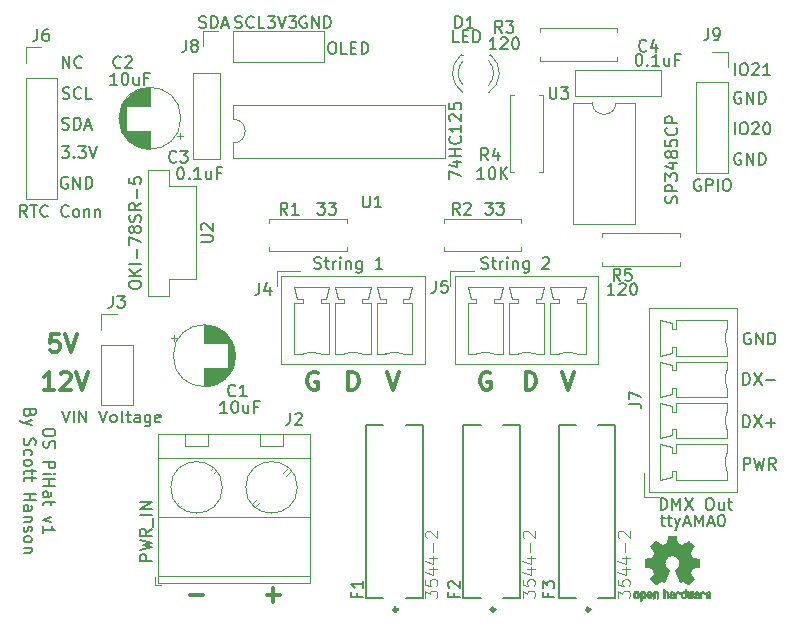
<source format=gbr>
%TF.GenerationSoftware,KiCad,Pcbnew,(5.1.6)-1*%
%TF.CreationDate,2020-09-18T21:57:09-04:00*%
%TF.ProjectId,PiHat,50694861-742e-46b6-9963-61645f706362,v1*%
%TF.SameCoordinates,Original*%
%TF.FileFunction,Legend,Top*%
%TF.FilePolarity,Positive*%
%FSLAX46Y46*%
G04 Gerber Fmt 4.6, Leading zero omitted, Abs format (unit mm)*
G04 Created by KiCad (PCBNEW (5.1.6)-1) date 2020-09-18 21:57:09*
%MOMM*%
%LPD*%
G01*
G04 APERTURE LIST*
%ADD10C,0.150000*%
%ADD11C,0.300000*%
%ADD12C,0.120000*%
%ADD13C,0.010000*%
%ADD14C,0.127000*%
%ADD15C,0.050000*%
G04 APERTURE END LIST*
D10*
X133038095Y-109385714D02*
X133419047Y-109385714D01*
X133180952Y-109052380D02*
X133180952Y-109909523D01*
X133228571Y-110004761D01*
X133323809Y-110052380D01*
X133419047Y-110052380D01*
X133609523Y-109385714D02*
X133990476Y-109385714D01*
X133752380Y-109052380D02*
X133752380Y-109909523D01*
X133800000Y-110004761D01*
X133895238Y-110052380D01*
X133990476Y-110052380D01*
X134228571Y-109385714D02*
X134466666Y-110052380D01*
X134704761Y-109385714D02*
X134466666Y-110052380D01*
X134371428Y-110290476D01*
X134323809Y-110338095D01*
X134228571Y-110385714D01*
X135038095Y-109766666D02*
X135514285Y-109766666D01*
X134942857Y-110052380D02*
X135276190Y-109052380D01*
X135609523Y-110052380D01*
X135942857Y-110052380D02*
X135942857Y-109052380D01*
X136276190Y-109766666D01*
X136609523Y-109052380D01*
X136609523Y-110052380D01*
X137038095Y-109766666D02*
X137514285Y-109766666D01*
X136942857Y-110052380D02*
X137276190Y-109052380D01*
X137609523Y-110052380D01*
X138133333Y-109052380D02*
X138228571Y-109052380D01*
X138323809Y-109100000D01*
X138371428Y-109147619D01*
X138419047Y-109242857D01*
X138466666Y-109433333D01*
X138466666Y-109671428D01*
X138419047Y-109861904D01*
X138371428Y-109957142D01*
X138323809Y-110004761D01*
X138228571Y-110052380D01*
X138133333Y-110052380D01*
X138038095Y-110004761D01*
X137990476Y-109957142D01*
X137942857Y-109861904D01*
X137895238Y-109671428D01*
X137895238Y-109433333D01*
X137942857Y-109242857D01*
X137990476Y-109147619D01*
X138038095Y-109100000D01*
X138133333Y-109052380D01*
X139323809Y-76852380D02*
X139323809Y-75852380D01*
X139990476Y-75852380D02*
X140180952Y-75852380D01*
X140276190Y-75900000D01*
X140371428Y-75995238D01*
X140419047Y-76185714D01*
X140419047Y-76519047D01*
X140371428Y-76709523D01*
X140276190Y-76804761D01*
X140180952Y-76852380D01*
X139990476Y-76852380D01*
X139895238Y-76804761D01*
X139800000Y-76709523D01*
X139752380Y-76519047D01*
X139752380Y-76185714D01*
X139800000Y-75995238D01*
X139895238Y-75900000D01*
X139990476Y-75852380D01*
X140800000Y-75947619D02*
X140847619Y-75900000D01*
X140942857Y-75852380D01*
X141180952Y-75852380D01*
X141276190Y-75900000D01*
X141323809Y-75947619D01*
X141371428Y-76042857D01*
X141371428Y-76138095D01*
X141323809Y-76280952D01*
X140752380Y-76852380D01*
X141371428Y-76852380D01*
X141990476Y-75852380D02*
X142085714Y-75852380D01*
X142180952Y-75900000D01*
X142228571Y-75947619D01*
X142276190Y-76042857D01*
X142323809Y-76233333D01*
X142323809Y-76471428D01*
X142276190Y-76661904D01*
X142228571Y-76757142D01*
X142180952Y-76804761D01*
X142085714Y-76852380D01*
X141990476Y-76852380D01*
X141895238Y-76804761D01*
X141847619Y-76757142D01*
X141800000Y-76661904D01*
X141752380Y-76471428D01*
X141752380Y-76233333D01*
X141800000Y-76042857D01*
X141847619Y-75947619D01*
X141895238Y-75900000D01*
X141990476Y-75852380D01*
X139323809Y-71852380D02*
X139323809Y-70852380D01*
X139990476Y-70852380D02*
X140180952Y-70852380D01*
X140276190Y-70900000D01*
X140371428Y-70995238D01*
X140419047Y-71185714D01*
X140419047Y-71519047D01*
X140371428Y-71709523D01*
X140276190Y-71804761D01*
X140180952Y-71852380D01*
X139990476Y-71852380D01*
X139895238Y-71804761D01*
X139800000Y-71709523D01*
X139752380Y-71519047D01*
X139752380Y-71185714D01*
X139800000Y-70995238D01*
X139895238Y-70900000D01*
X139990476Y-70852380D01*
X140800000Y-70947619D02*
X140847619Y-70900000D01*
X140942857Y-70852380D01*
X141180952Y-70852380D01*
X141276190Y-70900000D01*
X141323809Y-70947619D01*
X141371428Y-71042857D01*
X141371428Y-71138095D01*
X141323809Y-71280952D01*
X140752380Y-71852380D01*
X141371428Y-71852380D01*
X142323809Y-71852380D02*
X141752380Y-71852380D01*
X142038095Y-71852380D02*
X142038095Y-70852380D01*
X141942857Y-70995238D01*
X141847619Y-71090476D01*
X141752380Y-71138095D01*
X139838095Y-73300000D02*
X139742857Y-73252380D01*
X139600000Y-73252380D01*
X139457142Y-73300000D01*
X139361904Y-73395238D01*
X139314285Y-73490476D01*
X139266666Y-73680952D01*
X139266666Y-73823809D01*
X139314285Y-74014285D01*
X139361904Y-74109523D01*
X139457142Y-74204761D01*
X139600000Y-74252380D01*
X139695238Y-74252380D01*
X139838095Y-74204761D01*
X139885714Y-74157142D01*
X139885714Y-73823809D01*
X139695238Y-73823809D01*
X140314285Y-74252380D02*
X140314285Y-73252380D01*
X140885714Y-74252380D01*
X140885714Y-73252380D01*
X141361904Y-74252380D02*
X141361904Y-73252380D01*
X141600000Y-73252380D01*
X141742857Y-73300000D01*
X141838095Y-73395238D01*
X141885714Y-73490476D01*
X141933333Y-73680952D01*
X141933333Y-73823809D01*
X141885714Y-74014285D01*
X141838095Y-74109523D01*
X141742857Y-74204761D01*
X141600000Y-74252380D01*
X141361904Y-74252380D01*
X139838095Y-78500000D02*
X139742857Y-78452380D01*
X139600000Y-78452380D01*
X139457142Y-78500000D01*
X139361904Y-78595238D01*
X139314285Y-78690476D01*
X139266666Y-78880952D01*
X139266666Y-79023809D01*
X139314285Y-79214285D01*
X139361904Y-79309523D01*
X139457142Y-79404761D01*
X139600000Y-79452380D01*
X139695238Y-79452380D01*
X139838095Y-79404761D01*
X139885714Y-79357142D01*
X139885714Y-79023809D01*
X139695238Y-79023809D01*
X140314285Y-79452380D02*
X140314285Y-78452380D01*
X140885714Y-79452380D01*
X140885714Y-78452380D01*
X141361904Y-79452380D02*
X141361904Y-78452380D01*
X141600000Y-78452380D01*
X141742857Y-78500000D01*
X141838095Y-78595238D01*
X141885714Y-78690476D01*
X141933333Y-78880952D01*
X141933333Y-79023809D01*
X141885714Y-79214285D01*
X141838095Y-79309523D01*
X141742857Y-79404761D01*
X141600000Y-79452380D01*
X141361904Y-79452380D01*
X81772619Y-102009523D02*
X81772619Y-102200000D01*
X81725000Y-102295238D01*
X81629761Y-102390476D01*
X81439285Y-102438095D01*
X81105952Y-102438095D01*
X80915476Y-102390476D01*
X80820238Y-102295238D01*
X80772619Y-102200000D01*
X80772619Y-102009523D01*
X80820238Y-101914285D01*
X80915476Y-101819047D01*
X81105952Y-101771428D01*
X81439285Y-101771428D01*
X81629761Y-101819047D01*
X81725000Y-101914285D01*
X81772619Y-102009523D01*
X80820238Y-102819047D02*
X80772619Y-102961904D01*
X80772619Y-103200000D01*
X80820238Y-103295238D01*
X80867857Y-103342857D01*
X80963095Y-103390476D01*
X81058333Y-103390476D01*
X81153571Y-103342857D01*
X81201190Y-103295238D01*
X81248809Y-103200000D01*
X81296428Y-103009523D01*
X81344047Y-102914285D01*
X81391666Y-102866666D01*
X81486904Y-102819047D01*
X81582142Y-102819047D01*
X81677380Y-102866666D01*
X81725000Y-102914285D01*
X81772619Y-103009523D01*
X81772619Y-103247619D01*
X81725000Y-103390476D01*
X80772619Y-104580952D02*
X81772619Y-104580952D01*
X81772619Y-104961904D01*
X81725000Y-105057142D01*
X81677380Y-105104761D01*
X81582142Y-105152380D01*
X81439285Y-105152380D01*
X81344047Y-105104761D01*
X81296428Y-105057142D01*
X81248809Y-104961904D01*
X81248809Y-104580952D01*
X80772619Y-105580952D02*
X81439285Y-105580952D01*
X81772619Y-105580952D02*
X81725000Y-105533333D01*
X81677380Y-105580952D01*
X81725000Y-105628571D01*
X81772619Y-105580952D01*
X81677380Y-105580952D01*
X80772619Y-106057142D02*
X81772619Y-106057142D01*
X81296428Y-106057142D02*
X81296428Y-106628571D01*
X80772619Y-106628571D02*
X81772619Y-106628571D01*
X80772619Y-107533333D02*
X81296428Y-107533333D01*
X81391666Y-107485714D01*
X81439285Y-107390476D01*
X81439285Y-107200000D01*
X81391666Y-107104761D01*
X80820238Y-107533333D02*
X80772619Y-107438095D01*
X80772619Y-107200000D01*
X80820238Y-107104761D01*
X80915476Y-107057142D01*
X81010714Y-107057142D01*
X81105952Y-107104761D01*
X81153571Y-107200000D01*
X81153571Y-107438095D01*
X81201190Y-107533333D01*
X81439285Y-107866666D02*
X81439285Y-108247619D01*
X81772619Y-108009523D02*
X80915476Y-108009523D01*
X80820238Y-108057142D01*
X80772619Y-108152380D01*
X80772619Y-108247619D01*
X81439285Y-109247619D02*
X80772619Y-109485714D01*
X81439285Y-109723809D01*
X80772619Y-110628571D02*
X80772619Y-110057142D01*
X80772619Y-110342857D02*
X81772619Y-110342857D01*
X81629761Y-110247619D01*
X81534523Y-110152380D01*
X81486904Y-110057142D01*
X79646428Y-100461904D02*
X79598809Y-100604761D01*
X79551190Y-100652380D01*
X79455952Y-100700000D01*
X79313095Y-100700000D01*
X79217857Y-100652380D01*
X79170238Y-100604761D01*
X79122619Y-100509523D01*
X79122619Y-100128571D01*
X80122619Y-100128571D01*
X80122619Y-100461904D01*
X80075000Y-100557142D01*
X80027380Y-100604761D01*
X79932142Y-100652380D01*
X79836904Y-100652380D01*
X79741666Y-100604761D01*
X79694047Y-100557142D01*
X79646428Y-100461904D01*
X79646428Y-100128571D01*
X79789285Y-101033333D02*
X79122619Y-101271428D01*
X79789285Y-101509523D02*
X79122619Y-101271428D01*
X78884523Y-101176190D01*
X78836904Y-101128571D01*
X78789285Y-101033333D01*
X79170238Y-102604761D02*
X79122619Y-102747619D01*
X79122619Y-102985714D01*
X79170238Y-103080952D01*
X79217857Y-103128571D01*
X79313095Y-103176190D01*
X79408333Y-103176190D01*
X79503571Y-103128571D01*
X79551190Y-103080952D01*
X79598809Y-102985714D01*
X79646428Y-102795238D01*
X79694047Y-102700000D01*
X79741666Y-102652380D01*
X79836904Y-102604761D01*
X79932142Y-102604761D01*
X80027380Y-102652380D01*
X80075000Y-102700000D01*
X80122619Y-102795238D01*
X80122619Y-103033333D01*
X80075000Y-103176190D01*
X79170238Y-104033333D02*
X79122619Y-103938095D01*
X79122619Y-103747619D01*
X79170238Y-103652380D01*
X79217857Y-103604761D01*
X79313095Y-103557142D01*
X79598809Y-103557142D01*
X79694047Y-103604761D01*
X79741666Y-103652380D01*
X79789285Y-103747619D01*
X79789285Y-103938095D01*
X79741666Y-104033333D01*
X79122619Y-104604761D02*
X79170238Y-104509523D01*
X79217857Y-104461904D01*
X79313095Y-104414285D01*
X79598809Y-104414285D01*
X79694047Y-104461904D01*
X79741666Y-104509523D01*
X79789285Y-104604761D01*
X79789285Y-104747619D01*
X79741666Y-104842857D01*
X79694047Y-104890476D01*
X79598809Y-104938095D01*
X79313095Y-104938095D01*
X79217857Y-104890476D01*
X79170238Y-104842857D01*
X79122619Y-104747619D01*
X79122619Y-104604761D01*
X79789285Y-105223809D02*
X79789285Y-105604761D01*
X80122619Y-105366666D02*
X79265476Y-105366666D01*
X79170238Y-105414285D01*
X79122619Y-105509523D01*
X79122619Y-105604761D01*
X79789285Y-105795238D02*
X79789285Y-106176190D01*
X80122619Y-105938095D02*
X79265476Y-105938095D01*
X79170238Y-105985714D01*
X79122619Y-106080952D01*
X79122619Y-106176190D01*
X79122619Y-107271428D02*
X80122619Y-107271428D01*
X79646428Y-107271428D02*
X79646428Y-107842857D01*
X79122619Y-107842857D02*
X80122619Y-107842857D01*
X79122619Y-108747619D02*
X79646428Y-108747619D01*
X79741666Y-108700000D01*
X79789285Y-108604761D01*
X79789285Y-108414285D01*
X79741666Y-108319047D01*
X79170238Y-108747619D02*
X79122619Y-108652380D01*
X79122619Y-108414285D01*
X79170238Y-108319047D01*
X79265476Y-108271428D01*
X79360714Y-108271428D01*
X79455952Y-108319047D01*
X79503571Y-108414285D01*
X79503571Y-108652380D01*
X79551190Y-108747619D01*
X79789285Y-109223809D02*
X79122619Y-109223809D01*
X79694047Y-109223809D02*
X79741666Y-109271428D01*
X79789285Y-109366666D01*
X79789285Y-109509523D01*
X79741666Y-109604761D01*
X79646428Y-109652380D01*
X79122619Y-109652380D01*
X79170238Y-110080952D02*
X79122619Y-110176190D01*
X79122619Y-110366666D01*
X79170238Y-110461904D01*
X79265476Y-110509523D01*
X79313095Y-110509523D01*
X79408333Y-110461904D01*
X79455952Y-110366666D01*
X79455952Y-110223809D01*
X79503571Y-110128571D01*
X79598809Y-110080952D01*
X79646428Y-110080952D01*
X79741666Y-110128571D01*
X79789285Y-110223809D01*
X79789285Y-110366666D01*
X79741666Y-110461904D01*
X79122619Y-111080952D02*
X79170238Y-110985714D01*
X79217857Y-110938095D01*
X79313095Y-110890476D01*
X79598809Y-110890476D01*
X79694047Y-110938095D01*
X79741666Y-110985714D01*
X79789285Y-111080952D01*
X79789285Y-111223809D01*
X79741666Y-111319047D01*
X79694047Y-111366666D01*
X79598809Y-111414285D01*
X79313095Y-111414285D01*
X79217857Y-111366666D01*
X79170238Y-111319047D01*
X79122619Y-111223809D01*
X79122619Y-111080952D01*
X79789285Y-111842857D02*
X79122619Y-111842857D01*
X79694047Y-111842857D02*
X79741666Y-111890476D01*
X79789285Y-111985714D01*
X79789285Y-112128571D01*
X79741666Y-112223809D01*
X79646428Y-112271428D01*
X79122619Y-112271428D01*
X103038095Y-66900000D02*
X102942857Y-66852380D01*
X102800000Y-66852380D01*
X102657142Y-66900000D01*
X102561904Y-66995238D01*
X102514285Y-67090476D01*
X102466666Y-67280952D01*
X102466666Y-67423809D01*
X102514285Y-67614285D01*
X102561904Y-67709523D01*
X102657142Y-67804761D01*
X102800000Y-67852380D01*
X102895238Y-67852380D01*
X103038095Y-67804761D01*
X103085714Y-67757142D01*
X103085714Y-67423809D01*
X102895238Y-67423809D01*
X103514285Y-67852380D02*
X103514285Y-66852380D01*
X104085714Y-67852380D01*
X104085714Y-66852380D01*
X104561904Y-67852380D02*
X104561904Y-66852380D01*
X104800000Y-66852380D01*
X104942857Y-66900000D01*
X105038095Y-66995238D01*
X105085714Y-67090476D01*
X105133333Y-67280952D01*
X105133333Y-67423809D01*
X105085714Y-67614285D01*
X105038095Y-67709523D01*
X104942857Y-67804761D01*
X104800000Y-67852380D01*
X104561904Y-67852380D01*
X99761904Y-66852380D02*
X100380952Y-66852380D01*
X100047619Y-67233333D01*
X100190476Y-67233333D01*
X100285714Y-67280952D01*
X100333333Y-67328571D01*
X100380952Y-67423809D01*
X100380952Y-67661904D01*
X100333333Y-67757142D01*
X100285714Y-67804761D01*
X100190476Y-67852380D01*
X99904761Y-67852380D01*
X99809523Y-67804761D01*
X99761904Y-67757142D01*
X100666666Y-66852380D02*
X101000000Y-67852380D01*
X101333333Y-66852380D01*
X101571428Y-66852380D02*
X102190476Y-66852380D01*
X101857142Y-67233333D01*
X102000000Y-67233333D01*
X102095238Y-67280952D01*
X102142857Y-67328571D01*
X102190476Y-67423809D01*
X102190476Y-67661904D01*
X102142857Y-67757142D01*
X102095238Y-67804761D01*
X102000000Y-67852380D01*
X101714285Y-67852380D01*
X101619047Y-67804761D01*
X101571428Y-67757142D01*
X97009523Y-67804761D02*
X97152380Y-67852380D01*
X97390476Y-67852380D01*
X97485714Y-67804761D01*
X97533333Y-67757142D01*
X97580952Y-67661904D01*
X97580952Y-67566666D01*
X97533333Y-67471428D01*
X97485714Y-67423809D01*
X97390476Y-67376190D01*
X97200000Y-67328571D01*
X97104761Y-67280952D01*
X97057142Y-67233333D01*
X97009523Y-67138095D01*
X97009523Y-67042857D01*
X97057142Y-66947619D01*
X97104761Y-66900000D01*
X97200000Y-66852380D01*
X97438095Y-66852380D01*
X97580952Y-66900000D01*
X98580952Y-67757142D02*
X98533333Y-67804761D01*
X98390476Y-67852380D01*
X98295238Y-67852380D01*
X98152380Y-67804761D01*
X98057142Y-67709523D01*
X98009523Y-67614285D01*
X97961904Y-67423809D01*
X97961904Y-67280952D01*
X98009523Y-67090476D01*
X98057142Y-66995238D01*
X98152380Y-66900000D01*
X98295238Y-66852380D01*
X98390476Y-66852380D01*
X98533333Y-66900000D01*
X98580952Y-66947619D01*
X99485714Y-67852380D02*
X99009523Y-67852380D01*
X99009523Y-66852380D01*
X93985714Y-67804761D02*
X94128571Y-67852380D01*
X94366666Y-67852380D01*
X94461904Y-67804761D01*
X94509523Y-67757142D01*
X94557142Y-67661904D01*
X94557142Y-67566666D01*
X94509523Y-67471428D01*
X94461904Y-67423809D01*
X94366666Y-67376190D01*
X94176190Y-67328571D01*
X94080952Y-67280952D01*
X94033333Y-67233333D01*
X93985714Y-67138095D01*
X93985714Y-67042857D01*
X94033333Y-66947619D01*
X94080952Y-66900000D01*
X94176190Y-66852380D01*
X94414285Y-66852380D01*
X94557142Y-66900000D01*
X94985714Y-67852380D02*
X94985714Y-66852380D01*
X95223809Y-66852380D01*
X95366666Y-66900000D01*
X95461904Y-66995238D01*
X95509523Y-67090476D01*
X95557142Y-67280952D01*
X95557142Y-67423809D01*
X95509523Y-67614285D01*
X95461904Y-67709523D01*
X95366666Y-67804761D01*
X95223809Y-67852380D01*
X94985714Y-67852380D01*
X95938095Y-67566666D02*
X96414285Y-67566666D01*
X95842857Y-67852380D02*
X96176190Y-66852380D01*
X96509523Y-67852380D01*
D11*
X82114285Y-93778571D02*
X81400000Y-93778571D01*
X81328571Y-94492857D01*
X81400000Y-94421428D01*
X81542857Y-94350000D01*
X81900000Y-94350000D01*
X82042857Y-94421428D01*
X82114285Y-94492857D01*
X82185714Y-94635714D01*
X82185714Y-94992857D01*
X82114285Y-95135714D01*
X82042857Y-95207142D01*
X81900000Y-95278571D01*
X81542857Y-95278571D01*
X81400000Y-95207142D01*
X81328571Y-95135714D01*
X82614285Y-93778571D02*
X83114285Y-95278571D01*
X83614285Y-93778571D01*
X81671428Y-98478571D02*
X80814285Y-98478571D01*
X81242857Y-98478571D02*
X81242857Y-96978571D01*
X81100000Y-97192857D01*
X80957142Y-97335714D01*
X80814285Y-97407142D01*
X82242857Y-97121428D02*
X82314285Y-97050000D01*
X82457142Y-96978571D01*
X82814285Y-96978571D01*
X82957142Y-97050000D01*
X83028571Y-97121428D01*
X83100000Y-97264285D01*
X83100000Y-97407142D01*
X83028571Y-97621428D01*
X82171428Y-98478571D01*
X83100000Y-98478571D01*
X83528571Y-96978571D02*
X84028571Y-98478571D01*
X84528571Y-96978571D01*
D10*
X140042857Y-98052380D02*
X140042857Y-97052380D01*
X140280952Y-97052380D01*
X140423809Y-97100000D01*
X140519047Y-97195238D01*
X140566666Y-97290476D01*
X140614285Y-97480952D01*
X140614285Y-97623809D01*
X140566666Y-97814285D01*
X140519047Y-97909523D01*
X140423809Y-98004761D01*
X140280952Y-98052380D01*
X140042857Y-98052380D01*
X140947619Y-97052380D02*
X141614285Y-98052380D01*
X141614285Y-97052380D02*
X140947619Y-98052380D01*
X141995238Y-97671428D02*
X142757142Y-97671428D01*
X140042857Y-101652380D02*
X140042857Y-100652380D01*
X140280952Y-100652380D01*
X140423809Y-100700000D01*
X140519047Y-100795238D01*
X140566666Y-100890476D01*
X140614285Y-101080952D01*
X140614285Y-101223809D01*
X140566666Y-101414285D01*
X140519047Y-101509523D01*
X140423809Y-101604761D01*
X140280952Y-101652380D01*
X140042857Y-101652380D01*
X140947619Y-100652380D02*
X141614285Y-101652380D01*
X141614285Y-100652380D02*
X140947619Y-101652380D01*
X141995238Y-101271428D02*
X142757142Y-101271428D01*
X142376190Y-101652380D02*
X142376190Y-100890476D01*
X140066666Y-105252380D02*
X140066666Y-104252380D01*
X140447619Y-104252380D01*
X140542857Y-104300000D01*
X140590476Y-104347619D01*
X140638095Y-104442857D01*
X140638095Y-104585714D01*
X140590476Y-104680952D01*
X140542857Y-104728571D01*
X140447619Y-104776190D01*
X140066666Y-104776190D01*
X140971428Y-104252380D02*
X141209523Y-105252380D01*
X141400000Y-104538095D01*
X141590476Y-105252380D01*
X141828571Y-104252380D01*
X142780952Y-105252380D02*
X142447619Y-104776190D01*
X142209523Y-105252380D02*
X142209523Y-104252380D01*
X142590476Y-104252380D01*
X142685714Y-104300000D01*
X142733333Y-104347619D01*
X142780952Y-104442857D01*
X142780952Y-104585714D01*
X142733333Y-104680952D01*
X142685714Y-104728571D01*
X142590476Y-104776190D01*
X142209523Y-104776190D01*
X140638095Y-93700000D02*
X140542857Y-93652380D01*
X140400000Y-93652380D01*
X140257142Y-93700000D01*
X140161904Y-93795238D01*
X140114285Y-93890476D01*
X140066666Y-94080952D01*
X140066666Y-94223809D01*
X140114285Y-94414285D01*
X140161904Y-94509523D01*
X140257142Y-94604761D01*
X140400000Y-94652380D01*
X140495238Y-94652380D01*
X140638095Y-94604761D01*
X140685714Y-94557142D01*
X140685714Y-94223809D01*
X140495238Y-94223809D01*
X141114285Y-94652380D02*
X141114285Y-93652380D01*
X141685714Y-94652380D01*
X141685714Y-93652380D01*
X142161904Y-94652380D02*
X142161904Y-93652380D01*
X142400000Y-93652380D01*
X142542857Y-93700000D01*
X142638095Y-93795238D01*
X142685714Y-93890476D01*
X142733333Y-94080952D01*
X142733333Y-94223809D01*
X142685714Y-94414285D01*
X142638095Y-94509523D01*
X142542857Y-94604761D01*
X142400000Y-94652380D01*
X142161904Y-94652380D01*
X82838095Y-80500000D02*
X82742857Y-80452380D01*
X82600000Y-80452380D01*
X82457142Y-80500000D01*
X82361904Y-80595238D01*
X82314285Y-80690476D01*
X82266666Y-80880952D01*
X82266666Y-81023809D01*
X82314285Y-81214285D01*
X82361904Y-81309523D01*
X82457142Y-81404761D01*
X82600000Y-81452380D01*
X82695238Y-81452380D01*
X82838095Y-81404761D01*
X82885714Y-81357142D01*
X82885714Y-81023809D01*
X82695238Y-81023809D01*
X83314285Y-81452380D02*
X83314285Y-80452380D01*
X83885714Y-81452380D01*
X83885714Y-80452380D01*
X84361904Y-81452380D02*
X84361904Y-80452380D01*
X84600000Y-80452380D01*
X84742857Y-80500000D01*
X84838095Y-80595238D01*
X84885714Y-80690476D01*
X84933333Y-80880952D01*
X84933333Y-81023809D01*
X84885714Y-81214285D01*
X84838095Y-81309523D01*
X84742857Y-81404761D01*
X84600000Y-81452380D01*
X84361904Y-81452380D01*
X82323809Y-77852380D02*
X82942857Y-77852380D01*
X82609523Y-78233333D01*
X82752380Y-78233333D01*
X82847619Y-78280952D01*
X82895238Y-78328571D01*
X82942857Y-78423809D01*
X82942857Y-78661904D01*
X82895238Y-78757142D01*
X82847619Y-78804761D01*
X82752380Y-78852380D01*
X82466666Y-78852380D01*
X82371428Y-78804761D01*
X82323809Y-78757142D01*
X83371428Y-78757142D02*
X83419047Y-78804761D01*
X83371428Y-78852380D01*
X83323809Y-78804761D01*
X83371428Y-78757142D01*
X83371428Y-78852380D01*
X83752380Y-77852380D02*
X84371428Y-77852380D01*
X84038095Y-78233333D01*
X84180952Y-78233333D01*
X84276190Y-78280952D01*
X84323809Y-78328571D01*
X84371428Y-78423809D01*
X84371428Y-78661904D01*
X84323809Y-78757142D01*
X84276190Y-78804761D01*
X84180952Y-78852380D01*
X83895238Y-78852380D01*
X83800000Y-78804761D01*
X83752380Y-78757142D01*
X84657142Y-77852380D02*
X84990476Y-78852380D01*
X85323809Y-77852380D01*
X82385714Y-76404761D02*
X82528571Y-76452380D01*
X82766666Y-76452380D01*
X82861904Y-76404761D01*
X82909523Y-76357142D01*
X82957142Y-76261904D01*
X82957142Y-76166666D01*
X82909523Y-76071428D01*
X82861904Y-76023809D01*
X82766666Y-75976190D01*
X82576190Y-75928571D01*
X82480952Y-75880952D01*
X82433333Y-75833333D01*
X82385714Y-75738095D01*
X82385714Y-75642857D01*
X82433333Y-75547619D01*
X82480952Y-75500000D01*
X82576190Y-75452380D01*
X82814285Y-75452380D01*
X82957142Y-75500000D01*
X83385714Y-76452380D02*
X83385714Y-75452380D01*
X83623809Y-75452380D01*
X83766666Y-75500000D01*
X83861904Y-75595238D01*
X83909523Y-75690476D01*
X83957142Y-75880952D01*
X83957142Y-76023809D01*
X83909523Y-76214285D01*
X83861904Y-76309523D01*
X83766666Y-76404761D01*
X83623809Y-76452380D01*
X83385714Y-76452380D01*
X84338095Y-76166666D02*
X84814285Y-76166666D01*
X84242857Y-76452380D02*
X84576190Y-75452380D01*
X84909523Y-76452380D01*
X82409523Y-73804761D02*
X82552380Y-73852380D01*
X82790476Y-73852380D01*
X82885714Y-73804761D01*
X82933333Y-73757142D01*
X82980952Y-73661904D01*
X82980952Y-73566666D01*
X82933333Y-73471428D01*
X82885714Y-73423809D01*
X82790476Y-73376190D01*
X82600000Y-73328571D01*
X82504761Y-73280952D01*
X82457142Y-73233333D01*
X82409523Y-73138095D01*
X82409523Y-73042857D01*
X82457142Y-72947619D01*
X82504761Y-72900000D01*
X82600000Y-72852380D01*
X82838095Y-72852380D01*
X82980952Y-72900000D01*
X83980952Y-73757142D02*
X83933333Y-73804761D01*
X83790476Y-73852380D01*
X83695238Y-73852380D01*
X83552380Y-73804761D01*
X83457142Y-73709523D01*
X83409523Y-73614285D01*
X83361904Y-73423809D01*
X83361904Y-73280952D01*
X83409523Y-73090476D01*
X83457142Y-72995238D01*
X83552380Y-72900000D01*
X83695238Y-72852380D01*
X83790476Y-72852380D01*
X83933333Y-72900000D01*
X83980952Y-72947619D01*
X84885714Y-73852380D02*
X84409523Y-73852380D01*
X84409523Y-72852380D01*
X82414285Y-71252380D02*
X82414285Y-70252380D01*
X82985714Y-71252380D01*
X82985714Y-70252380D01*
X84033333Y-71157142D02*
X83985714Y-71204761D01*
X83842857Y-71252380D01*
X83747619Y-71252380D01*
X83604761Y-71204761D01*
X83509523Y-71109523D01*
X83461904Y-71014285D01*
X83414285Y-70823809D01*
X83414285Y-70680952D01*
X83461904Y-70490476D01*
X83509523Y-70395238D01*
X83604761Y-70300000D01*
X83747619Y-70252380D01*
X83842857Y-70252380D01*
X83985714Y-70300000D01*
X84033333Y-70347619D01*
D11*
X121607142Y-98478571D02*
X121607142Y-96978571D01*
X121964285Y-96978571D01*
X122178571Y-97050000D01*
X122321428Y-97192857D01*
X122392857Y-97335714D01*
X122464285Y-97621428D01*
X122464285Y-97835714D01*
X122392857Y-98121428D01*
X122321428Y-98264285D01*
X122178571Y-98407142D01*
X121964285Y-98478571D01*
X121607142Y-98478571D01*
X106607142Y-98478571D02*
X106607142Y-96978571D01*
X106964285Y-96978571D01*
X107178571Y-97050000D01*
X107321428Y-97192857D01*
X107392857Y-97335714D01*
X107464285Y-97621428D01*
X107464285Y-97835714D01*
X107392857Y-98121428D01*
X107321428Y-98264285D01*
X107178571Y-98407142D01*
X106964285Y-98478571D01*
X106607142Y-98478571D01*
X124700000Y-96978571D02*
X125200000Y-98478571D01*
X125700000Y-96978571D01*
X109900000Y-96978571D02*
X110400000Y-98478571D01*
X110900000Y-96978571D01*
X118592857Y-97050000D02*
X118450000Y-96978571D01*
X118235714Y-96978571D01*
X118021428Y-97050000D01*
X117878571Y-97192857D01*
X117807142Y-97335714D01*
X117735714Y-97621428D01*
X117735714Y-97835714D01*
X117807142Y-98121428D01*
X117878571Y-98264285D01*
X118021428Y-98407142D01*
X118235714Y-98478571D01*
X118378571Y-98478571D01*
X118592857Y-98407142D01*
X118664285Y-98335714D01*
X118664285Y-97835714D01*
X118378571Y-97835714D01*
X103992857Y-97050000D02*
X103850000Y-96978571D01*
X103635714Y-96978571D01*
X103421428Y-97050000D01*
X103278571Y-97192857D01*
X103207142Y-97335714D01*
X103135714Y-97621428D01*
X103135714Y-97835714D01*
X103207142Y-98121428D01*
X103278571Y-98264285D01*
X103421428Y-98407142D01*
X103635714Y-98478571D01*
X103778571Y-98478571D01*
X103992857Y-98407142D01*
X104064285Y-98335714D01*
X104064285Y-97835714D01*
X103778571Y-97835714D01*
X94321428Y-115857142D02*
X93178571Y-115857142D01*
X100821428Y-115857142D02*
X99678571Y-115857142D01*
X100250000Y-116428571D02*
X100250000Y-115285714D01*
D12*
%TO.C,J9*%
X137400000Y-69870000D02*
X138730000Y-69870000D01*
X138730000Y-69870000D02*
X138730000Y-71200000D01*
X138730000Y-72470000D02*
X138730000Y-80150000D01*
X136070000Y-80150000D02*
X138730000Y-80150000D01*
X136070000Y-72470000D02*
X136070000Y-80150000D01*
X136070000Y-72470000D02*
X138730000Y-72470000D01*
D13*
%TO.C,REF\u002A\u002A*%
G36*
X134103910Y-110842348D02*
G01*
X134182454Y-110842778D01*
X134239298Y-110843942D01*
X134278105Y-110846207D01*
X134302538Y-110849940D01*
X134316262Y-110855506D01*
X134322940Y-110863273D01*
X134326236Y-110873605D01*
X134326556Y-110874943D01*
X134331562Y-110899079D01*
X134340829Y-110946701D01*
X134353392Y-111012741D01*
X134368287Y-111092128D01*
X134384551Y-111179796D01*
X134385119Y-111182875D01*
X134401410Y-111268789D01*
X134416652Y-111344696D01*
X134429861Y-111406045D01*
X134440054Y-111448282D01*
X134446248Y-111466855D01*
X134446543Y-111467184D01*
X134464788Y-111476253D01*
X134502405Y-111491367D01*
X134551271Y-111509262D01*
X134551543Y-111509358D01*
X134613093Y-111532493D01*
X134685657Y-111561965D01*
X134754057Y-111591597D01*
X134757294Y-111593062D01*
X134868702Y-111643626D01*
X135115399Y-111475160D01*
X135191077Y-111423803D01*
X135259631Y-111377889D01*
X135317088Y-111340030D01*
X135359476Y-111312837D01*
X135382825Y-111298921D01*
X135385042Y-111297889D01*
X135402010Y-111302484D01*
X135433701Y-111324655D01*
X135481352Y-111365447D01*
X135546198Y-111425905D01*
X135612397Y-111490227D01*
X135676214Y-111553612D01*
X135733329Y-111611451D01*
X135780305Y-111660175D01*
X135813703Y-111696210D01*
X135830085Y-111715984D01*
X135830694Y-111717002D01*
X135832505Y-111730572D01*
X135825683Y-111752733D01*
X135808540Y-111786478D01*
X135779393Y-111834800D01*
X135736555Y-111900692D01*
X135679448Y-111985517D01*
X135628766Y-112060177D01*
X135583461Y-112127140D01*
X135546150Y-112182516D01*
X135519452Y-112222420D01*
X135505985Y-112242962D01*
X135505137Y-112244356D01*
X135506781Y-112264038D01*
X135519245Y-112302293D01*
X135540048Y-112351889D01*
X135547462Y-112367728D01*
X135579814Y-112438290D01*
X135614328Y-112518353D01*
X135642365Y-112587629D01*
X135662568Y-112639045D01*
X135678615Y-112678119D01*
X135687888Y-112698541D01*
X135689041Y-112700114D01*
X135706096Y-112702721D01*
X135746298Y-112709863D01*
X135804302Y-112720523D01*
X135874763Y-112733685D01*
X135952335Y-112748333D01*
X136031672Y-112763449D01*
X136107431Y-112778018D01*
X136174264Y-112791022D01*
X136226828Y-112801445D01*
X136259776Y-112808270D01*
X136267857Y-112810199D01*
X136276205Y-112814962D01*
X136282506Y-112825718D01*
X136287045Y-112846098D01*
X136290104Y-112879734D01*
X136291967Y-112930255D01*
X136292918Y-113001292D01*
X136293240Y-113096476D01*
X136293257Y-113135492D01*
X136293257Y-113452799D01*
X136217057Y-113467839D01*
X136174663Y-113475995D01*
X136111400Y-113487899D01*
X136034962Y-113502116D01*
X135953043Y-113517210D01*
X135930400Y-113521355D01*
X135854806Y-113536053D01*
X135788953Y-113550505D01*
X135738366Y-113563375D01*
X135708574Y-113573322D01*
X135703612Y-113576287D01*
X135691426Y-113597283D01*
X135673953Y-113637967D01*
X135654577Y-113690322D01*
X135650734Y-113701600D01*
X135625339Y-113771523D01*
X135593817Y-113850418D01*
X135562969Y-113921266D01*
X135562817Y-113921595D01*
X135511447Y-114032733D01*
X135680399Y-114281253D01*
X135849352Y-114529772D01*
X135632429Y-114747058D01*
X135566819Y-114811726D01*
X135506979Y-114868733D01*
X135456267Y-114915033D01*
X135418046Y-114947584D01*
X135395675Y-114963343D01*
X135392466Y-114964343D01*
X135373626Y-114956469D01*
X135335180Y-114934578D01*
X135281330Y-114901267D01*
X135216276Y-114859131D01*
X135145940Y-114811943D01*
X135074555Y-114763810D01*
X135010908Y-114721928D01*
X134959041Y-114688871D01*
X134922995Y-114667218D01*
X134906867Y-114659543D01*
X134887189Y-114666037D01*
X134849875Y-114683150D01*
X134802621Y-114707326D01*
X134797612Y-114710013D01*
X134733977Y-114741927D01*
X134690341Y-114757579D01*
X134663202Y-114757745D01*
X134649057Y-114743204D01*
X134648975Y-114743000D01*
X134641905Y-114725779D01*
X134625042Y-114684899D01*
X134599695Y-114623525D01*
X134567171Y-114544819D01*
X134528778Y-114451947D01*
X134485822Y-114348072D01*
X134444222Y-114247502D01*
X134398504Y-114136516D01*
X134356526Y-114033703D01*
X134319548Y-113942215D01*
X134288827Y-113865201D01*
X134265622Y-113805815D01*
X134251190Y-113767209D01*
X134246743Y-113752800D01*
X134257896Y-113736272D01*
X134287069Y-113709930D01*
X134325971Y-113680887D01*
X134436757Y-113589039D01*
X134523351Y-113483759D01*
X134584716Y-113367266D01*
X134619815Y-113241776D01*
X134627608Y-113109507D01*
X134621943Y-113048457D01*
X134591078Y-112921795D01*
X134537920Y-112809941D01*
X134465767Y-112714001D01*
X134377917Y-112635076D01*
X134277665Y-112574270D01*
X134168310Y-112532687D01*
X134053147Y-112511428D01*
X133935475Y-112511599D01*
X133818590Y-112534301D01*
X133705789Y-112580638D01*
X133600369Y-112651713D01*
X133556368Y-112691911D01*
X133471979Y-112795129D01*
X133413222Y-112907925D01*
X133379704Y-113027010D01*
X133371035Y-113149095D01*
X133386823Y-113270893D01*
X133426678Y-113389116D01*
X133490207Y-113500475D01*
X133577021Y-113601684D01*
X133674029Y-113680887D01*
X133714437Y-113711162D01*
X133742982Y-113737219D01*
X133753257Y-113752825D01*
X133747877Y-113769843D01*
X133732575Y-113810500D01*
X133708612Y-113871642D01*
X133677244Y-113950119D01*
X133639732Y-114042780D01*
X133597333Y-114146472D01*
X133555663Y-114247526D01*
X133509690Y-114358607D01*
X133467107Y-114461541D01*
X133429221Y-114553165D01*
X133397340Y-114630316D01*
X133372771Y-114689831D01*
X133356820Y-114728544D01*
X133350910Y-114743000D01*
X133336948Y-114757685D01*
X133309940Y-114757642D01*
X133266413Y-114742099D01*
X133202890Y-114710284D01*
X133202388Y-114710013D01*
X133154560Y-114685323D01*
X133115897Y-114667338D01*
X133094095Y-114659614D01*
X133093133Y-114659543D01*
X133076721Y-114667378D01*
X133040487Y-114689165D01*
X132988474Y-114722328D01*
X132924725Y-114764291D01*
X132854060Y-114811943D01*
X132782116Y-114860191D01*
X132717274Y-114902151D01*
X132663735Y-114935227D01*
X132625697Y-114956821D01*
X132607533Y-114964343D01*
X132590808Y-114954457D01*
X132557180Y-114926826D01*
X132510010Y-114884495D01*
X132452658Y-114830505D01*
X132388484Y-114767899D01*
X132367497Y-114746983D01*
X132150499Y-114529623D01*
X132315668Y-114287220D01*
X132365864Y-114212781D01*
X132409919Y-114145972D01*
X132445362Y-114090665D01*
X132469719Y-114050729D01*
X132480522Y-114030036D01*
X132480838Y-114028563D01*
X132475143Y-114009058D01*
X132459826Y-113969822D01*
X132437537Y-113917430D01*
X132421893Y-113882355D01*
X132392641Y-113815201D01*
X132365094Y-113747358D01*
X132343737Y-113690034D01*
X132337935Y-113672572D01*
X132321452Y-113625938D01*
X132305340Y-113589905D01*
X132296490Y-113576287D01*
X132276960Y-113567952D01*
X132234334Y-113556137D01*
X132174145Y-113542181D01*
X132101922Y-113527422D01*
X132069600Y-113521355D01*
X131987522Y-113506273D01*
X131908795Y-113491669D01*
X131841109Y-113478980D01*
X131792160Y-113469642D01*
X131782943Y-113467839D01*
X131706743Y-113452799D01*
X131706743Y-113135492D01*
X131706914Y-113031154D01*
X131707616Y-112952213D01*
X131709134Y-112895038D01*
X131711749Y-112855999D01*
X131715746Y-112831465D01*
X131721409Y-112817805D01*
X131729020Y-112811389D01*
X131732143Y-112810199D01*
X131750978Y-112805980D01*
X131792588Y-112797562D01*
X131851630Y-112785961D01*
X131922757Y-112772195D01*
X132000625Y-112757280D01*
X132079887Y-112742232D01*
X132155198Y-112728069D01*
X132221213Y-112715806D01*
X132272587Y-112706461D01*
X132303975Y-112701050D01*
X132310959Y-112700114D01*
X132317285Y-112687596D01*
X132331290Y-112654246D01*
X132350355Y-112606377D01*
X132357634Y-112587629D01*
X132386996Y-112515195D01*
X132421571Y-112435170D01*
X132452537Y-112367728D01*
X132475323Y-112316159D01*
X132490482Y-112273785D01*
X132495542Y-112247834D01*
X132494736Y-112244356D01*
X132484041Y-112227936D01*
X132459620Y-112191417D01*
X132424095Y-112138687D01*
X132380087Y-112073635D01*
X132330217Y-112000151D01*
X132320356Y-111985645D01*
X132262492Y-111899704D01*
X132219956Y-111834261D01*
X132191054Y-111786304D01*
X132174090Y-111752820D01*
X132167367Y-111730795D01*
X132169190Y-111717217D01*
X132169236Y-111717131D01*
X132183586Y-111699297D01*
X132215323Y-111664817D01*
X132261010Y-111617268D01*
X132317204Y-111560222D01*
X132380468Y-111497255D01*
X132387602Y-111490227D01*
X132467330Y-111413020D01*
X132528857Y-111356330D01*
X132573421Y-111319110D01*
X132602257Y-111300315D01*
X132614958Y-111297889D01*
X132633494Y-111308471D01*
X132671961Y-111332916D01*
X132726386Y-111368612D01*
X132792798Y-111412947D01*
X132867225Y-111463311D01*
X132884601Y-111475160D01*
X133131297Y-111643626D01*
X133242706Y-111593062D01*
X133310457Y-111563595D01*
X133383183Y-111533959D01*
X133445703Y-111510330D01*
X133448457Y-111509358D01*
X133497360Y-111491457D01*
X133535057Y-111476320D01*
X133553425Y-111467210D01*
X133553456Y-111467184D01*
X133559285Y-111450717D01*
X133569192Y-111410219D01*
X133582195Y-111350242D01*
X133597309Y-111275340D01*
X133613552Y-111190064D01*
X133614881Y-111182875D01*
X133631175Y-111095014D01*
X133646133Y-111015260D01*
X133658791Y-110948681D01*
X133668186Y-110900347D01*
X133673354Y-110875325D01*
X133673444Y-110874943D01*
X133676589Y-110864299D01*
X133682704Y-110856262D01*
X133695453Y-110850467D01*
X133718500Y-110846547D01*
X133755509Y-110844135D01*
X133810144Y-110842865D01*
X133886067Y-110842371D01*
X133986944Y-110842286D01*
X134000000Y-110842286D01*
X134103910Y-110842348D01*
G37*
X134103910Y-110842348D02*
X134182454Y-110842778D01*
X134239298Y-110843942D01*
X134278105Y-110846207D01*
X134302538Y-110849940D01*
X134316262Y-110855506D01*
X134322940Y-110863273D01*
X134326236Y-110873605D01*
X134326556Y-110874943D01*
X134331562Y-110899079D01*
X134340829Y-110946701D01*
X134353392Y-111012741D01*
X134368287Y-111092128D01*
X134384551Y-111179796D01*
X134385119Y-111182875D01*
X134401410Y-111268789D01*
X134416652Y-111344696D01*
X134429861Y-111406045D01*
X134440054Y-111448282D01*
X134446248Y-111466855D01*
X134446543Y-111467184D01*
X134464788Y-111476253D01*
X134502405Y-111491367D01*
X134551271Y-111509262D01*
X134551543Y-111509358D01*
X134613093Y-111532493D01*
X134685657Y-111561965D01*
X134754057Y-111591597D01*
X134757294Y-111593062D01*
X134868702Y-111643626D01*
X135115399Y-111475160D01*
X135191077Y-111423803D01*
X135259631Y-111377889D01*
X135317088Y-111340030D01*
X135359476Y-111312837D01*
X135382825Y-111298921D01*
X135385042Y-111297889D01*
X135402010Y-111302484D01*
X135433701Y-111324655D01*
X135481352Y-111365447D01*
X135546198Y-111425905D01*
X135612397Y-111490227D01*
X135676214Y-111553612D01*
X135733329Y-111611451D01*
X135780305Y-111660175D01*
X135813703Y-111696210D01*
X135830085Y-111715984D01*
X135830694Y-111717002D01*
X135832505Y-111730572D01*
X135825683Y-111752733D01*
X135808540Y-111786478D01*
X135779393Y-111834800D01*
X135736555Y-111900692D01*
X135679448Y-111985517D01*
X135628766Y-112060177D01*
X135583461Y-112127140D01*
X135546150Y-112182516D01*
X135519452Y-112222420D01*
X135505985Y-112242962D01*
X135505137Y-112244356D01*
X135506781Y-112264038D01*
X135519245Y-112302293D01*
X135540048Y-112351889D01*
X135547462Y-112367728D01*
X135579814Y-112438290D01*
X135614328Y-112518353D01*
X135642365Y-112587629D01*
X135662568Y-112639045D01*
X135678615Y-112678119D01*
X135687888Y-112698541D01*
X135689041Y-112700114D01*
X135706096Y-112702721D01*
X135746298Y-112709863D01*
X135804302Y-112720523D01*
X135874763Y-112733685D01*
X135952335Y-112748333D01*
X136031672Y-112763449D01*
X136107431Y-112778018D01*
X136174264Y-112791022D01*
X136226828Y-112801445D01*
X136259776Y-112808270D01*
X136267857Y-112810199D01*
X136276205Y-112814962D01*
X136282506Y-112825718D01*
X136287045Y-112846098D01*
X136290104Y-112879734D01*
X136291967Y-112930255D01*
X136292918Y-113001292D01*
X136293240Y-113096476D01*
X136293257Y-113135492D01*
X136293257Y-113452799D01*
X136217057Y-113467839D01*
X136174663Y-113475995D01*
X136111400Y-113487899D01*
X136034962Y-113502116D01*
X135953043Y-113517210D01*
X135930400Y-113521355D01*
X135854806Y-113536053D01*
X135788953Y-113550505D01*
X135738366Y-113563375D01*
X135708574Y-113573322D01*
X135703612Y-113576287D01*
X135691426Y-113597283D01*
X135673953Y-113637967D01*
X135654577Y-113690322D01*
X135650734Y-113701600D01*
X135625339Y-113771523D01*
X135593817Y-113850418D01*
X135562969Y-113921266D01*
X135562817Y-113921595D01*
X135511447Y-114032733D01*
X135680399Y-114281253D01*
X135849352Y-114529772D01*
X135632429Y-114747058D01*
X135566819Y-114811726D01*
X135506979Y-114868733D01*
X135456267Y-114915033D01*
X135418046Y-114947584D01*
X135395675Y-114963343D01*
X135392466Y-114964343D01*
X135373626Y-114956469D01*
X135335180Y-114934578D01*
X135281330Y-114901267D01*
X135216276Y-114859131D01*
X135145940Y-114811943D01*
X135074555Y-114763810D01*
X135010908Y-114721928D01*
X134959041Y-114688871D01*
X134922995Y-114667218D01*
X134906867Y-114659543D01*
X134887189Y-114666037D01*
X134849875Y-114683150D01*
X134802621Y-114707326D01*
X134797612Y-114710013D01*
X134733977Y-114741927D01*
X134690341Y-114757579D01*
X134663202Y-114757745D01*
X134649057Y-114743204D01*
X134648975Y-114743000D01*
X134641905Y-114725779D01*
X134625042Y-114684899D01*
X134599695Y-114623525D01*
X134567171Y-114544819D01*
X134528778Y-114451947D01*
X134485822Y-114348072D01*
X134444222Y-114247502D01*
X134398504Y-114136516D01*
X134356526Y-114033703D01*
X134319548Y-113942215D01*
X134288827Y-113865201D01*
X134265622Y-113805815D01*
X134251190Y-113767209D01*
X134246743Y-113752800D01*
X134257896Y-113736272D01*
X134287069Y-113709930D01*
X134325971Y-113680887D01*
X134436757Y-113589039D01*
X134523351Y-113483759D01*
X134584716Y-113367266D01*
X134619815Y-113241776D01*
X134627608Y-113109507D01*
X134621943Y-113048457D01*
X134591078Y-112921795D01*
X134537920Y-112809941D01*
X134465767Y-112714001D01*
X134377917Y-112635076D01*
X134277665Y-112574270D01*
X134168310Y-112532687D01*
X134053147Y-112511428D01*
X133935475Y-112511599D01*
X133818590Y-112534301D01*
X133705789Y-112580638D01*
X133600369Y-112651713D01*
X133556368Y-112691911D01*
X133471979Y-112795129D01*
X133413222Y-112907925D01*
X133379704Y-113027010D01*
X133371035Y-113149095D01*
X133386823Y-113270893D01*
X133426678Y-113389116D01*
X133490207Y-113500475D01*
X133577021Y-113601684D01*
X133674029Y-113680887D01*
X133714437Y-113711162D01*
X133742982Y-113737219D01*
X133753257Y-113752825D01*
X133747877Y-113769843D01*
X133732575Y-113810500D01*
X133708612Y-113871642D01*
X133677244Y-113950119D01*
X133639732Y-114042780D01*
X133597333Y-114146472D01*
X133555663Y-114247526D01*
X133509690Y-114358607D01*
X133467107Y-114461541D01*
X133429221Y-114553165D01*
X133397340Y-114630316D01*
X133372771Y-114689831D01*
X133356820Y-114728544D01*
X133350910Y-114743000D01*
X133336948Y-114757685D01*
X133309940Y-114757642D01*
X133266413Y-114742099D01*
X133202890Y-114710284D01*
X133202388Y-114710013D01*
X133154560Y-114685323D01*
X133115897Y-114667338D01*
X133094095Y-114659614D01*
X133093133Y-114659543D01*
X133076721Y-114667378D01*
X133040487Y-114689165D01*
X132988474Y-114722328D01*
X132924725Y-114764291D01*
X132854060Y-114811943D01*
X132782116Y-114860191D01*
X132717274Y-114902151D01*
X132663735Y-114935227D01*
X132625697Y-114956821D01*
X132607533Y-114964343D01*
X132590808Y-114954457D01*
X132557180Y-114926826D01*
X132510010Y-114884495D01*
X132452658Y-114830505D01*
X132388484Y-114767899D01*
X132367497Y-114746983D01*
X132150499Y-114529623D01*
X132315668Y-114287220D01*
X132365864Y-114212781D01*
X132409919Y-114145972D01*
X132445362Y-114090665D01*
X132469719Y-114050729D01*
X132480522Y-114030036D01*
X132480838Y-114028563D01*
X132475143Y-114009058D01*
X132459826Y-113969822D01*
X132437537Y-113917430D01*
X132421893Y-113882355D01*
X132392641Y-113815201D01*
X132365094Y-113747358D01*
X132343737Y-113690034D01*
X132337935Y-113672572D01*
X132321452Y-113625938D01*
X132305340Y-113589905D01*
X132296490Y-113576287D01*
X132276960Y-113567952D01*
X132234334Y-113556137D01*
X132174145Y-113542181D01*
X132101922Y-113527422D01*
X132069600Y-113521355D01*
X131987522Y-113506273D01*
X131908795Y-113491669D01*
X131841109Y-113478980D01*
X131792160Y-113469642D01*
X131782943Y-113467839D01*
X131706743Y-113452799D01*
X131706743Y-113135492D01*
X131706914Y-113031154D01*
X131707616Y-112952213D01*
X131709134Y-112895038D01*
X131711749Y-112855999D01*
X131715746Y-112831465D01*
X131721409Y-112817805D01*
X131729020Y-112811389D01*
X131732143Y-112810199D01*
X131750978Y-112805980D01*
X131792588Y-112797562D01*
X131851630Y-112785961D01*
X131922757Y-112772195D01*
X132000625Y-112757280D01*
X132079887Y-112742232D01*
X132155198Y-112728069D01*
X132221213Y-112715806D01*
X132272587Y-112706461D01*
X132303975Y-112701050D01*
X132310959Y-112700114D01*
X132317285Y-112687596D01*
X132331290Y-112654246D01*
X132350355Y-112606377D01*
X132357634Y-112587629D01*
X132386996Y-112515195D01*
X132421571Y-112435170D01*
X132452537Y-112367728D01*
X132475323Y-112316159D01*
X132490482Y-112273785D01*
X132495542Y-112247834D01*
X132494736Y-112244356D01*
X132484041Y-112227936D01*
X132459620Y-112191417D01*
X132424095Y-112138687D01*
X132380087Y-112073635D01*
X132330217Y-112000151D01*
X132320356Y-111985645D01*
X132262492Y-111899704D01*
X132219956Y-111834261D01*
X132191054Y-111786304D01*
X132174090Y-111752820D01*
X132167367Y-111730795D01*
X132169190Y-111717217D01*
X132169236Y-111717131D01*
X132183586Y-111699297D01*
X132215323Y-111664817D01*
X132261010Y-111617268D01*
X132317204Y-111560222D01*
X132380468Y-111497255D01*
X132387602Y-111490227D01*
X132467330Y-111413020D01*
X132528857Y-111356330D01*
X132573421Y-111319110D01*
X132602257Y-111300315D01*
X132614958Y-111297889D01*
X132633494Y-111308471D01*
X132671961Y-111332916D01*
X132726386Y-111368612D01*
X132792798Y-111412947D01*
X132867225Y-111463311D01*
X132884601Y-111475160D01*
X133131297Y-111643626D01*
X133242706Y-111593062D01*
X133310457Y-111563595D01*
X133383183Y-111533959D01*
X133445703Y-111510330D01*
X133448457Y-111509358D01*
X133497360Y-111491457D01*
X133535057Y-111476320D01*
X133553425Y-111467210D01*
X133553456Y-111467184D01*
X133559285Y-111450717D01*
X133569192Y-111410219D01*
X133582195Y-111350242D01*
X133597309Y-111275340D01*
X133613552Y-111190064D01*
X133614881Y-111182875D01*
X133631175Y-111095014D01*
X133646133Y-111015260D01*
X133658791Y-110948681D01*
X133668186Y-110900347D01*
X133673354Y-110875325D01*
X133673444Y-110874943D01*
X133676589Y-110864299D01*
X133682704Y-110856262D01*
X133695453Y-110850467D01*
X133718500Y-110846547D01*
X133755509Y-110844135D01*
X133810144Y-110842865D01*
X133886067Y-110842371D01*
X133986944Y-110842286D01*
X134000000Y-110842286D01*
X134103910Y-110842348D01*
G36*
X137153595Y-115566966D02*
G01*
X137211021Y-115604497D01*
X137238719Y-115638096D01*
X137260662Y-115699064D01*
X137262405Y-115747308D01*
X137258457Y-115811816D01*
X137109686Y-115876934D01*
X137037349Y-115910202D01*
X136990084Y-115936964D01*
X136965507Y-115960144D01*
X136961237Y-115982667D01*
X136974889Y-116007455D01*
X136989943Y-116023886D01*
X137033746Y-116050235D01*
X137081389Y-116052081D01*
X137125145Y-116031546D01*
X137157289Y-115990752D01*
X137163038Y-115976347D01*
X137190576Y-115931356D01*
X137222258Y-115912182D01*
X137265714Y-115895779D01*
X137265714Y-115957966D01*
X137261872Y-116000283D01*
X137246823Y-116035969D01*
X137215280Y-116076943D01*
X137210592Y-116082267D01*
X137175506Y-116118720D01*
X137145347Y-116138283D01*
X137107615Y-116147283D01*
X137076335Y-116150230D01*
X137020385Y-116150965D01*
X136980555Y-116141660D01*
X136955708Y-116127846D01*
X136916656Y-116097467D01*
X136889625Y-116064613D01*
X136872517Y-116023294D01*
X136863238Y-115967521D01*
X136859693Y-115891305D01*
X136859410Y-115852622D01*
X136860372Y-115806247D01*
X136948007Y-115806247D01*
X136949023Y-115831126D01*
X136951556Y-115835200D01*
X136968274Y-115829665D01*
X137004249Y-115815017D01*
X137052331Y-115794190D01*
X137062386Y-115789714D01*
X137123152Y-115758814D01*
X137156632Y-115731657D01*
X137163990Y-115706220D01*
X137146391Y-115680481D01*
X137131856Y-115669109D01*
X137079410Y-115646364D01*
X137030322Y-115650122D01*
X136989227Y-115677884D01*
X136960758Y-115727152D01*
X136951631Y-115766257D01*
X136948007Y-115806247D01*
X136860372Y-115806247D01*
X136861285Y-115762249D01*
X136868196Y-115695384D01*
X136881884Y-115646695D01*
X136904096Y-115610849D01*
X136936574Y-115582513D01*
X136950733Y-115573355D01*
X137015053Y-115549507D01*
X137085473Y-115548006D01*
X137153595Y-115566966D01*
G37*
X137153595Y-115566966D02*
X137211021Y-115604497D01*
X137238719Y-115638096D01*
X137260662Y-115699064D01*
X137262405Y-115747308D01*
X137258457Y-115811816D01*
X137109686Y-115876934D01*
X137037349Y-115910202D01*
X136990084Y-115936964D01*
X136965507Y-115960144D01*
X136961237Y-115982667D01*
X136974889Y-116007455D01*
X136989943Y-116023886D01*
X137033746Y-116050235D01*
X137081389Y-116052081D01*
X137125145Y-116031546D01*
X137157289Y-115990752D01*
X137163038Y-115976347D01*
X137190576Y-115931356D01*
X137222258Y-115912182D01*
X137265714Y-115895779D01*
X137265714Y-115957966D01*
X137261872Y-116000283D01*
X137246823Y-116035969D01*
X137215280Y-116076943D01*
X137210592Y-116082267D01*
X137175506Y-116118720D01*
X137145347Y-116138283D01*
X137107615Y-116147283D01*
X137076335Y-116150230D01*
X137020385Y-116150965D01*
X136980555Y-116141660D01*
X136955708Y-116127846D01*
X136916656Y-116097467D01*
X136889625Y-116064613D01*
X136872517Y-116023294D01*
X136863238Y-115967521D01*
X136859693Y-115891305D01*
X136859410Y-115852622D01*
X136860372Y-115806247D01*
X136948007Y-115806247D01*
X136949023Y-115831126D01*
X136951556Y-115835200D01*
X136968274Y-115829665D01*
X137004249Y-115815017D01*
X137052331Y-115794190D01*
X137062386Y-115789714D01*
X137123152Y-115758814D01*
X137156632Y-115731657D01*
X137163990Y-115706220D01*
X137146391Y-115680481D01*
X137131856Y-115669109D01*
X137079410Y-115646364D01*
X137030322Y-115650122D01*
X136989227Y-115677884D01*
X136960758Y-115727152D01*
X136951631Y-115766257D01*
X136948007Y-115806247D01*
X136860372Y-115806247D01*
X136861285Y-115762249D01*
X136868196Y-115695384D01*
X136881884Y-115646695D01*
X136904096Y-115610849D01*
X136936574Y-115582513D01*
X136950733Y-115573355D01*
X137015053Y-115549507D01*
X137085473Y-115548006D01*
X137153595Y-115566966D01*
G36*
X136652600Y-115558752D02*
G01*
X136669948Y-115566334D01*
X136711356Y-115599128D01*
X136746765Y-115646547D01*
X136768664Y-115697151D01*
X136772229Y-115722098D01*
X136760279Y-115756927D01*
X136734067Y-115775357D01*
X136705964Y-115786516D01*
X136693095Y-115788572D01*
X136686829Y-115773649D01*
X136674456Y-115741175D01*
X136669028Y-115726502D01*
X136638590Y-115675744D01*
X136594520Y-115650427D01*
X136538010Y-115651206D01*
X136533825Y-115652203D01*
X136503655Y-115666507D01*
X136481476Y-115694393D01*
X136466327Y-115739287D01*
X136457250Y-115804615D01*
X136453286Y-115893804D01*
X136452914Y-115941261D01*
X136452730Y-116016071D01*
X136451522Y-116067069D01*
X136448309Y-116099471D01*
X136442109Y-116118495D01*
X136431940Y-116129356D01*
X136416819Y-116137272D01*
X136415946Y-116137670D01*
X136386828Y-116149981D01*
X136372403Y-116154514D01*
X136370186Y-116140809D01*
X136368289Y-116102925D01*
X136366847Y-116045715D01*
X136365998Y-115974027D01*
X136365829Y-115921565D01*
X136366692Y-115820047D01*
X136370070Y-115743032D01*
X136377142Y-115686023D01*
X136389088Y-115644526D01*
X136407090Y-115614043D01*
X136432327Y-115590080D01*
X136457247Y-115573355D01*
X136517171Y-115551097D01*
X136586911Y-115546076D01*
X136652600Y-115558752D01*
G37*
X136652600Y-115558752D02*
X136669948Y-115566334D01*
X136711356Y-115599128D01*
X136746765Y-115646547D01*
X136768664Y-115697151D01*
X136772229Y-115722098D01*
X136760279Y-115756927D01*
X136734067Y-115775357D01*
X136705964Y-115786516D01*
X136693095Y-115788572D01*
X136686829Y-115773649D01*
X136674456Y-115741175D01*
X136669028Y-115726502D01*
X136638590Y-115675744D01*
X136594520Y-115650427D01*
X136538010Y-115651206D01*
X136533825Y-115652203D01*
X136503655Y-115666507D01*
X136481476Y-115694393D01*
X136466327Y-115739287D01*
X136457250Y-115804615D01*
X136453286Y-115893804D01*
X136452914Y-115941261D01*
X136452730Y-116016071D01*
X136451522Y-116067069D01*
X136448309Y-116099471D01*
X136442109Y-116118495D01*
X136431940Y-116129356D01*
X136416819Y-116137272D01*
X136415946Y-116137670D01*
X136386828Y-116149981D01*
X136372403Y-116154514D01*
X136370186Y-116140809D01*
X136368289Y-116102925D01*
X136366847Y-116045715D01*
X136365998Y-115974027D01*
X136365829Y-115921565D01*
X136366692Y-115820047D01*
X136370070Y-115743032D01*
X136377142Y-115686023D01*
X136389088Y-115644526D01*
X136407090Y-115614043D01*
X136432327Y-115590080D01*
X136457247Y-115573355D01*
X136517171Y-115551097D01*
X136586911Y-115546076D01*
X136652600Y-115558752D01*
G36*
X136144876Y-115556335D02*
G01*
X136186667Y-115575344D01*
X136219469Y-115598378D01*
X136243503Y-115624133D01*
X136260097Y-115657358D01*
X136270577Y-115702800D01*
X136276271Y-115765207D01*
X136278507Y-115849327D01*
X136278743Y-115904721D01*
X136278743Y-116120826D01*
X136241774Y-116137670D01*
X136212656Y-116149981D01*
X136198231Y-116154514D01*
X136195472Y-116141025D01*
X136193282Y-116104653D01*
X136191942Y-116051542D01*
X136191657Y-116009372D01*
X136190434Y-115948447D01*
X136187136Y-115900115D01*
X136182321Y-115870518D01*
X136178496Y-115864229D01*
X136152783Y-115870652D01*
X136112418Y-115887125D01*
X136065679Y-115909458D01*
X136020845Y-115933457D01*
X135986193Y-115954930D01*
X135970002Y-115969685D01*
X135969938Y-115969845D01*
X135971330Y-115997152D01*
X135983818Y-116023219D01*
X136005743Y-116044392D01*
X136037743Y-116051474D01*
X136065092Y-116050649D01*
X136103826Y-116050042D01*
X136124158Y-116059116D01*
X136136369Y-116083092D01*
X136137909Y-116087613D01*
X136143203Y-116121806D01*
X136129047Y-116142568D01*
X136092148Y-116152462D01*
X136052289Y-116154292D01*
X135980562Y-116140727D01*
X135943432Y-116121355D01*
X135897576Y-116075845D01*
X135873256Y-116019983D01*
X135871073Y-115960957D01*
X135891629Y-115905953D01*
X135922549Y-115871486D01*
X135953420Y-115852189D01*
X136001942Y-115827759D01*
X136058485Y-115802985D01*
X136067910Y-115799199D01*
X136130019Y-115771791D01*
X136165822Y-115747634D01*
X136177337Y-115723619D01*
X136166580Y-115696635D01*
X136148114Y-115675543D01*
X136104469Y-115649572D01*
X136056446Y-115647624D01*
X136012406Y-115667637D01*
X135980709Y-115707551D01*
X135976549Y-115717848D01*
X135952327Y-115755724D01*
X135916965Y-115783842D01*
X135872343Y-115806917D01*
X135872343Y-115741485D01*
X135874969Y-115701506D01*
X135886230Y-115669997D01*
X135911199Y-115636378D01*
X135935169Y-115610484D01*
X135972441Y-115573817D01*
X136001401Y-115554121D01*
X136032505Y-115546220D01*
X136067713Y-115544914D01*
X136144876Y-115556335D01*
G37*
X136144876Y-115556335D02*
X136186667Y-115575344D01*
X136219469Y-115598378D01*
X136243503Y-115624133D01*
X136260097Y-115657358D01*
X136270577Y-115702800D01*
X136276271Y-115765207D01*
X136278507Y-115849327D01*
X136278743Y-115904721D01*
X136278743Y-116120826D01*
X136241774Y-116137670D01*
X136212656Y-116149981D01*
X136198231Y-116154514D01*
X136195472Y-116141025D01*
X136193282Y-116104653D01*
X136191942Y-116051542D01*
X136191657Y-116009372D01*
X136190434Y-115948447D01*
X136187136Y-115900115D01*
X136182321Y-115870518D01*
X136178496Y-115864229D01*
X136152783Y-115870652D01*
X136112418Y-115887125D01*
X136065679Y-115909458D01*
X136020845Y-115933457D01*
X135986193Y-115954930D01*
X135970002Y-115969685D01*
X135969938Y-115969845D01*
X135971330Y-115997152D01*
X135983818Y-116023219D01*
X136005743Y-116044392D01*
X136037743Y-116051474D01*
X136065092Y-116050649D01*
X136103826Y-116050042D01*
X136124158Y-116059116D01*
X136136369Y-116083092D01*
X136137909Y-116087613D01*
X136143203Y-116121806D01*
X136129047Y-116142568D01*
X136092148Y-116152462D01*
X136052289Y-116154292D01*
X135980562Y-116140727D01*
X135943432Y-116121355D01*
X135897576Y-116075845D01*
X135873256Y-116019983D01*
X135871073Y-115960957D01*
X135891629Y-115905953D01*
X135922549Y-115871486D01*
X135953420Y-115852189D01*
X136001942Y-115827759D01*
X136058485Y-115802985D01*
X136067910Y-115799199D01*
X136130019Y-115771791D01*
X136165822Y-115747634D01*
X136177337Y-115723619D01*
X136166580Y-115696635D01*
X136148114Y-115675543D01*
X136104469Y-115649572D01*
X136056446Y-115647624D01*
X136012406Y-115667637D01*
X135980709Y-115707551D01*
X135976549Y-115717848D01*
X135952327Y-115755724D01*
X135916965Y-115783842D01*
X135872343Y-115806917D01*
X135872343Y-115741485D01*
X135874969Y-115701506D01*
X135886230Y-115669997D01*
X135911199Y-115636378D01*
X135935169Y-115610484D01*
X135972441Y-115573817D01*
X136001401Y-115554121D01*
X136032505Y-115546220D01*
X136067713Y-115544914D01*
X136144876Y-115556335D01*
G36*
X135779833Y-115558663D02*
G01*
X135782048Y-115596850D01*
X135783784Y-115654886D01*
X135784899Y-115728180D01*
X135785257Y-115805055D01*
X135785257Y-116065196D01*
X135739326Y-116111127D01*
X135707675Y-116139429D01*
X135679890Y-116150893D01*
X135641915Y-116150168D01*
X135626840Y-116148321D01*
X135579726Y-116142948D01*
X135540756Y-116139869D01*
X135531257Y-116139585D01*
X135499233Y-116141445D01*
X135453432Y-116146114D01*
X135435674Y-116148321D01*
X135392057Y-116151735D01*
X135362745Y-116144320D01*
X135333680Y-116121427D01*
X135323188Y-116111127D01*
X135277257Y-116065196D01*
X135277257Y-115578602D01*
X135314226Y-115561758D01*
X135346059Y-115549282D01*
X135364683Y-115544914D01*
X135369458Y-115558718D01*
X135373921Y-115597286D01*
X135377775Y-115656356D01*
X135380722Y-115731663D01*
X135382143Y-115795286D01*
X135386114Y-116045657D01*
X135420759Y-116050556D01*
X135452268Y-116047131D01*
X135467708Y-116036041D01*
X135472023Y-116015308D01*
X135475708Y-115971145D01*
X135478469Y-115909146D01*
X135480012Y-115834909D01*
X135480235Y-115796706D01*
X135480457Y-115576783D01*
X135526166Y-115560849D01*
X135558518Y-115550015D01*
X135576115Y-115544962D01*
X135576623Y-115544914D01*
X135578388Y-115558648D01*
X135580329Y-115596730D01*
X135582282Y-115654482D01*
X135584084Y-115727227D01*
X135585343Y-115795286D01*
X135589314Y-116045657D01*
X135676400Y-116045657D01*
X135680396Y-115817240D01*
X135684392Y-115588822D01*
X135726847Y-115566868D01*
X135758192Y-115551793D01*
X135776744Y-115544951D01*
X135777279Y-115544914D01*
X135779833Y-115558663D01*
G37*
X135779833Y-115558663D02*
X135782048Y-115596850D01*
X135783784Y-115654886D01*
X135784899Y-115728180D01*
X135785257Y-115805055D01*
X135785257Y-116065196D01*
X135739326Y-116111127D01*
X135707675Y-116139429D01*
X135679890Y-116150893D01*
X135641915Y-116150168D01*
X135626840Y-116148321D01*
X135579726Y-116142948D01*
X135540756Y-116139869D01*
X135531257Y-116139585D01*
X135499233Y-116141445D01*
X135453432Y-116146114D01*
X135435674Y-116148321D01*
X135392057Y-116151735D01*
X135362745Y-116144320D01*
X135333680Y-116121427D01*
X135323188Y-116111127D01*
X135277257Y-116065196D01*
X135277257Y-115578602D01*
X135314226Y-115561758D01*
X135346059Y-115549282D01*
X135364683Y-115544914D01*
X135369458Y-115558718D01*
X135373921Y-115597286D01*
X135377775Y-115656356D01*
X135380722Y-115731663D01*
X135382143Y-115795286D01*
X135386114Y-116045657D01*
X135420759Y-116050556D01*
X135452268Y-116047131D01*
X135467708Y-116036041D01*
X135472023Y-116015308D01*
X135475708Y-115971145D01*
X135478469Y-115909146D01*
X135480012Y-115834909D01*
X135480235Y-115796706D01*
X135480457Y-115576783D01*
X135526166Y-115560849D01*
X135558518Y-115550015D01*
X135576115Y-115544962D01*
X135576623Y-115544914D01*
X135578388Y-115558648D01*
X135580329Y-115596730D01*
X135582282Y-115654482D01*
X135584084Y-115727227D01*
X135585343Y-115795286D01*
X135589314Y-116045657D01*
X135676400Y-116045657D01*
X135680396Y-115817240D01*
X135684392Y-115588822D01*
X135726847Y-115566868D01*
X135758192Y-115551793D01*
X135776744Y-115544951D01*
X135777279Y-115544914D01*
X135779833Y-115558663D01*
G36*
X135190117Y-115665358D02*
G01*
X135189933Y-115773837D01*
X135189219Y-115857287D01*
X135187675Y-115919704D01*
X135185001Y-115965085D01*
X135180894Y-115997429D01*
X135175055Y-116020733D01*
X135167182Y-116038995D01*
X135161221Y-116049418D01*
X135111855Y-116105945D01*
X135049264Y-116141377D01*
X134980013Y-116154090D01*
X134910668Y-116142463D01*
X134869375Y-116121568D01*
X134826025Y-116085422D01*
X134796481Y-116041276D01*
X134778655Y-115983462D01*
X134770463Y-115906313D01*
X134769302Y-115849714D01*
X134769458Y-115845647D01*
X134870857Y-115845647D01*
X134871476Y-115910550D01*
X134874314Y-115953514D01*
X134880840Y-115981622D01*
X134892523Y-116001953D01*
X134906483Y-116017288D01*
X134953365Y-116046890D01*
X135003701Y-116049419D01*
X135051276Y-116024705D01*
X135054979Y-116021356D01*
X135070783Y-116003935D01*
X135080693Y-115983209D01*
X135086058Y-115952362D01*
X135088228Y-115904577D01*
X135088571Y-115851748D01*
X135087827Y-115785381D01*
X135084748Y-115741106D01*
X135078061Y-115712009D01*
X135066496Y-115691173D01*
X135057013Y-115680107D01*
X135012960Y-115652198D01*
X134962224Y-115648843D01*
X134913796Y-115670159D01*
X134904450Y-115678073D01*
X134888540Y-115695647D01*
X134878610Y-115716587D01*
X134873278Y-115747782D01*
X134871163Y-115796122D01*
X134870857Y-115845647D01*
X134769458Y-115845647D01*
X134772810Y-115758568D01*
X134784726Y-115690086D01*
X134807135Y-115638600D01*
X134842124Y-115598443D01*
X134869375Y-115577861D01*
X134918907Y-115555625D01*
X134976316Y-115545304D01*
X135029682Y-115548067D01*
X135059543Y-115559212D01*
X135071261Y-115562383D01*
X135079037Y-115550557D01*
X135084465Y-115518866D01*
X135088571Y-115470593D01*
X135093067Y-115416829D01*
X135099313Y-115384482D01*
X135110676Y-115365985D01*
X135130528Y-115353770D01*
X135143000Y-115348362D01*
X135190171Y-115328601D01*
X135190117Y-115665358D01*
G37*
X135190117Y-115665358D02*
X135189933Y-115773837D01*
X135189219Y-115857287D01*
X135187675Y-115919704D01*
X135185001Y-115965085D01*
X135180894Y-115997429D01*
X135175055Y-116020733D01*
X135167182Y-116038995D01*
X135161221Y-116049418D01*
X135111855Y-116105945D01*
X135049264Y-116141377D01*
X134980013Y-116154090D01*
X134910668Y-116142463D01*
X134869375Y-116121568D01*
X134826025Y-116085422D01*
X134796481Y-116041276D01*
X134778655Y-115983462D01*
X134770463Y-115906313D01*
X134769302Y-115849714D01*
X134769458Y-115845647D01*
X134870857Y-115845647D01*
X134871476Y-115910550D01*
X134874314Y-115953514D01*
X134880840Y-115981622D01*
X134892523Y-116001953D01*
X134906483Y-116017288D01*
X134953365Y-116046890D01*
X135003701Y-116049419D01*
X135051276Y-116024705D01*
X135054979Y-116021356D01*
X135070783Y-116003935D01*
X135080693Y-115983209D01*
X135086058Y-115952362D01*
X135088228Y-115904577D01*
X135088571Y-115851748D01*
X135087827Y-115785381D01*
X135084748Y-115741106D01*
X135078061Y-115712009D01*
X135066496Y-115691173D01*
X135057013Y-115680107D01*
X135012960Y-115652198D01*
X134962224Y-115648843D01*
X134913796Y-115670159D01*
X134904450Y-115678073D01*
X134888540Y-115695647D01*
X134878610Y-115716587D01*
X134873278Y-115747782D01*
X134871163Y-115796122D01*
X134870857Y-115845647D01*
X134769458Y-115845647D01*
X134772810Y-115758568D01*
X134784726Y-115690086D01*
X134807135Y-115638600D01*
X134842124Y-115598443D01*
X134869375Y-115577861D01*
X134918907Y-115555625D01*
X134976316Y-115545304D01*
X135029682Y-115548067D01*
X135059543Y-115559212D01*
X135071261Y-115562383D01*
X135079037Y-115550557D01*
X135084465Y-115518866D01*
X135088571Y-115470593D01*
X135093067Y-115416829D01*
X135099313Y-115384482D01*
X135110676Y-115365985D01*
X135130528Y-115353770D01*
X135143000Y-115348362D01*
X135190171Y-115328601D01*
X135190117Y-115665358D01*
G36*
X134529926Y-115549755D02*
G01*
X134595858Y-115574084D01*
X134649273Y-115617117D01*
X134670164Y-115647409D01*
X134692939Y-115702994D01*
X134692466Y-115743186D01*
X134668562Y-115770217D01*
X134659717Y-115774813D01*
X134621530Y-115789144D01*
X134602028Y-115785472D01*
X134595422Y-115761407D01*
X134595086Y-115748114D01*
X134582992Y-115699210D01*
X134551471Y-115664999D01*
X134507659Y-115648476D01*
X134458695Y-115652634D01*
X134418894Y-115674227D01*
X134405450Y-115686544D01*
X134395921Y-115701487D01*
X134389485Y-115724075D01*
X134385317Y-115759328D01*
X134382597Y-115812266D01*
X134380502Y-115887907D01*
X134379960Y-115911857D01*
X134377981Y-115993790D01*
X134375731Y-116051455D01*
X134372357Y-116089608D01*
X134367006Y-116113004D01*
X134358824Y-116126398D01*
X134346959Y-116134545D01*
X134339362Y-116138144D01*
X134307102Y-116150452D01*
X134288111Y-116154514D01*
X134281836Y-116140948D01*
X134278006Y-116099934D01*
X134276600Y-116030999D01*
X134277598Y-115933669D01*
X134277908Y-115918657D01*
X134280101Y-115829859D01*
X134282693Y-115765019D01*
X134286382Y-115719067D01*
X134291864Y-115686935D01*
X134299835Y-115663553D01*
X134310993Y-115643852D01*
X134316830Y-115635410D01*
X134350296Y-115598057D01*
X134387727Y-115569003D01*
X134392309Y-115566467D01*
X134459426Y-115546443D01*
X134529926Y-115549755D01*
G37*
X134529926Y-115549755D02*
X134595858Y-115574084D01*
X134649273Y-115617117D01*
X134670164Y-115647409D01*
X134692939Y-115702994D01*
X134692466Y-115743186D01*
X134668562Y-115770217D01*
X134659717Y-115774813D01*
X134621530Y-115789144D01*
X134602028Y-115785472D01*
X134595422Y-115761407D01*
X134595086Y-115748114D01*
X134582992Y-115699210D01*
X134551471Y-115664999D01*
X134507659Y-115648476D01*
X134458695Y-115652634D01*
X134418894Y-115674227D01*
X134405450Y-115686544D01*
X134395921Y-115701487D01*
X134389485Y-115724075D01*
X134385317Y-115759328D01*
X134382597Y-115812266D01*
X134380502Y-115887907D01*
X134379960Y-115911857D01*
X134377981Y-115993790D01*
X134375731Y-116051455D01*
X134372357Y-116089608D01*
X134367006Y-116113004D01*
X134358824Y-116126398D01*
X134346959Y-116134545D01*
X134339362Y-116138144D01*
X134307102Y-116150452D01*
X134288111Y-116154514D01*
X134281836Y-116140948D01*
X134278006Y-116099934D01*
X134276600Y-116030999D01*
X134277598Y-115933669D01*
X134277908Y-115918657D01*
X134280101Y-115829859D01*
X134282693Y-115765019D01*
X134286382Y-115719067D01*
X134291864Y-115686935D01*
X134299835Y-115663553D01*
X134310993Y-115643852D01*
X134316830Y-115635410D01*
X134350296Y-115598057D01*
X134387727Y-115569003D01*
X134392309Y-115566467D01*
X134459426Y-115546443D01*
X134529926Y-115549755D01*
G36*
X134039744Y-115550968D02*
G01*
X134096616Y-115572087D01*
X134097267Y-115572493D01*
X134132440Y-115598380D01*
X134158407Y-115628633D01*
X134176670Y-115668058D01*
X134188732Y-115721462D01*
X134196096Y-115793651D01*
X134200264Y-115889432D01*
X134200629Y-115903078D01*
X134205876Y-116108842D01*
X134161716Y-116131678D01*
X134129763Y-116147110D01*
X134110470Y-116154423D01*
X134109578Y-116154514D01*
X134106239Y-116141022D01*
X134103587Y-116104626D01*
X134101956Y-116051452D01*
X134101600Y-116008393D01*
X134101592Y-115938641D01*
X134098403Y-115894837D01*
X134087288Y-115873944D01*
X134063501Y-115872925D01*
X134022296Y-115888741D01*
X133960086Y-115917815D01*
X133914341Y-115941963D01*
X133890813Y-115962913D01*
X133883896Y-115985747D01*
X133883886Y-115986877D01*
X133895299Y-116026212D01*
X133929092Y-116047462D01*
X133980809Y-116050539D01*
X134018061Y-116050006D01*
X134037703Y-116060735D01*
X134049952Y-116086505D01*
X134057002Y-116119337D01*
X134046842Y-116137966D01*
X134043017Y-116140632D01*
X134007001Y-116151340D01*
X133956566Y-116152856D01*
X133904626Y-116145759D01*
X133867822Y-116132788D01*
X133816938Y-116089585D01*
X133788014Y-116029446D01*
X133782286Y-115982462D01*
X133786657Y-115940082D01*
X133802475Y-115905488D01*
X133833797Y-115874763D01*
X133884678Y-115843990D01*
X133959176Y-115809252D01*
X133963714Y-115807288D01*
X134030821Y-115776287D01*
X134072232Y-115750862D01*
X134089981Y-115728014D01*
X134086107Y-115704745D01*
X134062643Y-115678056D01*
X134055627Y-115671914D01*
X134008630Y-115648100D01*
X133959933Y-115649103D01*
X133917522Y-115672451D01*
X133889384Y-115715675D01*
X133886769Y-115724160D01*
X133861308Y-115765308D01*
X133829001Y-115785128D01*
X133782286Y-115804770D01*
X133782286Y-115753950D01*
X133796496Y-115680082D01*
X133838675Y-115612327D01*
X133860624Y-115589661D01*
X133910517Y-115560569D01*
X133973967Y-115547400D01*
X134039744Y-115550968D01*
G37*
X134039744Y-115550968D02*
X134096616Y-115572087D01*
X134097267Y-115572493D01*
X134132440Y-115598380D01*
X134158407Y-115628633D01*
X134176670Y-115668058D01*
X134188732Y-115721462D01*
X134196096Y-115793651D01*
X134200264Y-115889432D01*
X134200629Y-115903078D01*
X134205876Y-116108842D01*
X134161716Y-116131678D01*
X134129763Y-116147110D01*
X134110470Y-116154423D01*
X134109578Y-116154514D01*
X134106239Y-116141022D01*
X134103587Y-116104626D01*
X134101956Y-116051452D01*
X134101600Y-116008393D01*
X134101592Y-115938641D01*
X134098403Y-115894837D01*
X134087288Y-115873944D01*
X134063501Y-115872925D01*
X134022296Y-115888741D01*
X133960086Y-115917815D01*
X133914341Y-115941963D01*
X133890813Y-115962913D01*
X133883896Y-115985747D01*
X133883886Y-115986877D01*
X133895299Y-116026212D01*
X133929092Y-116047462D01*
X133980809Y-116050539D01*
X134018061Y-116050006D01*
X134037703Y-116060735D01*
X134049952Y-116086505D01*
X134057002Y-116119337D01*
X134046842Y-116137966D01*
X134043017Y-116140632D01*
X134007001Y-116151340D01*
X133956566Y-116152856D01*
X133904626Y-116145759D01*
X133867822Y-116132788D01*
X133816938Y-116089585D01*
X133788014Y-116029446D01*
X133782286Y-115982462D01*
X133786657Y-115940082D01*
X133802475Y-115905488D01*
X133833797Y-115874763D01*
X133884678Y-115843990D01*
X133959176Y-115809252D01*
X133963714Y-115807288D01*
X134030821Y-115776287D01*
X134072232Y-115750862D01*
X134089981Y-115728014D01*
X134086107Y-115704745D01*
X134062643Y-115678056D01*
X134055627Y-115671914D01*
X134008630Y-115648100D01*
X133959933Y-115649103D01*
X133917522Y-115672451D01*
X133889384Y-115715675D01*
X133886769Y-115724160D01*
X133861308Y-115765308D01*
X133829001Y-115785128D01*
X133782286Y-115804770D01*
X133782286Y-115753950D01*
X133796496Y-115680082D01*
X133838675Y-115612327D01*
X133860624Y-115589661D01*
X133910517Y-115560569D01*
X133973967Y-115547400D01*
X134039744Y-115550968D01*
G36*
X133375886Y-115451289D02*
G01*
X133380139Y-115510613D01*
X133385025Y-115545572D01*
X133391795Y-115560820D01*
X133401702Y-115561015D01*
X133404914Y-115559195D01*
X133447644Y-115546015D01*
X133503227Y-115546785D01*
X133559737Y-115560333D01*
X133595082Y-115577861D01*
X133631321Y-115605861D01*
X133657813Y-115637549D01*
X133675999Y-115677813D01*
X133687322Y-115731543D01*
X133693222Y-115803626D01*
X133695143Y-115898951D01*
X133695177Y-115917237D01*
X133695200Y-116122646D01*
X133649491Y-116138580D01*
X133617027Y-116149420D01*
X133599215Y-116154468D01*
X133598691Y-116154514D01*
X133596937Y-116140828D01*
X133595444Y-116103076D01*
X133594326Y-116046224D01*
X133593697Y-115975234D01*
X133593600Y-115932073D01*
X133593398Y-115846973D01*
X133592358Y-115785981D01*
X133589831Y-115744177D01*
X133585164Y-115716642D01*
X133577707Y-115698456D01*
X133566811Y-115684698D01*
X133560007Y-115678073D01*
X133513272Y-115651375D01*
X133462272Y-115649375D01*
X133416001Y-115671955D01*
X133407444Y-115680107D01*
X133394893Y-115695436D01*
X133386188Y-115713618D01*
X133380631Y-115739909D01*
X133377526Y-115779562D01*
X133376176Y-115837832D01*
X133375886Y-115918173D01*
X133375886Y-116122646D01*
X133330177Y-116138580D01*
X133297713Y-116149420D01*
X133279901Y-116154468D01*
X133279377Y-116154514D01*
X133278037Y-116140623D01*
X133276828Y-116101439D01*
X133275801Y-116040700D01*
X133275002Y-115962141D01*
X133274481Y-115869498D01*
X133274286Y-115766509D01*
X133274286Y-115369342D01*
X133321457Y-115349444D01*
X133368629Y-115329547D01*
X133375886Y-115451289D01*
G37*
X133375886Y-115451289D02*
X133380139Y-115510613D01*
X133385025Y-115545572D01*
X133391795Y-115560820D01*
X133401702Y-115561015D01*
X133404914Y-115559195D01*
X133447644Y-115546015D01*
X133503227Y-115546785D01*
X133559737Y-115560333D01*
X133595082Y-115577861D01*
X133631321Y-115605861D01*
X133657813Y-115637549D01*
X133675999Y-115677813D01*
X133687322Y-115731543D01*
X133693222Y-115803626D01*
X133695143Y-115898951D01*
X133695177Y-115917237D01*
X133695200Y-116122646D01*
X133649491Y-116138580D01*
X133617027Y-116149420D01*
X133599215Y-116154468D01*
X133598691Y-116154514D01*
X133596937Y-116140828D01*
X133595444Y-116103076D01*
X133594326Y-116046224D01*
X133593697Y-115975234D01*
X133593600Y-115932073D01*
X133593398Y-115846973D01*
X133592358Y-115785981D01*
X133589831Y-115744177D01*
X133585164Y-115716642D01*
X133577707Y-115698456D01*
X133566811Y-115684698D01*
X133560007Y-115678073D01*
X133513272Y-115651375D01*
X133462272Y-115649375D01*
X133416001Y-115671955D01*
X133407444Y-115680107D01*
X133394893Y-115695436D01*
X133386188Y-115713618D01*
X133380631Y-115739909D01*
X133377526Y-115779562D01*
X133376176Y-115837832D01*
X133375886Y-115918173D01*
X133375886Y-116122646D01*
X133330177Y-116138580D01*
X133297713Y-116149420D01*
X133279901Y-116154468D01*
X133279377Y-116154514D01*
X133278037Y-116140623D01*
X133276828Y-116101439D01*
X133275801Y-116040700D01*
X133275002Y-115962141D01*
X133274481Y-115869498D01*
X133274286Y-115766509D01*
X133274286Y-115369342D01*
X133321457Y-115349444D01*
X133368629Y-115329547D01*
X133375886Y-115451289D01*
G36*
X132168303Y-115531239D02*
G01*
X132225527Y-115569735D01*
X132269749Y-115625335D01*
X132296167Y-115696086D01*
X132301510Y-115748162D01*
X132300903Y-115769893D01*
X132295822Y-115786531D01*
X132281855Y-115801437D01*
X132254589Y-115817973D01*
X132209612Y-115839498D01*
X132142511Y-115869374D01*
X132142171Y-115869524D01*
X132080407Y-115897813D01*
X132029759Y-115922933D01*
X131995404Y-115942179D01*
X131982518Y-115952848D01*
X131982514Y-115952934D01*
X131993872Y-115976166D01*
X132020431Y-116001774D01*
X132050923Y-116020221D01*
X132066370Y-116023886D01*
X132108515Y-116011212D01*
X132144808Y-115979471D01*
X132162517Y-115944572D01*
X132179552Y-115918845D01*
X132212922Y-115889546D01*
X132252149Y-115864235D01*
X132286756Y-115850471D01*
X132293993Y-115849714D01*
X132302139Y-115862160D01*
X132302630Y-115893972D01*
X132296643Y-115936866D01*
X132285357Y-115982558D01*
X132269950Y-116022761D01*
X132269171Y-116024322D01*
X132222804Y-116089062D01*
X132162711Y-116133097D01*
X132094465Y-116154711D01*
X132023638Y-116152185D01*
X131955804Y-116123804D01*
X131952788Y-116121808D01*
X131899427Y-116073448D01*
X131864340Y-116010352D01*
X131844922Y-115927387D01*
X131842316Y-115904078D01*
X131837701Y-115794055D01*
X131843233Y-115742748D01*
X131982514Y-115742748D01*
X131984324Y-115774753D01*
X131994222Y-115784093D01*
X132018898Y-115777105D01*
X132057795Y-115760587D01*
X132101275Y-115739881D01*
X132102356Y-115739333D01*
X132139209Y-115719949D01*
X132154000Y-115707013D01*
X132150353Y-115693451D01*
X132134995Y-115675632D01*
X132095923Y-115649845D01*
X132053846Y-115647950D01*
X132016103Y-115666717D01*
X131990034Y-115702915D01*
X131982514Y-115742748D01*
X131843233Y-115742748D01*
X131847194Y-115706027D01*
X131871550Y-115636212D01*
X131905456Y-115587302D01*
X131966653Y-115537878D01*
X132034063Y-115513359D01*
X132102880Y-115511797D01*
X132168303Y-115531239D01*
G37*
X132168303Y-115531239D02*
X132225527Y-115569735D01*
X132269749Y-115625335D01*
X132296167Y-115696086D01*
X132301510Y-115748162D01*
X132300903Y-115769893D01*
X132295822Y-115786531D01*
X132281855Y-115801437D01*
X132254589Y-115817973D01*
X132209612Y-115839498D01*
X132142511Y-115869374D01*
X132142171Y-115869524D01*
X132080407Y-115897813D01*
X132029759Y-115922933D01*
X131995404Y-115942179D01*
X131982518Y-115952848D01*
X131982514Y-115952934D01*
X131993872Y-115976166D01*
X132020431Y-116001774D01*
X132050923Y-116020221D01*
X132066370Y-116023886D01*
X132108515Y-116011212D01*
X132144808Y-115979471D01*
X132162517Y-115944572D01*
X132179552Y-115918845D01*
X132212922Y-115889546D01*
X132252149Y-115864235D01*
X132286756Y-115850471D01*
X132293993Y-115849714D01*
X132302139Y-115862160D01*
X132302630Y-115893972D01*
X132296643Y-115936866D01*
X132285357Y-115982558D01*
X132269950Y-116022761D01*
X132269171Y-116024322D01*
X132222804Y-116089062D01*
X132162711Y-116133097D01*
X132094465Y-116154711D01*
X132023638Y-116152185D01*
X131955804Y-116123804D01*
X131952788Y-116121808D01*
X131899427Y-116073448D01*
X131864340Y-116010352D01*
X131844922Y-115927387D01*
X131842316Y-115904078D01*
X131837701Y-115794055D01*
X131843233Y-115742748D01*
X131982514Y-115742748D01*
X131984324Y-115774753D01*
X131994222Y-115784093D01*
X132018898Y-115777105D01*
X132057795Y-115760587D01*
X132101275Y-115739881D01*
X132102356Y-115739333D01*
X132139209Y-115719949D01*
X132154000Y-115707013D01*
X132150353Y-115693451D01*
X132134995Y-115675632D01*
X132095923Y-115649845D01*
X132053846Y-115647950D01*
X132016103Y-115666717D01*
X131990034Y-115702915D01*
X131982514Y-115742748D01*
X131843233Y-115742748D01*
X131847194Y-115706027D01*
X131871550Y-115636212D01*
X131905456Y-115587302D01*
X131966653Y-115537878D01*
X132034063Y-115513359D01*
X132102880Y-115511797D01*
X132168303Y-115531239D01*
G36*
X131041115Y-115521962D02*
G01*
X131109145Y-115557733D01*
X131159351Y-115615301D01*
X131177185Y-115652312D01*
X131191063Y-115707882D01*
X131198167Y-115778096D01*
X131198840Y-115854727D01*
X131193427Y-115929552D01*
X131182270Y-115994342D01*
X131165714Y-116040873D01*
X131160626Y-116048887D01*
X131100355Y-116108707D01*
X131028769Y-116144535D01*
X130951092Y-116155020D01*
X130872548Y-116138810D01*
X130850689Y-116129092D01*
X130808122Y-116099143D01*
X130770763Y-116059433D01*
X130767232Y-116054397D01*
X130752881Y-116030124D01*
X130743394Y-116004178D01*
X130737790Y-115970022D01*
X130735086Y-115921119D01*
X130734299Y-115850935D01*
X130734286Y-115835200D01*
X130734322Y-115830192D01*
X130879429Y-115830192D01*
X130880273Y-115896430D01*
X130883596Y-115940386D01*
X130890583Y-115968779D01*
X130902416Y-115988325D01*
X130908457Y-115994857D01*
X130943186Y-116019680D01*
X130976903Y-116018548D01*
X131010995Y-115997016D01*
X131031329Y-115974029D01*
X131043371Y-115940478D01*
X131050134Y-115887569D01*
X131050598Y-115881399D01*
X131051752Y-115785513D01*
X131039688Y-115714299D01*
X131014570Y-115668194D01*
X130976560Y-115647635D01*
X130962992Y-115646514D01*
X130927364Y-115652152D01*
X130902994Y-115671686D01*
X130888093Y-115709042D01*
X130880875Y-115768150D01*
X130879429Y-115830192D01*
X130734322Y-115830192D01*
X130734826Y-115760413D01*
X130737096Y-115708159D01*
X130742068Y-115671949D01*
X130750713Y-115645299D01*
X130764005Y-115621722D01*
X130766943Y-115617338D01*
X130816313Y-115558249D01*
X130870109Y-115523947D01*
X130935602Y-115510331D01*
X130957842Y-115509665D01*
X131041115Y-115521962D01*
G37*
X131041115Y-115521962D02*
X131109145Y-115557733D01*
X131159351Y-115615301D01*
X131177185Y-115652312D01*
X131191063Y-115707882D01*
X131198167Y-115778096D01*
X131198840Y-115854727D01*
X131193427Y-115929552D01*
X131182270Y-115994342D01*
X131165714Y-116040873D01*
X131160626Y-116048887D01*
X131100355Y-116108707D01*
X131028769Y-116144535D01*
X130951092Y-116155020D01*
X130872548Y-116138810D01*
X130850689Y-116129092D01*
X130808122Y-116099143D01*
X130770763Y-116059433D01*
X130767232Y-116054397D01*
X130752881Y-116030124D01*
X130743394Y-116004178D01*
X130737790Y-115970022D01*
X130735086Y-115921119D01*
X130734299Y-115850935D01*
X130734286Y-115835200D01*
X130734322Y-115830192D01*
X130879429Y-115830192D01*
X130880273Y-115896430D01*
X130883596Y-115940386D01*
X130890583Y-115968779D01*
X130902416Y-115988325D01*
X130908457Y-115994857D01*
X130943186Y-116019680D01*
X130976903Y-116018548D01*
X131010995Y-115997016D01*
X131031329Y-115974029D01*
X131043371Y-115940478D01*
X131050134Y-115887569D01*
X131050598Y-115881399D01*
X131051752Y-115785513D01*
X131039688Y-115714299D01*
X131014570Y-115668194D01*
X130976560Y-115647635D01*
X130962992Y-115646514D01*
X130927364Y-115652152D01*
X130902994Y-115671686D01*
X130888093Y-115709042D01*
X130880875Y-115768150D01*
X130879429Y-115830192D01*
X130734322Y-115830192D01*
X130734826Y-115760413D01*
X130737096Y-115708159D01*
X130742068Y-115671949D01*
X130750713Y-115645299D01*
X130764005Y-115621722D01*
X130766943Y-115617338D01*
X130816313Y-115558249D01*
X130870109Y-115523947D01*
X130935602Y-115510331D01*
X130957842Y-115509665D01*
X131041115Y-115521962D01*
G36*
X132716093Y-115527780D02*
G01*
X132762672Y-115554723D01*
X132795057Y-115581466D01*
X132818742Y-115609484D01*
X132835059Y-115643748D01*
X132845339Y-115689227D01*
X132850914Y-115750892D01*
X132853116Y-115833711D01*
X132853371Y-115893246D01*
X132853371Y-116112391D01*
X132791686Y-116140044D01*
X132730000Y-116167697D01*
X132722743Y-115927670D01*
X132719744Y-115838028D01*
X132716598Y-115772962D01*
X132712701Y-115728026D01*
X132707447Y-115698770D01*
X132700231Y-115680748D01*
X132690450Y-115669511D01*
X132687312Y-115667079D01*
X132639761Y-115648083D01*
X132591697Y-115655600D01*
X132563086Y-115675543D01*
X132551447Y-115689675D01*
X132543391Y-115708220D01*
X132538271Y-115736334D01*
X132535441Y-115779173D01*
X132534256Y-115841895D01*
X132534057Y-115907261D01*
X132534018Y-115989268D01*
X132532614Y-116047316D01*
X132527914Y-116086465D01*
X132517987Y-116111780D01*
X132500903Y-116128323D01*
X132474732Y-116141156D01*
X132439775Y-116154491D01*
X132401596Y-116169007D01*
X132406141Y-115911389D01*
X132407971Y-115818519D01*
X132410112Y-115749889D01*
X132413181Y-115700711D01*
X132417794Y-115666198D01*
X132424568Y-115641562D01*
X132434119Y-115622016D01*
X132445634Y-115604770D01*
X132501190Y-115549680D01*
X132568980Y-115517822D01*
X132642713Y-115510191D01*
X132716093Y-115527780D01*
G37*
X132716093Y-115527780D02*
X132762672Y-115554723D01*
X132795057Y-115581466D01*
X132818742Y-115609484D01*
X132835059Y-115643748D01*
X132845339Y-115689227D01*
X132850914Y-115750892D01*
X132853116Y-115833711D01*
X132853371Y-115893246D01*
X132853371Y-116112391D01*
X132791686Y-116140044D01*
X132730000Y-116167697D01*
X132722743Y-115927670D01*
X132719744Y-115838028D01*
X132716598Y-115772962D01*
X132712701Y-115728026D01*
X132707447Y-115698770D01*
X132700231Y-115680748D01*
X132690450Y-115669511D01*
X132687312Y-115667079D01*
X132639761Y-115648083D01*
X132591697Y-115655600D01*
X132563086Y-115675543D01*
X132551447Y-115689675D01*
X132543391Y-115708220D01*
X132538271Y-115736334D01*
X132535441Y-115779173D01*
X132534256Y-115841895D01*
X132534057Y-115907261D01*
X132534018Y-115989268D01*
X132532614Y-116047316D01*
X132527914Y-116086465D01*
X132517987Y-116111780D01*
X132500903Y-116128323D01*
X132474732Y-116141156D01*
X132439775Y-116154491D01*
X132401596Y-116169007D01*
X132406141Y-115911389D01*
X132407971Y-115818519D01*
X132410112Y-115749889D01*
X132413181Y-115700711D01*
X132417794Y-115666198D01*
X132424568Y-115641562D01*
X132434119Y-115622016D01*
X132445634Y-115604770D01*
X132501190Y-115549680D01*
X132568980Y-115517822D01*
X132642713Y-115510191D01*
X132716093Y-115527780D01*
G36*
X131599744Y-115519918D02*
G01*
X131655201Y-115547568D01*
X131704148Y-115598480D01*
X131717629Y-115617338D01*
X131732314Y-115642015D01*
X131741842Y-115668816D01*
X131747293Y-115704587D01*
X131749747Y-115756169D01*
X131750286Y-115824267D01*
X131747852Y-115917588D01*
X131739394Y-115987657D01*
X131723174Y-116039931D01*
X131697454Y-116079869D01*
X131660497Y-116112929D01*
X131657782Y-116114886D01*
X131621360Y-116134908D01*
X131577502Y-116144815D01*
X131521724Y-116147257D01*
X131431048Y-116147257D01*
X131431010Y-116235283D01*
X131430166Y-116284308D01*
X131425024Y-116313065D01*
X131411587Y-116330311D01*
X131385858Y-116344808D01*
X131379679Y-116347769D01*
X131350764Y-116361648D01*
X131328376Y-116370414D01*
X131311729Y-116371171D01*
X131300036Y-116361023D01*
X131292510Y-116337073D01*
X131288366Y-116296426D01*
X131286815Y-116236186D01*
X131287071Y-116153455D01*
X131288349Y-116045339D01*
X131288748Y-116013000D01*
X131290185Y-115901524D01*
X131291472Y-115828603D01*
X131430971Y-115828603D01*
X131431755Y-115890499D01*
X131435240Y-115930997D01*
X131443124Y-115957708D01*
X131457105Y-115978244D01*
X131466597Y-115988260D01*
X131505404Y-116017567D01*
X131539763Y-116019952D01*
X131575216Y-115995750D01*
X131576114Y-115994857D01*
X131590539Y-115976153D01*
X131599313Y-115950732D01*
X131603739Y-115911584D01*
X131605118Y-115851697D01*
X131605143Y-115838430D01*
X131601812Y-115755901D01*
X131590969Y-115698691D01*
X131571340Y-115663766D01*
X131541650Y-115648094D01*
X131524491Y-115646514D01*
X131483766Y-115653926D01*
X131455832Y-115678330D01*
X131439017Y-115722980D01*
X131431650Y-115791130D01*
X131430971Y-115828603D01*
X131291472Y-115828603D01*
X131291708Y-115815245D01*
X131293677Y-115750333D01*
X131296450Y-115702958D01*
X131300388Y-115669290D01*
X131305849Y-115645498D01*
X131313192Y-115627753D01*
X131322777Y-115612224D01*
X131326887Y-115606381D01*
X131381405Y-115551185D01*
X131450336Y-115519890D01*
X131530072Y-115511165D01*
X131599744Y-115519918D01*
G37*
X131599744Y-115519918D02*
X131655201Y-115547568D01*
X131704148Y-115598480D01*
X131717629Y-115617338D01*
X131732314Y-115642015D01*
X131741842Y-115668816D01*
X131747293Y-115704587D01*
X131749747Y-115756169D01*
X131750286Y-115824267D01*
X131747852Y-115917588D01*
X131739394Y-115987657D01*
X131723174Y-116039931D01*
X131697454Y-116079869D01*
X131660497Y-116112929D01*
X131657782Y-116114886D01*
X131621360Y-116134908D01*
X131577502Y-116144815D01*
X131521724Y-116147257D01*
X131431048Y-116147257D01*
X131431010Y-116235283D01*
X131430166Y-116284308D01*
X131425024Y-116313065D01*
X131411587Y-116330311D01*
X131385858Y-116344808D01*
X131379679Y-116347769D01*
X131350764Y-116361648D01*
X131328376Y-116370414D01*
X131311729Y-116371171D01*
X131300036Y-116361023D01*
X131292510Y-116337073D01*
X131288366Y-116296426D01*
X131286815Y-116236186D01*
X131287071Y-116153455D01*
X131288349Y-116045339D01*
X131288748Y-116013000D01*
X131290185Y-115901524D01*
X131291472Y-115828603D01*
X131430971Y-115828603D01*
X131431755Y-115890499D01*
X131435240Y-115930997D01*
X131443124Y-115957708D01*
X131457105Y-115978244D01*
X131466597Y-115988260D01*
X131505404Y-116017567D01*
X131539763Y-116019952D01*
X131575216Y-115995750D01*
X131576114Y-115994857D01*
X131590539Y-115976153D01*
X131599313Y-115950732D01*
X131603739Y-115911584D01*
X131605118Y-115851697D01*
X131605143Y-115838430D01*
X131601812Y-115755901D01*
X131590969Y-115698691D01*
X131571340Y-115663766D01*
X131541650Y-115648094D01*
X131524491Y-115646514D01*
X131483766Y-115653926D01*
X131455832Y-115678330D01*
X131439017Y-115722980D01*
X131431650Y-115791130D01*
X131430971Y-115828603D01*
X131291472Y-115828603D01*
X131291708Y-115815245D01*
X131293677Y-115750333D01*
X131296450Y-115702958D01*
X131300388Y-115669290D01*
X131305849Y-115645498D01*
X131313192Y-115627753D01*
X131322777Y-115612224D01*
X131326887Y-115606381D01*
X131381405Y-115551185D01*
X131450336Y-115519890D01*
X131530072Y-115511165D01*
X131599744Y-115519918D01*
D12*
%TO.C,J8*%
X96870000Y-70730000D02*
X96870000Y-68070000D01*
X96870000Y-70730000D02*
X104550000Y-70730000D01*
X104550000Y-70730000D02*
X104550000Y-68070000D01*
X96870000Y-68070000D02*
X104550000Y-68070000D01*
X94270000Y-68070000D02*
X95600000Y-68070000D01*
X94270000Y-69400000D02*
X94270000Y-68070000D01*
%TO.C,J7*%
X131650000Y-107550000D02*
X131650000Y-105550000D01*
X132900000Y-107550000D02*
X131650000Y-107550000D01*
X138650000Y-92600000D02*
X138650000Y-93350000D01*
X134350000Y-92600000D02*
X138650000Y-92600000D01*
X134350000Y-93350000D02*
X134350000Y-92600000D01*
X134000000Y-93350000D02*
X134350000Y-93350000D01*
X134000000Y-92850000D02*
X134000000Y-93350000D01*
X133000000Y-92600000D02*
X134000000Y-92850000D01*
X133000000Y-95600000D02*
X133000000Y-92600000D01*
X134000000Y-95350000D02*
X133000000Y-95600000D01*
X134000000Y-94850000D02*
X134000000Y-95350000D01*
X134350000Y-94850000D02*
X134000000Y-94850000D01*
X134350000Y-95600000D02*
X134350000Y-94850000D01*
X138650000Y-95600000D02*
X134350000Y-95600000D01*
X138650000Y-94850000D02*
X138650000Y-95600000D01*
X138650000Y-96100000D02*
X138650000Y-96850000D01*
X134350000Y-96100000D02*
X138650000Y-96100000D01*
X134350000Y-96850000D02*
X134350000Y-96100000D01*
X134000000Y-96850000D02*
X134350000Y-96850000D01*
X134000000Y-96350000D02*
X134000000Y-96850000D01*
X133000000Y-96100000D02*
X134000000Y-96350000D01*
X133000000Y-99100000D02*
X133000000Y-96100000D01*
X134000000Y-98850000D02*
X133000000Y-99100000D01*
X134000000Y-98350000D02*
X134000000Y-98850000D01*
X134350000Y-98350000D02*
X134000000Y-98350000D01*
X134350000Y-99100000D02*
X134350000Y-98350000D01*
X138650000Y-99100000D02*
X134350000Y-99100000D01*
X138650000Y-98350000D02*
X138650000Y-99100000D01*
X138650000Y-99600000D02*
X138650000Y-100350000D01*
X134350000Y-99600000D02*
X138650000Y-99600000D01*
X134350000Y-100350000D02*
X134350000Y-99600000D01*
X134000000Y-100350000D02*
X134350000Y-100350000D01*
X134000000Y-99850000D02*
X134000000Y-100350000D01*
X133000000Y-99600000D02*
X134000000Y-99850000D01*
X133000000Y-102600000D02*
X133000000Y-99600000D01*
X134000000Y-102350000D02*
X133000000Y-102600000D01*
X134000000Y-101850000D02*
X134000000Y-102350000D01*
X134350000Y-101850000D02*
X134000000Y-101850000D01*
X134350000Y-102600000D02*
X134350000Y-101850000D01*
X138650000Y-102600000D02*
X134350000Y-102600000D01*
X138650000Y-101850000D02*
X138650000Y-102600000D01*
X138650000Y-103100000D02*
X138650000Y-103850000D01*
X134350000Y-103100000D02*
X138650000Y-103100000D01*
X134350000Y-103850000D02*
X134350000Y-103100000D01*
X134000000Y-103850000D02*
X134350000Y-103850000D01*
X134000000Y-103350000D02*
X134000000Y-103850000D01*
X133000000Y-103100000D02*
X134000000Y-103350000D01*
X133000000Y-106100000D02*
X133000000Y-103100000D01*
X134000000Y-105850000D02*
X133000000Y-106100000D01*
X134000000Y-105350000D02*
X134000000Y-105850000D01*
X134350000Y-105350000D02*
X134000000Y-105350000D01*
X134350000Y-106100000D02*
X134350000Y-105350000D01*
X138650000Y-106100000D02*
X134350000Y-106100000D01*
X138650000Y-105350000D02*
X138650000Y-106100000D01*
X132040000Y-91540000D02*
X132040000Y-107160000D01*
X139510000Y-91540000D02*
X132040000Y-91540000D01*
X139510000Y-107160000D02*
X139510000Y-91540000D01*
X132040000Y-107160000D02*
X139510000Y-107160000D01*
X138649845Y-93350353D02*
G75*
G03*
X138650000Y-94850000I1700155J-749647D01*
G01*
X138649845Y-96850353D02*
G75*
G03*
X138650000Y-98350000I1700155J-749647D01*
G01*
X138649845Y-100350353D02*
G75*
G03*
X138650000Y-101850000I1700155J-749647D01*
G01*
X138649845Y-103850353D02*
G75*
G03*
X138650000Y-105350000I1700155J-749647D01*
G01*
D14*
%TO.C,F3*%
X124400000Y-116150000D02*
X124400000Y-101450000D01*
X129200000Y-101450000D02*
X129200000Y-116150000D01*
X124400000Y-116150000D02*
X125850000Y-116150000D01*
X127750000Y-116150000D02*
X129200000Y-116150000D01*
X127750000Y-101450000D02*
X129200000Y-101450000D01*
X124400000Y-101450000D02*
X125850000Y-101450000D01*
D11*
X127041420Y-117100000D02*
G75*
G03*
X127041420Y-117100000I-141420J0D01*
G01*
D12*
%TO.C,U3*%
X130910000Y-74170000D02*
X129260000Y-74170000D01*
X130910000Y-84450000D02*
X130910000Y-74170000D01*
X125610000Y-84450000D02*
X130910000Y-84450000D01*
X125610000Y-74170000D02*
X125610000Y-84450000D01*
X127260000Y-74170000D02*
X125610000Y-74170000D01*
X129260000Y-74170000D02*
G75*
G02*
X127260000Y-74170000I-1000000J0D01*
G01*
%TO.C,U2*%
X91460000Y-89150000D02*
X91460000Y-90540000D01*
X93700000Y-89150000D02*
X91460000Y-89150000D01*
X93700000Y-81270000D02*
X93700000Y-89150000D01*
X91460000Y-81270000D02*
X93700000Y-81270000D01*
X91460000Y-79870000D02*
X91460000Y-81270000D01*
X91450000Y-79870000D02*
X89680000Y-79870000D01*
X89680000Y-79870000D02*
X89680000Y-90540000D01*
X89680000Y-90540000D02*
X91460000Y-90540000D01*
%TO.C,U1*%
X96870000Y-74340000D02*
X96870000Y-75590000D01*
X114770000Y-74340000D02*
X96870000Y-74340000D01*
X114770000Y-78840000D02*
X114770000Y-74340000D01*
X96870000Y-78840000D02*
X114770000Y-78840000D01*
X96870000Y-77590000D02*
X96870000Y-78840000D01*
X96870000Y-75590000D02*
G75*
G02*
X96870000Y-77590000I0J-1000000D01*
G01*
%TO.C,R5*%
X128120000Y-85230000D02*
X128120000Y-85560000D01*
X134660000Y-85230000D02*
X128120000Y-85230000D01*
X134660000Y-85560000D02*
X134660000Y-85230000D01*
X128120000Y-87970000D02*
X128120000Y-87640000D01*
X134660000Y-87970000D02*
X128120000Y-87970000D01*
X134660000Y-87640000D02*
X134660000Y-87970000D01*
%TO.C,R4*%
X120330000Y-80080000D02*
X120660000Y-80080000D01*
X120330000Y-73540000D02*
X120330000Y-80080000D01*
X120660000Y-73540000D02*
X120330000Y-73540000D01*
X123070000Y-80080000D02*
X122740000Y-80080000D01*
X123070000Y-73540000D02*
X123070000Y-80080000D01*
X122740000Y-73540000D02*
X123070000Y-73540000D01*
%TO.C,R2*%
X114670000Y-84030000D02*
X114670000Y-84360000D01*
X121210000Y-84030000D02*
X114670000Y-84030000D01*
X121210000Y-84360000D02*
X121210000Y-84030000D01*
X114670000Y-86770000D02*
X114670000Y-86440000D01*
X121210000Y-86770000D02*
X114670000Y-86770000D01*
X121210000Y-86440000D02*
X121210000Y-86770000D01*
%TO.C,R3*%
X129330000Y-70620000D02*
X129330000Y-70290000D01*
X122790000Y-70620000D02*
X129330000Y-70620000D01*
X122790000Y-70290000D02*
X122790000Y-70620000D01*
X129330000Y-67880000D02*
X129330000Y-68210000D01*
X122790000Y-67880000D02*
X129330000Y-67880000D01*
X122790000Y-68210000D02*
X122790000Y-67880000D01*
%TO.C,R1*%
X99920000Y-84030000D02*
X99920000Y-84360000D01*
X106460000Y-84030000D02*
X99920000Y-84030000D01*
X106460000Y-84360000D02*
X106460000Y-84030000D01*
X99920000Y-86770000D02*
X99920000Y-86440000D01*
X106460000Y-86770000D02*
X99920000Y-86770000D01*
X106460000Y-86440000D02*
X106460000Y-86770000D01*
%TO.C,J6*%
X79270000Y-69490000D02*
X80600000Y-69490000D01*
X79270000Y-70820000D02*
X79270000Y-69490000D01*
X79270000Y-72090000D02*
X81930000Y-72090000D01*
X81930000Y-72090000D02*
X81930000Y-82310000D01*
X79270000Y-72090000D02*
X79270000Y-82310000D01*
X79270000Y-82310000D02*
X81930000Y-82310000D01*
%TO.C,J5*%
X115250000Y-88450000D02*
X117250000Y-88450000D01*
X115250000Y-89700000D02*
X115250000Y-88450000D01*
X126700000Y-95450000D02*
X125950000Y-95450000D01*
X126700000Y-91150000D02*
X126700000Y-95450000D01*
X125950000Y-91150000D02*
X126700000Y-91150000D01*
X125950000Y-90800000D02*
X125950000Y-91150000D01*
X126450000Y-90800000D02*
X125950000Y-90800000D01*
X126700000Y-89800000D02*
X126450000Y-90800000D01*
X123700000Y-89800000D02*
X126700000Y-89800000D01*
X123950000Y-90800000D02*
X123700000Y-89800000D01*
X124450000Y-90800000D02*
X123950000Y-90800000D01*
X124450000Y-91150000D02*
X124450000Y-90800000D01*
X123700000Y-91150000D02*
X124450000Y-91150000D01*
X123700000Y-95450000D02*
X123700000Y-91150000D01*
X124450000Y-95450000D02*
X123700000Y-95450000D01*
X123200000Y-95450000D02*
X122450000Y-95450000D01*
X123200000Y-91150000D02*
X123200000Y-95450000D01*
X122450000Y-91150000D02*
X123200000Y-91150000D01*
X122450000Y-90800000D02*
X122450000Y-91150000D01*
X122950000Y-90800000D02*
X122450000Y-90800000D01*
X123200000Y-89800000D02*
X122950000Y-90800000D01*
X120200000Y-89800000D02*
X123200000Y-89800000D01*
X120450000Y-90800000D02*
X120200000Y-89800000D01*
X120950000Y-90800000D02*
X120450000Y-90800000D01*
X120950000Y-91150000D02*
X120950000Y-90800000D01*
X120200000Y-91150000D02*
X120950000Y-91150000D01*
X120200000Y-95450000D02*
X120200000Y-91150000D01*
X120950000Y-95450000D02*
X120200000Y-95450000D01*
X119700000Y-95450000D02*
X118950000Y-95450000D01*
X119700000Y-91150000D02*
X119700000Y-95450000D01*
X118950000Y-91150000D02*
X119700000Y-91150000D01*
X118950000Y-90800000D02*
X118950000Y-91150000D01*
X119450000Y-90800000D02*
X118950000Y-90800000D01*
X119700000Y-89800000D02*
X119450000Y-90800000D01*
X116700000Y-89800000D02*
X119700000Y-89800000D01*
X116950000Y-90800000D02*
X116700000Y-89800000D01*
X117450000Y-90800000D02*
X116950000Y-90800000D01*
X117450000Y-91150000D02*
X117450000Y-90800000D01*
X116700000Y-91150000D02*
X117450000Y-91150000D01*
X116700000Y-95450000D02*
X116700000Y-91150000D01*
X117450000Y-95450000D02*
X116700000Y-95450000D01*
X127760000Y-88840000D02*
X115640000Y-88840000D01*
X127760000Y-96310000D02*
X127760000Y-88840000D01*
X115640000Y-96310000D02*
X127760000Y-96310000D01*
X115640000Y-88840000D02*
X115640000Y-96310000D01*
X125949647Y-95449845D02*
G75*
G03*
X124450000Y-95450000I-749647J-1700155D01*
G01*
X122449647Y-95449845D02*
G75*
G03*
X120950000Y-95450000I-749647J-1700155D01*
G01*
X118949647Y-95449845D02*
G75*
G03*
X117450000Y-95450000I-749647J-1700155D01*
G01*
%TO.C,J4*%
X100550000Y-88450000D02*
X102550000Y-88450000D01*
X100550000Y-89700000D02*
X100550000Y-88450000D01*
X112000000Y-95450000D02*
X111250000Y-95450000D01*
X112000000Y-91150000D02*
X112000000Y-95450000D01*
X111250000Y-91150000D02*
X112000000Y-91150000D01*
X111250000Y-90800000D02*
X111250000Y-91150000D01*
X111750000Y-90800000D02*
X111250000Y-90800000D01*
X112000000Y-89800000D02*
X111750000Y-90800000D01*
X109000000Y-89800000D02*
X112000000Y-89800000D01*
X109250000Y-90800000D02*
X109000000Y-89800000D01*
X109750000Y-90800000D02*
X109250000Y-90800000D01*
X109750000Y-91150000D02*
X109750000Y-90800000D01*
X109000000Y-91150000D02*
X109750000Y-91150000D01*
X109000000Y-95450000D02*
X109000000Y-91150000D01*
X109750000Y-95450000D02*
X109000000Y-95450000D01*
X108500000Y-95450000D02*
X107750000Y-95450000D01*
X108500000Y-91150000D02*
X108500000Y-95450000D01*
X107750000Y-91150000D02*
X108500000Y-91150000D01*
X107750000Y-90800000D02*
X107750000Y-91150000D01*
X108250000Y-90800000D02*
X107750000Y-90800000D01*
X108500000Y-89800000D02*
X108250000Y-90800000D01*
X105500000Y-89800000D02*
X108500000Y-89800000D01*
X105750000Y-90800000D02*
X105500000Y-89800000D01*
X106250000Y-90800000D02*
X105750000Y-90800000D01*
X106250000Y-91150000D02*
X106250000Y-90800000D01*
X105500000Y-91150000D02*
X106250000Y-91150000D01*
X105500000Y-95450000D02*
X105500000Y-91150000D01*
X106250000Y-95450000D02*
X105500000Y-95450000D01*
X105000000Y-95450000D02*
X104250000Y-95450000D01*
X105000000Y-91150000D02*
X105000000Y-95450000D01*
X104250000Y-91150000D02*
X105000000Y-91150000D01*
X104250000Y-90800000D02*
X104250000Y-91150000D01*
X104750000Y-90800000D02*
X104250000Y-90800000D01*
X105000000Y-89800000D02*
X104750000Y-90800000D01*
X102000000Y-89800000D02*
X105000000Y-89800000D01*
X102250000Y-90800000D02*
X102000000Y-89800000D01*
X102750000Y-90800000D02*
X102250000Y-90800000D01*
X102750000Y-91150000D02*
X102750000Y-90800000D01*
X102000000Y-91150000D02*
X102750000Y-91150000D01*
X102000000Y-95450000D02*
X102000000Y-91150000D01*
X102750000Y-95450000D02*
X102000000Y-95450000D01*
X113060000Y-88840000D02*
X100940000Y-88840000D01*
X113060000Y-96310000D02*
X113060000Y-88840000D01*
X100940000Y-96310000D02*
X113060000Y-96310000D01*
X100940000Y-88840000D02*
X100940000Y-96310000D01*
X111249647Y-95449845D02*
G75*
G03*
X109750000Y-95450000I-749647J-1700155D01*
G01*
X107749647Y-95449845D02*
G75*
G03*
X106250000Y-95450000I-749647J-1700155D01*
G01*
X104249647Y-95449845D02*
G75*
G03*
X102750000Y-95450000I-749647J-1700155D01*
G01*
%TO.C,J3*%
X85670000Y-92070000D02*
X87000000Y-92070000D01*
X85670000Y-93400000D02*
X85670000Y-92070000D01*
X85670000Y-94670000D02*
X88330000Y-94670000D01*
X88330000Y-94670000D02*
X88330000Y-99810000D01*
X85670000Y-94670000D02*
X85670000Y-99810000D01*
X85670000Y-99810000D02*
X88330000Y-99810000D01*
%TO.C,J2*%
X90275000Y-115050000D02*
X90775000Y-115050000D01*
X90275000Y-114310000D02*
X90275000Y-115050000D01*
X101100000Y-102250000D02*
X101100000Y-103250000D01*
X99100000Y-102250000D02*
X99100000Y-103250000D01*
X99100000Y-103250000D02*
X101100000Y-103250000D01*
X99100000Y-102250000D02*
X101100000Y-102250000D01*
X98873000Y-107712000D02*
X98447000Y-108138000D01*
X101488000Y-105096000D02*
X101062000Y-105522000D01*
X99139000Y-107978000D02*
X98713000Y-108404000D01*
X101754000Y-105362000D02*
X101313000Y-105803000D01*
X94750000Y-102250000D02*
X94750000Y-103250000D01*
X92750000Y-102250000D02*
X92750000Y-103250000D01*
X92750000Y-103250000D02*
X94750000Y-103250000D01*
X92750000Y-102250000D02*
X94750000Y-102250000D01*
X92248000Y-107985000D02*
X92096000Y-108138000D01*
X95138000Y-105096000D02*
X94986000Y-105248000D01*
X92514000Y-108252000D02*
X92362000Y-108404000D01*
X95404000Y-105362000D02*
X95252000Y-105514000D01*
X103335000Y-102190000D02*
X103335000Y-114810000D01*
X90515000Y-102190000D02*
X90515000Y-114810000D01*
X90515000Y-114810000D02*
X103335000Y-114810000D01*
X90515000Y-102190000D02*
X103335000Y-102190000D01*
X90515000Y-104250000D02*
X103335000Y-104250000D01*
X90515000Y-109250000D02*
X103335000Y-109250000D01*
X90515000Y-114250000D02*
X103335000Y-114250000D01*
X102280000Y-106750000D02*
G75*
G03*
X102280000Y-106750000I-2180000J0D01*
G01*
X95930000Y-106750000D02*
G75*
G03*
X95930000Y-106750000I-2180000J0D01*
G01*
D14*
%TO.C,F2*%
X116350000Y-116150000D02*
X116350000Y-101450000D01*
X121150000Y-101450000D02*
X121150000Y-116150000D01*
X116350000Y-116150000D02*
X117800000Y-116150000D01*
X119700000Y-116150000D02*
X121150000Y-116150000D01*
X119700000Y-101450000D02*
X121150000Y-101450000D01*
X116350000Y-101450000D02*
X117800000Y-101450000D01*
D11*
X118991420Y-117100000D02*
G75*
G03*
X118991420Y-117100000I-141420J0D01*
G01*
D14*
%TO.C,F1*%
X108100000Y-116150000D02*
X108100000Y-101450000D01*
X112900000Y-101450000D02*
X112900000Y-116150000D01*
X108100000Y-116150000D02*
X109550000Y-116150000D01*
X111450000Y-116150000D02*
X112900000Y-116150000D01*
X111450000Y-101450000D02*
X112900000Y-101450000D01*
X108100000Y-101450000D02*
X109550000Y-101450000D01*
D11*
X110741420Y-117100000D02*
G75*
G03*
X110741420Y-117100000I-141420J0D01*
G01*
D12*
%TO.C,D1*%
X116320000Y-70110000D02*
X116164000Y-70110000D01*
X118636000Y-70110000D02*
X118480000Y-70110000D01*
X116320163Y-72711130D02*
G75*
G02*
X116320000Y-70629039I1079837J1041130D01*
G01*
X118479837Y-72711130D02*
G75*
G03*
X118480000Y-70629039I-1079837J1041130D01*
G01*
X116321392Y-73342335D02*
G75*
G02*
X116164484Y-70110000I1078608J1672335D01*
G01*
X118478608Y-73342335D02*
G75*
G03*
X118635516Y-70110000I-1078608J1672335D01*
G01*
%TO.C,C4*%
X125830000Y-73620000D02*
X125830000Y-71380000D01*
X133070000Y-73620000D02*
X133070000Y-71380000D01*
X133070000Y-71380000D02*
X125830000Y-71380000D01*
X133070000Y-73620000D02*
X125830000Y-73620000D01*
%TO.C,C3*%
X95720000Y-78920000D02*
X93480000Y-78920000D01*
X95720000Y-71680000D02*
X93480000Y-71680000D01*
X93480000Y-71680000D02*
X93480000Y-78920000D01*
X95720000Y-71680000D02*
X95720000Y-78920000D01*
%TO.C,C2*%
X92354775Y-77225000D02*
X92354775Y-76725000D01*
X92604775Y-76975000D02*
X92104775Y-76975000D01*
X87199000Y-75784000D02*
X87199000Y-75216000D01*
X87239000Y-76018000D02*
X87239000Y-74982000D01*
X87279000Y-76177000D02*
X87279000Y-74823000D01*
X87319000Y-76305000D02*
X87319000Y-74695000D01*
X87359000Y-76415000D02*
X87359000Y-74585000D01*
X87399000Y-76511000D02*
X87399000Y-74489000D01*
X87439000Y-76598000D02*
X87439000Y-74402000D01*
X87479000Y-76678000D02*
X87479000Y-74322000D01*
X87519000Y-76751000D02*
X87519000Y-74249000D01*
X87559000Y-76819000D02*
X87559000Y-74181000D01*
X87599000Y-76883000D02*
X87599000Y-74117000D01*
X87639000Y-76943000D02*
X87639000Y-74057000D01*
X87679000Y-77000000D02*
X87679000Y-74000000D01*
X87719000Y-77054000D02*
X87719000Y-73946000D01*
X87759000Y-77105000D02*
X87759000Y-73895000D01*
X87799000Y-74460000D02*
X87799000Y-73847000D01*
X87799000Y-77153000D02*
X87799000Y-76540000D01*
X87839000Y-74460000D02*
X87839000Y-73801000D01*
X87839000Y-77199000D02*
X87839000Y-76540000D01*
X87879000Y-74460000D02*
X87879000Y-73757000D01*
X87879000Y-77243000D02*
X87879000Y-76540000D01*
X87919000Y-74460000D02*
X87919000Y-73715000D01*
X87919000Y-77285000D02*
X87919000Y-76540000D01*
X87959000Y-74460000D02*
X87959000Y-73674000D01*
X87959000Y-77326000D02*
X87959000Y-76540000D01*
X87999000Y-74460000D02*
X87999000Y-73636000D01*
X87999000Y-77364000D02*
X87999000Y-76540000D01*
X88039000Y-74460000D02*
X88039000Y-73599000D01*
X88039000Y-77401000D02*
X88039000Y-76540000D01*
X88079000Y-74460000D02*
X88079000Y-73563000D01*
X88079000Y-77437000D02*
X88079000Y-76540000D01*
X88119000Y-74460000D02*
X88119000Y-73529000D01*
X88119000Y-77471000D02*
X88119000Y-76540000D01*
X88159000Y-74460000D02*
X88159000Y-73496000D01*
X88159000Y-77504000D02*
X88159000Y-76540000D01*
X88199000Y-74460000D02*
X88199000Y-73465000D01*
X88199000Y-77535000D02*
X88199000Y-76540000D01*
X88239000Y-74460000D02*
X88239000Y-73435000D01*
X88239000Y-77565000D02*
X88239000Y-76540000D01*
X88279000Y-74460000D02*
X88279000Y-73405000D01*
X88279000Y-77595000D02*
X88279000Y-76540000D01*
X88319000Y-74460000D02*
X88319000Y-73378000D01*
X88319000Y-77622000D02*
X88319000Y-76540000D01*
X88359000Y-74460000D02*
X88359000Y-73351000D01*
X88359000Y-77649000D02*
X88359000Y-76540000D01*
X88399000Y-74460000D02*
X88399000Y-73325000D01*
X88399000Y-77675000D02*
X88399000Y-76540000D01*
X88439000Y-74460000D02*
X88439000Y-73300000D01*
X88439000Y-77700000D02*
X88439000Y-76540000D01*
X88479000Y-74460000D02*
X88479000Y-73276000D01*
X88479000Y-77724000D02*
X88479000Y-76540000D01*
X88519000Y-74460000D02*
X88519000Y-73253000D01*
X88519000Y-77747000D02*
X88519000Y-76540000D01*
X88559000Y-74460000D02*
X88559000Y-73232000D01*
X88559000Y-77768000D02*
X88559000Y-76540000D01*
X88599000Y-74460000D02*
X88599000Y-73210000D01*
X88599000Y-77790000D02*
X88599000Y-76540000D01*
X88639000Y-74460000D02*
X88639000Y-73190000D01*
X88639000Y-77810000D02*
X88639000Y-76540000D01*
X88679000Y-74460000D02*
X88679000Y-73171000D01*
X88679000Y-77829000D02*
X88679000Y-76540000D01*
X88719000Y-74460000D02*
X88719000Y-73152000D01*
X88719000Y-77848000D02*
X88719000Y-76540000D01*
X88759000Y-74460000D02*
X88759000Y-73135000D01*
X88759000Y-77865000D02*
X88759000Y-76540000D01*
X88799000Y-74460000D02*
X88799000Y-73118000D01*
X88799000Y-77882000D02*
X88799000Y-76540000D01*
X88839000Y-74460000D02*
X88839000Y-73102000D01*
X88839000Y-77898000D02*
X88839000Y-76540000D01*
X88879000Y-74460000D02*
X88879000Y-73086000D01*
X88879000Y-77914000D02*
X88879000Y-76540000D01*
X88919000Y-74460000D02*
X88919000Y-73072000D01*
X88919000Y-77928000D02*
X88919000Y-76540000D01*
X88959000Y-74460000D02*
X88959000Y-73058000D01*
X88959000Y-77942000D02*
X88959000Y-76540000D01*
X88999000Y-74460000D02*
X88999000Y-73045000D01*
X88999000Y-77955000D02*
X88999000Y-76540000D01*
X89039000Y-74460000D02*
X89039000Y-73032000D01*
X89039000Y-77968000D02*
X89039000Y-76540000D01*
X89079000Y-74460000D02*
X89079000Y-73020000D01*
X89079000Y-77980000D02*
X89079000Y-76540000D01*
X89120000Y-74460000D02*
X89120000Y-73009000D01*
X89120000Y-77991000D02*
X89120000Y-76540000D01*
X89160000Y-74460000D02*
X89160000Y-72999000D01*
X89160000Y-78001000D02*
X89160000Y-76540000D01*
X89200000Y-74460000D02*
X89200000Y-72989000D01*
X89200000Y-78011000D02*
X89200000Y-76540000D01*
X89240000Y-74460000D02*
X89240000Y-72980000D01*
X89240000Y-78020000D02*
X89240000Y-76540000D01*
X89280000Y-74460000D02*
X89280000Y-72972000D01*
X89280000Y-78028000D02*
X89280000Y-76540000D01*
X89320000Y-74460000D02*
X89320000Y-72964000D01*
X89320000Y-78036000D02*
X89320000Y-76540000D01*
X89360000Y-74460000D02*
X89360000Y-72957000D01*
X89360000Y-78043000D02*
X89360000Y-76540000D01*
X89400000Y-74460000D02*
X89400000Y-72950000D01*
X89400000Y-78050000D02*
X89400000Y-76540000D01*
X89440000Y-74460000D02*
X89440000Y-72944000D01*
X89440000Y-78056000D02*
X89440000Y-76540000D01*
X89480000Y-74460000D02*
X89480000Y-72939000D01*
X89480000Y-78061000D02*
X89480000Y-76540000D01*
X89520000Y-74460000D02*
X89520000Y-72935000D01*
X89520000Y-78065000D02*
X89520000Y-76540000D01*
X89560000Y-74460000D02*
X89560000Y-72931000D01*
X89560000Y-78069000D02*
X89560000Y-76540000D01*
X89600000Y-74460000D02*
X89600000Y-72927000D01*
X89600000Y-78073000D02*
X89600000Y-76540000D01*
X89640000Y-74460000D02*
X89640000Y-72924000D01*
X89640000Y-78076000D02*
X89640000Y-76540000D01*
X89680000Y-74460000D02*
X89680000Y-72922000D01*
X89680000Y-78078000D02*
X89680000Y-76540000D01*
X89720000Y-74460000D02*
X89720000Y-72921000D01*
X89720000Y-78079000D02*
X89720000Y-76540000D01*
X89760000Y-78080000D02*
X89760000Y-76540000D01*
X89760000Y-74460000D02*
X89760000Y-72920000D01*
X89800000Y-78080000D02*
X89800000Y-76540000D01*
X89800000Y-74460000D02*
X89800000Y-72920000D01*
X92420000Y-75500000D02*
G75*
G03*
X92420000Y-75500000I-2620000J0D01*
G01*
%TO.C,C1*%
X91845225Y-93875000D02*
X91845225Y-94375000D01*
X91595225Y-94125000D02*
X92095225Y-94125000D01*
X97001000Y-95316000D02*
X97001000Y-95884000D01*
X96961000Y-95082000D02*
X96961000Y-96118000D01*
X96921000Y-94923000D02*
X96921000Y-96277000D01*
X96881000Y-94795000D02*
X96881000Y-96405000D01*
X96841000Y-94685000D02*
X96841000Y-96515000D01*
X96801000Y-94589000D02*
X96801000Y-96611000D01*
X96761000Y-94502000D02*
X96761000Y-96698000D01*
X96721000Y-94422000D02*
X96721000Y-96778000D01*
X96681000Y-94349000D02*
X96681000Y-96851000D01*
X96641000Y-94281000D02*
X96641000Y-96919000D01*
X96601000Y-94217000D02*
X96601000Y-96983000D01*
X96561000Y-94157000D02*
X96561000Y-97043000D01*
X96521000Y-94100000D02*
X96521000Y-97100000D01*
X96481000Y-94046000D02*
X96481000Y-97154000D01*
X96441000Y-93995000D02*
X96441000Y-97205000D01*
X96401000Y-96640000D02*
X96401000Y-97253000D01*
X96401000Y-93947000D02*
X96401000Y-94560000D01*
X96361000Y-96640000D02*
X96361000Y-97299000D01*
X96361000Y-93901000D02*
X96361000Y-94560000D01*
X96321000Y-96640000D02*
X96321000Y-97343000D01*
X96321000Y-93857000D02*
X96321000Y-94560000D01*
X96281000Y-96640000D02*
X96281000Y-97385000D01*
X96281000Y-93815000D02*
X96281000Y-94560000D01*
X96241000Y-96640000D02*
X96241000Y-97426000D01*
X96241000Y-93774000D02*
X96241000Y-94560000D01*
X96201000Y-96640000D02*
X96201000Y-97464000D01*
X96201000Y-93736000D02*
X96201000Y-94560000D01*
X96161000Y-96640000D02*
X96161000Y-97501000D01*
X96161000Y-93699000D02*
X96161000Y-94560000D01*
X96121000Y-96640000D02*
X96121000Y-97537000D01*
X96121000Y-93663000D02*
X96121000Y-94560000D01*
X96081000Y-96640000D02*
X96081000Y-97571000D01*
X96081000Y-93629000D02*
X96081000Y-94560000D01*
X96041000Y-96640000D02*
X96041000Y-97604000D01*
X96041000Y-93596000D02*
X96041000Y-94560000D01*
X96001000Y-96640000D02*
X96001000Y-97635000D01*
X96001000Y-93565000D02*
X96001000Y-94560000D01*
X95961000Y-96640000D02*
X95961000Y-97665000D01*
X95961000Y-93535000D02*
X95961000Y-94560000D01*
X95921000Y-96640000D02*
X95921000Y-97695000D01*
X95921000Y-93505000D02*
X95921000Y-94560000D01*
X95881000Y-96640000D02*
X95881000Y-97722000D01*
X95881000Y-93478000D02*
X95881000Y-94560000D01*
X95841000Y-96640000D02*
X95841000Y-97749000D01*
X95841000Y-93451000D02*
X95841000Y-94560000D01*
X95801000Y-96640000D02*
X95801000Y-97775000D01*
X95801000Y-93425000D02*
X95801000Y-94560000D01*
X95761000Y-96640000D02*
X95761000Y-97800000D01*
X95761000Y-93400000D02*
X95761000Y-94560000D01*
X95721000Y-96640000D02*
X95721000Y-97824000D01*
X95721000Y-93376000D02*
X95721000Y-94560000D01*
X95681000Y-96640000D02*
X95681000Y-97847000D01*
X95681000Y-93353000D02*
X95681000Y-94560000D01*
X95641000Y-96640000D02*
X95641000Y-97868000D01*
X95641000Y-93332000D02*
X95641000Y-94560000D01*
X95601000Y-96640000D02*
X95601000Y-97890000D01*
X95601000Y-93310000D02*
X95601000Y-94560000D01*
X95561000Y-96640000D02*
X95561000Y-97910000D01*
X95561000Y-93290000D02*
X95561000Y-94560000D01*
X95521000Y-96640000D02*
X95521000Y-97929000D01*
X95521000Y-93271000D02*
X95521000Y-94560000D01*
X95481000Y-96640000D02*
X95481000Y-97948000D01*
X95481000Y-93252000D02*
X95481000Y-94560000D01*
X95441000Y-96640000D02*
X95441000Y-97965000D01*
X95441000Y-93235000D02*
X95441000Y-94560000D01*
X95401000Y-96640000D02*
X95401000Y-97982000D01*
X95401000Y-93218000D02*
X95401000Y-94560000D01*
X95361000Y-96640000D02*
X95361000Y-97998000D01*
X95361000Y-93202000D02*
X95361000Y-94560000D01*
X95321000Y-96640000D02*
X95321000Y-98014000D01*
X95321000Y-93186000D02*
X95321000Y-94560000D01*
X95281000Y-96640000D02*
X95281000Y-98028000D01*
X95281000Y-93172000D02*
X95281000Y-94560000D01*
X95241000Y-96640000D02*
X95241000Y-98042000D01*
X95241000Y-93158000D02*
X95241000Y-94560000D01*
X95201000Y-96640000D02*
X95201000Y-98055000D01*
X95201000Y-93145000D02*
X95201000Y-94560000D01*
X95161000Y-96640000D02*
X95161000Y-98068000D01*
X95161000Y-93132000D02*
X95161000Y-94560000D01*
X95121000Y-96640000D02*
X95121000Y-98080000D01*
X95121000Y-93120000D02*
X95121000Y-94560000D01*
X95080000Y-96640000D02*
X95080000Y-98091000D01*
X95080000Y-93109000D02*
X95080000Y-94560000D01*
X95040000Y-96640000D02*
X95040000Y-98101000D01*
X95040000Y-93099000D02*
X95040000Y-94560000D01*
X95000000Y-96640000D02*
X95000000Y-98111000D01*
X95000000Y-93089000D02*
X95000000Y-94560000D01*
X94960000Y-96640000D02*
X94960000Y-98120000D01*
X94960000Y-93080000D02*
X94960000Y-94560000D01*
X94920000Y-96640000D02*
X94920000Y-98128000D01*
X94920000Y-93072000D02*
X94920000Y-94560000D01*
X94880000Y-96640000D02*
X94880000Y-98136000D01*
X94880000Y-93064000D02*
X94880000Y-94560000D01*
X94840000Y-96640000D02*
X94840000Y-98143000D01*
X94840000Y-93057000D02*
X94840000Y-94560000D01*
X94800000Y-96640000D02*
X94800000Y-98150000D01*
X94800000Y-93050000D02*
X94800000Y-94560000D01*
X94760000Y-96640000D02*
X94760000Y-98156000D01*
X94760000Y-93044000D02*
X94760000Y-94560000D01*
X94720000Y-96640000D02*
X94720000Y-98161000D01*
X94720000Y-93039000D02*
X94720000Y-94560000D01*
X94680000Y-96640000D02*
X94680000Y-98165000D01*
X94680000Y-93035000D02*
X94680000Y-94560000D01*
X94640000Y-96640000D02*
X94640000Y-98169000D01*
X94640000Y-93031000D02*
X94640000Y-94560000D01*
X94600000Y-96640000D02*
X94600000Y-98173000D01*
X94600000Y-93027000D02*
X94600000Y-94560000D01*
X94560000Y-96640000D02*
X94560000Y-98176000D01*
X94560000Y-93024000D02*
X94560000Y-94560000D01*
X94520000Y-96640000D02*
X94520000Y-98178000D01*
X94520000Y-93022000D02*
X94520000Y-94560000D01*
X94480000Y-96640000D02*
X94480000Y-98179000D01*
X94480000Y-93021000D02*
X94480000Y-94560000D01*
X94440000Y-93020000D02*
X94440000Y-94560000D01*
X94440000Y-96640000D02*
X94440000Y-98180000D01*
X94400000Y-93020000D02*
X94400000Y-94560000D01*
X94400000Y-96640000D02*
X94400000Y-98180000D01*
X97020000Y-95600000D02*
G75*
G03*
X97020000Y-95600000I-2620000J0D01*
G01*
%TO.C,J9*%
D10*
X137066666Y-67882380D02*
X137066666Y-68596666D01*
X137019047Y-68739523D01*
X136923809Y-68834761D01*
X136780952Y-68882380D01*
X136685714Y-68882380D01*
X137590476Y-68882380D02*
X137780952Y-68882380D01*
X137876190Y-68834761D01*
X137923809Y-68787142D01*
X138019047Y-68644285D01*
X138066666Y-68453809D01*
X138066666Y-68072857D01*
X138019047Y-67977619D01*
X137971428Y-67930000D01*
X137876190Y-67882380D01*
X137685714Y-67882380D01*
X137590476Y-67930000D01*
X137542857Y-67977619D01*
X137495238Y-68072857D01*
X137495238Y-68310952D01*
X137542857Y-68406190D01*
X137590476Y-68453809D01*
X137685714Y-68501428D01*
X137876190Y-68501428D01*
X137971428Y-68453809D01*
X138019047Y-68406190D01*
X138066666Y-68310952D01*
X136400000Y-80700000D02*
X136304761Y-80652380D01*
X136161904Y-80652380D01*
X136019047Y-80700000D01*
X135923809Y-80795238D01*
X135876190Y-80890476D01*
X135828571Y-81080952D01*
X135828571Y-81223809D01*
X135876190Y-81414285D01*
X135923809Y-81509523D01*
X136019047Y-81604761D01*
X136161904Y-81652380D01*
X136257142Y-81652380D01*
X136400000Y-81604761D01*
X136447619Y-81557142D01*
X136447619Y-81223809D01*
X136257142Y-81223809D01*
X136876190Y-81652380D02*
X136876190Y-80652380D01*
X137257142Y-80652380D01*
X137352380Y-80700000D01*
X137400000Y-80747619D01*
X137447619Y-80842857D01*
X137447619Y-80985714D01*
X137400000Y-81080952D01*
X137352380Y-81128571D01*
X137257142Y-81176190D01*
X136876190Y-81176190D01*
X137876190Y-81652380D02*
X137876190Y-80652380D01*
X138542857Y-80652380D02*
X138733333Y-80652380D01*
X138828571Y-80700000D01*
X138923809Y-80795238D01*
X138971428Y-80985714D01*
X138971428Y-81319047D01*
X138923809Y-81509523D01*
X138828571Y-81604761D01*
X138733333Y-81652380D01*
X138542857Y-81652380D01*
X138447619Y-81604761D01*
X138352380Y-81509523D01*
X138304761Y-81319047D01*
X138304761Y-80985714D01*
X138352380Y-80795238D01*
X138447619Y-80700000D01*
X138542857Y-80652380D01*
%TO.C,J8*%
X92866666Y-68852380D02*
X92866666Y-69566666D01*
X92819047Y-69709523D01*
X92723809Y-69804761D01*
X92580952Y-69852380D01*
X92485714Y-69852380D01*
X93485714Y-69280952D02*
X93390476Y-69233333D01*
X93342857Y-69185714D01*
X93295238Y-69090476D01*
X93295238Y-69042857D01*
X93342857Y-68947619D01*
X93390476Y-68900000D01*
X93485714Y-68852380D01*
X93676190Y-68852380D01*
X93771428Y-68900000D01*
X93819047Y-68947619D01*
X93866666Y-69042857D01*
X93866666Y-69090476D01*
X93819047Y-69185714D01*
X93771428Y-69233333D01*
X93676190Y-69280952D01*
X93485714Y-69280952D01*
X93390476Y-69328571D01*
X93342857Y-69376190D01*
X93295238Y-69471428D01*
X93295238Y-69661904D01*
X93342857Y-69757142D01*
X93390476Y-69804761D01*
X93485714Y-69852380D01*
X93676190Y-69852380D01*
X93771428Y-69804761D01*
X93819047Y-69757142D01*
X93866666Y-69661904D01*
X93866666Y-69471428D01*
X93819047Y-69376190D01*
X93771428Y-69328571D01*
X93676190Y-69280952D01*
X105147619Y-69052380D02*
X105338095Y-69052380D01*
X105433333Y-69100000D01*
X105528571Y-69195238D01*
X105576190Y-69385714D01*
X105576190Y-69719047D01*
X105528571Y-69909523D01*
X105433333Y-70004761D01*
X105338095Y-70052380D01*
X105147619Y-70052380D01*
X105052380Y-70004761D01*
X104957142Y-69909523D01*
X104909523Y-69719047D01*
X104909523Y-69385714D01*
X104957142Y-69195238D01*
X105052380Y-69100000D01*
X105147619Y-69052380D01*
X106480952Y-70052380D02*
X106004761Y-70052380D01*
X106004761Y-69052380D01*
X106814285Y-69528571D02*
X107147619Y-69528571D01*
X107290476Y-70052380D02*
X106814285Y-70052380D01*
X106814285Y-69052380D01*
X107290476Y-69052380D01*
X107719047Y-70052380D02*
X107719047Y-69052380D01*
X107957142Y-69052380D01*
X108100000Y-69100000D01*
X108195238Y-69195238D01*
X108242857Y-69290476D01*
X108290476Y-69480952D01*
X108290476Y-69623809D01*
X108242857Y-69814285D01*
X108195238Y-69909523D01*
X108100000Y-70004761D01*
X107957142Y-70052380D01*
X107719047Y-70052380D01*
%TO.C,J7*%
X130402380Y-99683333D02*
X131116666Y-99683333D01*
X131259523Y-99730952D01*
X131354761Y-99826190D01*
X131402380Y-99969047D01*
X131402380Y-100064285D01*
X130402380Y-99302380D02*
X130402380Y-98635714D01*
X131402380Y-99064285D01*
X133047619Y-108652380D02*
X133047619Y-107652380D01*
X133285714Y-107652380D01*
X133428571Y-107700000D01*
X133523809Y-107795238D01*
X133571428Y-107890476D01*
X133619047Y-108080952D01*
X133619047Y-108223809D01*
X133571428Y-108414285D01*
X133523809Y-108509523D01*
X133428571Y-108604761D01*
X133285714Y-108652380D01*
X133047619Y-108652380D01*
X134047619Y-108652380D02*
X134047619Y-107652380D01*
X134380952Y-108366666D01*
X134714285Y-107652380D01*
X134714285Y-108652380D01*
X135095238Y-107652380D02*
X135761904Y-108652380D01*
X135761904Y-107652380D02*
X135095238Y-108652380D01*
X137095238Y-107652380D02*
X137285714Y-107652380D01*
X137380952Y-107700000D01*
X137476190Y-107795238D01*
X137523809Y-107985714D01*
X137523809Y-108319047D01*
X137476190Y-108509523D01*
X137380952Y-108604761D01*
X137285714Y-108652380D01*
X137095238Y-108652380D01*
X137000000Y-108604761D01*
X136904761Y-108509523D01*
X136857142Y-108319047D01*
X136857142Y-107985714D01*
X136904761Y-107795238D01*
X137000000Y-107700000D01*
X137095238Y-107652380D01*
X138380952Y-107985714D02*
X138380952Y-108652380D01*
X137952380Y-107985714D02*
X137952380Y-108509523D01*
X138000000Y-108604761D01*
X138095238Y-108652380D01*
X138238095Y-108652380D01*
X138333333Y-108604761D01*
X138380952Y-108557142D01*
X138714285Y-107985714D02*
X139095238Y-107985714D01*
X138857142Y-107652380D02*
X138857142Y-108509523D01*
X138904761Y-108604761D01*
X139000000Y-108652380D01*
X139095238Y-108652380D01*
%TO.C,F3*%
X123528571Y-115733333D02*
X123528571Y-116066666D01*
X124052380Y-116066666D02*
X123052380Y-116066666D01*
X123052380Y-115590476D01*
X123052380Y-115304761D02*
X123052380Y-114685714D01*
X123433333Y-115019047D01*
X123433333Y-114876190D01*
X123480952Y-114780952D01*
X123528571Y-114733333D01*
X123623809Y-114685714D01*
X123861904Y-114685714D01*
X123957142Y-114733333D01*
X124004761Y-114780952D01*
X124052380Y-114876190D01*
X124052380Y-115161904D01*
X124004761Y-115257142D01*
X123957142Y-115304761D01*
D15*
X129427380Y-116102142D02*
X129427380Y-115483095D01*
X129808333Y-115816428D01*
X129808333Y-115673571D01*
X129855952Y-115578333D01*
X129903571Y-115530714D01*
X129998809Y-115483095D01*
X130236904Y-115483095D01*
X130332142Y-115530714D01*
X130379761Y-115578333D01*
X130427380Y-115673571D01*
X130427380Y-115959285D01*
X130379761Y-116054523D01*
X130332142Y-116102142D01*
X129427380Y-114578333D02*
X129427380Y-115054523D01*
X129903571Y-115102142D01*
X129855952Y-115054523D01*
X129808333Y-114959285D01*
X129808333Y-114721190D01*
X129855952Y-114625952D01*
X129903571Y-114578333D01*
X129998809Y-114530714D01*
X130236904Y-114530714D01*
X130332142Y-114578333D01*
X130379761Y-114625952D01*
X130427380Y-114721190D01*
X130427380Y-114959285D01*
X130379761Y-115054523D01*
X130332142Y-115102142D01*
X129760714Y-113673571D02*
X130427380Y-113673571D01*
X129379761Y-113911666D02*
X130094047Y-114149761D01*
X130094047Y-113530714D01*
X129760714Y-112721190D02*
X130427380Y-112721190D01*
X129379761Y-112959285D02*
X130094047Y-113197380D01*
X130094047Y-112578333D01*
X130046428Y-112197380D02*
X130046428Y-111435476D01*
X129522619Y-111006904D02*
X129475000Y-110959285D01*
X129427380Y-110864047D01*
X129427380Y-110625952D01*
X129475000Y-110530714D01*
X129522619Y-110483095D01*
X129617857Y-110435476D01*
X129713095Y-110435476D01*
X129855952Y-110483095D01*
X130427380Y-111054523D01*
X130427380Y-110435476D01*
%TO.C,U3*%
D10*
X123638095Y-72852380D02*
X123638095Y-73661904D01*
X123685714Y-73757142D01*
X123733333Y-73804761D01*
X123828571Y-73852380D01*
X124019047Y-73852380D01*
X124114285Y-73804761D01*
X124161904Y-73757142D01*
X124209523Y-73661904D01*
X124209523Y-72852380D01*
X124590476Y-72852380D02*
X125209523Y-72852380D01*
X124876190Y-73233333D01*
X125019047Y-73233333D01*
X125114285Y-73280952D01*
X125161904Y-73328571D01*
X125209523Y-73423809D01*
X125209523Y-73661904D01*
X125161904Y-73757142D01*
X125114285Y-73804761D01*
X125019047Y-73852380D01*
X124733333Y-73852380D01*
X124638095Y-73804761D01*
X124590476Y-73757142D01*
X134404761Y-82690476D02*
X134452380Y-82547619D01*
X134452380Y-82309523D01*
X134404761Y-82214285D01*
X134357142Y-82166666D01*
X134261904Y-82119047D01*
X134166666Y-82119047D01*
X134071428Y-82166666D01*
X134023809Y-82214285D01*
X133976190Y-82309523D01*
X133928571Y-82500000D01*
X133880952Y-82595238D01*
X133833333Y-82642857D01*
X133738095Y-82690476D01*
X133642857Y-82690476D01*
X133547619Y-82642857D01*
X133500000Y-82595238D01*
X133452380Y-82500000D01*
X133452380Y-82261904D01*
X133500000Y-82119047D01*
X134452380Y-81690476D02*
X133452380Y-81690476D01*
X133452380Y-81309523D01*
X133500000Y-81214285D01*
X133547619Y-81166666D01*
X133642857Y-81119047D01*
X133785714Y-81119047D01*
X133880952Y-81166666D01*
X133928571Y-81214285D01*
X133976190Y-81309523D01*
X133976190Y-81690476D01*
X133452380Y-80785714D02*
X133452380Y-80166666D01*
X133833333Y-80500000D01*
X133833333Y-80357142D01*
X133880952Y-80261904D01*
X133928571Y-80214285D01*
X134023809Y-80166666D01*
X134261904Y-80166666D01*
X134357142Y-80214285D01*
X134404761Y-80261904D01*
X134452380Y-80357142D01*
X134452380Y-80642857D01*
X134404761Y-80738095D01*
X134357142Y-80785714D01*
X133785714Y-79309523D02*
X134452380Y-79309523D01*
X133404761Y-79547619D02*
X134119047Y-79785714D01*
X134119047Y-79166666D01*
X133880952Y-78642857D02*
X133833333Y-78738095D01*
X133785714Y-78785714D01*
X133690476Y-78833333D01*
X133642857Y-78833333D01*
X133547619Y-78785714D01*
X133500000Y-78738095D01*
X133452380Y-78642857D01*
X133452380Y-78452380D01*
X133500000Y-78357142D01*
X133547619Y-78309523D01*
X133642857Y-78261904D01*
X133690476Y-78261904D01*
X133785714Y-78309523D01*
X133833333Y-78357142D01*
X133880952Y-78452380D01*
X133880952Y-78642857D01*
X133928571Y-78738095D01*
X133976190Y-78785714D01*
X134071428Y-78833333D01*
X134261904Y-78833333D01*
X134357142Y-78785714D01*
X134404761Y-78738095D01*
X134452380Y-78642857D01*
X134452380Y-78452380D01*
X134404761Y-78357142D01*
X134357142Y-78309523D01*
X134261904Y-78261904D01*
X134071428Y-78261904D01*
X133976190Y-78309523D01*
X133928571Y-78357142D01*
X133880952Y-78452380D01*
X133452380Y-77357142D02*
X133452380Y-77833333D01*
X133928571Y-77880952D01*
X133880952Y-77833333D01*
X133833333Y-77738095D01*
X133833333Y-77500000D01*
X133880952Y-77404761D01*
X133928571Y-77357142D01*
X134023809Y-77309523D01*
X134261904Y-77309523D01*
X134357142Y-77357142D01*
X134404761Y-77404761D01*
X134452380Y-77500000D01*
X134452380Y-77738095D01*
X134404761Y-77833333D01*
X134357142Y-77880952D01*
X134357142Y-76309523D02*
X134404761Y-76357142D01*
X134452380Y-76500000D01*
X134452380Y-76595238D01*
X134404761Y-76738095D01*
X134309523Y-76833333D01*
X134214285Y-76880952D01*
X134023809Y-76928571D01*
X133880952Y-76928571D01*
X133690476Y-76880952D01*
X133595238Y-76833333D01*
X133500000Y-76738095D01*
X133452380Y-76595238D01*
X133452380Y-76500000D01*
X133500000Y-76357142D01*
X133547619Y-76309523D01*
X134452380Y-75880952D02*
X133452380Y-75880952D01*
X133452380Y-75500000D01*
X133500000Y-75404761D01*
X133547619Y-75357142D01*
X133642857Y-75309523D01*
X133785714Y-75309523D01*
X133880952Y-75357142D01*
X133928571Y-75404761D01*
X133976190Y-75500000D01*
X133976190Y-75880952D01*
%TO.C,U2*%
X94102380Y-85961904D02*
X94911904Y-85961904D01*
X95007142Y-85914285D01*
X95054761Y-85866666D01*
X95102380Y-85771428D01*
X95102380Y-85580952D01*
X95054761Y-85485714D01*
X95007142Y-85438095D01*
X94911904Y-85390476D01*
X94102380Y-85390476D01*
X94197619Y-84961904D02*
X94150000Y-84914285D01*
X94102380Y-84819047D01*
X94102380Y-84580952D01*
X94150000Y-84485714D01*
X94197619Y-84438095D01*
X94292857Y-84390476D01*
X94388095Y-84390476D01*
X94530952Y-84438095D01*
X95102380Y-85009523D01*
X95102380Y-84390476D01*
X88052380Y-89676190D02*
X88052380Y-89485714D01*
X88100000Y-89390476D01*
X88195238Y-89295238D01*
X88385714Y-89247619D01*
X88719047Y-89247619D01*
X88909523Y-89295238D01*
X89004761Y-89390476D01*
X89052380Y-89485714D01*
X89052380Y-89676190D01*
X89004761Y-89771428D01*
X88909523Y-89866666D01*
X88719047Y-89914285D01*
X88385714Y-89914285D01*
X88195238Y-89866666D01*
X88100000Y-89771428D01*
X88052380Y-89676190D01*
X89052380Y-88819047D02*
X88052380Y-88819047D01*
X89052380Y-88247619D02*
X88480952Y-88676190D01*
X88052380Y-88247619D02*
X88623809Y-88819047D01*
X89052380Y-87819047D02*
X88052380Y-87819047D01*
X88671428Y-87342857D02*
X88671428Y-86580952D01*
X88052380Y-86200000D02*
X88052380Y-85533333D01*
X89052380Y-85961904D01*
X88480952Y-85009523D02*
X88433333Y-85104761D01*
X88385714Y-85152380D01*
X88290476Y-85200000D01*
X88242857Y-85200000D01*
X88147619Y-85152380D01*
X88100000Y-85104761D01*
X88052380Y-85009523D01*
X88052380Y-84819047D01*
X88100000Y-84723809D01*
X88147619Y-84676190D01*
X88242857Y-84628571D01*
X88290476Y-84628571D01*
X88385714Y-84676190D01*
X88433333Y-84723809D01*
X88480952Y-84819047D01*
X88480952Y-85009523D01*
X88528571Y-85104761D01*
X88576190Y-85152380D01*
X88671428Y-85200000D01*
X88861904Y-85200000D01*
X88957142Y-85152380D01*
X89004761Y-85104761D01*
X89052380Y-85009523D01*
X89052380Y-84819047D01*
X89004761Y-84723809D01*
X88957142Y-84676190D01*
X88861904Y-84628571D01*
X88671428Y-84628571D01*
X88576190Y-84676190D01*
X88528571Y-84723809D01*
X88480952Y-84819047D01*
X89004761Y-84247619D02*
X89052380Y-84104761D01*
X89052380Y-83866666D01*
X89004761Y-83771428D01*
X88957142Y-83723809D01*
X88861904Y-83676190D01*
X88766666Y-83676190D01*
X88671428Y-83723809D01*
X88623809Y-83771428D01*
X88576190Y-83866666D01*
X88528571Y-84057142D01*
X88480952Y-84152380D01*
X88433333Y-84200000D01*
X88338095Y-84247619D01*
X88242857Y-84247619D01*
X88147619Y-84200000D01*
X88100000Y-84152380D01*
X88052380Y-84057142D01*
X88052380Y-83819047D01*
X88100000Y-83676190D01*
X89052380Y-82676190D02*
X88576190Y-83009523D01*
X89052380Y-83247619D02*
X88052380Y-83247619D01*
X88052380Y-82866666D01*
X88100000Y-82771428D01*
X88147619Y-82723809D01*
X88242857Y-82676190D01*
X88385714Y-82676190D01*
X88480952Y-82723809D01*
X88528571Y-82771428D01*
X88576190Y-82866666D01*
X88576190Y-83247619D01*
X88671428Y-82247619D02*
X88671428Y-81485714D01*
X88052380Y-80533333D02*
X88052380Y-81009523D01*
X88528571Y-81057142D01*
X88480952Y-81009523D01*
X88433333Y-80914285D01*
X88433333Y-80676190D01*
X88480952Y-80580952D01*
X88528571Y-80533333D01*
X88623809Y-80485714D01*
X88861904Y-80485714D01*
X88957142Y-80533333D01*
X89004761Y-80580952D01*
X89052380Y-80676190D01*
X89052380Y-80914285D01*
X89004761Y-81009523D01*
X88957142Y-81057142D01*
%TO.C,U1*%
X107838095Y-82052380D02*
X107838095Y-82861904D01*
X107885714Y-82957142D01*
X107933333Y-83004761D01*
X108028571Y-83052380D01*
X108219047Y-83052380D01*
X108314285Y-83004761D01*
X108361904Y-82957142D01*
X108409523Y-82861904D01*
X108409523Y-82052380D01*
X109409523Y-83052380D02*
X108838095Y-83052380D01*
X109123809Y-83052380D02*
X109123809Y-82052380D01*
X109028571Y-82195238D01*
X108933333Y-82290476D01*
X108838095Y-82338095D01*
X115152380Y-80661904D02*
X115152380Y-79995238D01*
X116152380Y-80423809D01*
X115485714Y-79185714D02*
X116152380Y-79185714D01*
X115104761Y-79423809D02*
X115819047Y-79661904D01*
X115819047Y-79042857D01*
X116152380Y-78661904D02*
X115152380Y-78661904D01*
X115628571Y-78661904D02*
X115628571Y-78090476D01*
X116152380Y-78090476D02*
X115152380Y-78090476D01*
X116057142Y-77042857D02*
X116104761Y-77090476D01*
X116152380Y-77233333D01*
X116152380Y-77328571D01*
X116104761Y-77471428D01*
X116009523Y-77566666D01*
X115914285Y-77614285D01*
X115723809Y-77661904D01*
X115580952Y-77661904D01*
X115390476Y-77614285D01*
X115295238Y-77566666D01*
X115200000Y-77471428D01*
X115152380Y-77328571D01*
X115152380Y-77233333D01*
X115200000Y-77090476D01*
X115247619Y-77042857D01*
X116152380Y-76090476D02*
X116152380Y-76661904D01*
X116152380Y-76376190D02*
X115152380Y-76376190D01*
X115295238Y-76471428D01*
X115390476Y-76566666D01*
X115438095Y-76661904D01*
X115247619Y-75709523D02*
X115200000Y-75661904D01*
X115152380Y-75566666D01*
X115152380Y-75328571D01*
X115200000Y-75233333D01*
X115247619Y-75185714D01*
X115342857Y-75138095D01*
X115438095Y-75138095D01*
X115580952Y-75185714D01*
X116152380Y-75757142D01*
X116152380Y-75138095D01*
X115152380Y-74233333D02*
X115152380Y-74709523D01*
X115628571Y-74757142D01*
X115580952Y-74709523D01*
X115533333Y-74614285D01*
X115533333Y-74376190D01*
X115580952Y-74280952D01*
X115628571Y-74233333D01*
X115723809Y-74185714D01*
X115961904Y-74185714D01*
X116057142Y-74233333D01*
X116104761Y-74280952D01*
X116152380Y-74376190D01*
X116152380Y-74614285D01*
X116104761Y-74709523D01*
X116057142Y-74757142D01*
%TO.C,R5*%
X129633333Y-89252380D02*
X129300000Y-88776190D01*
X129061904Y-89252380D02*
X129061904Y-88252380D01*
X129442857Y-88252380D01*
X129538095Y-88300000D01*
X129585714Y-88347619D01*
X129633333Y-88442857D01*
X129633333Y-88585714D01*
X129585714Y-88680952D01*
X129538095Y-88728571D01*
X129442857Y-88776190D01*
X129061904Y-88776190D01*
X130538095Y-88252380D02*
X130061904Y-88252380D01*
X130014285Y-88728571D01*
X130061904Y-88680952D01*
X130157142Y-88633333D01*
X130395238Y-88633333D01*
X130490476Y-88680952D01*
X130538095Y-88728571D01*
X130585714Y-88823809D01*
X130585714Y-89061904D01*
X130538095Y-89157142D01*
X130490476Y-89204761D01*
X130395238Y-89252380D01*
X130157142Y-89252380D01*
X130061904Y-89204761D01*
X130014285Y-89157142D01*
X129133333Y-90452380D02*
X128561904Y-90452380D01*
X128847619Y-90452380D02*
X128847619Y-89452380D01*
X128752380Y-89595238D01*
X128657142Y-89690476D01*
X128561904Y-89738095D01*
X129514285Y-89547619D02*
X129561904Y-89500000D01*
X129657142Y-89452380D01*
X129895238Y-89452380D01*
X129990476Y-89500000D01*
X130038095Y-89547619D01*
X130085714Y-89642857D01*
X130085714Y-89738095D01*
X130038095Y-89880952D01*
X129466666Y-90452380D01*
X130085714Y-90452380D01*
X130704761Y-89452380D02*
X130800000Y-89452380D01*
X130895238Y-89500000D01*
X130942857Y-89547619D01*
X130990476Y-89642857D01*
X131038095Y-89833333D01*
X131038095Y-90071428D01*
X130990476Y-90261904D01*
X130942857Y-90357142D01*
X130895238Y-90404761D01*
X130800000Y-90452380D01*
X130704761Y-90452380D01*
X130609523Y-90404761D01*
X130561904Y-90357142D01*
X130514285Y-90261904D01*
X130466666Y-90071428D01*
X130466666Y-89833333D01*
X130514285Y-89642857D01*
X130561904Y-89547619D01*
X130609523Y-89500000D01*
X130704761Y-89452380D01*
%TO.C,R4*%
X118433333Y-79052380D02*
X118100000Y-78576190D01*
X117861904Y-79052380D02*
X117861904Y-78052380D01*
X118242857Y-78052380D01*
X118338095Y-78100000D01*
X118385714Y-78147619D01*
X118433333Y-78242857D01*
X118433333Y-78385714D01*
X118385714Y-78480952D01*
X118338095Y-78528571D01*
X118242857Y-78576190D01*
X117861904Y-78576190D01*
X119290476Y-78385714D02*
X119290476Y-79052380D01*
X119052380Y-78004761D02*
X118814285Y-78719047D01*
X119433333Y-78719047D01*
X118109523Y-80652380D02*
X117538095Y-80652380D01*
X117823809Y-80652380D02*
X117823809Y-79652380D01*
X117728571Y-79795238D01*
X117633333Y-79890476D01*
X117538095Y-79938095D01*
X118728571Y-79652380D02*
X118823809Y-79652380D01*
X118919047Y-79700000D01*
X118966666Y-79747619D01*
X119014285Y-79842857D01*
X119061904Y-80033333D01*
X119061904Y-80271428D01*
X119014285Y-80461904D01*
X118966666Y-80557142D01*
X118919047Y-80604761D01*
X118823809Y-80652380D01*
X118728571Y-80652380D01*
X118633333Y-80604761D01*
X118585714Y-80557142D01*
X118538095Y-80461904D01*
X118490476Y-80271428D01*
X118490476Y-80033333D01*
X118538095Y-79842857D01*
X118585714Y-79747619D01*
X118633333Y-79700000D01*
X118728571Y-79652380D01*
X119490476Y-80652380D02*
X119490476Y-79652380D01*
X120061904Y-80652380D02*
X119633333Y-80080952D01*
X120061904Y-79652380D02*
X119490476Y-80223809D01*
%TO.C,R2*%
X116033333Y-83652380D02*
X115700000Y-83176190D01*
X115461904Y-83652380D02*
X115461904Y-82652380D01*
X115842857Y-82652380D01*
X115938095Y-82700000D01*
X115985714Y-82747619D01*
X116033333Y-82842857D01*
X116033333Y-82985714D01*
X115985714Y-83080952D01*
X115938095Y-83128571D01*
X115842857Y-83176190D01*
X115461904Y-83176190D01*
X116414285Y-82747619D02*
X116461904Y-82700000D01*
X116557142Y-82652380D01*
X116795238Y-82652380D01*
X116890476Y-82700000D01*
X116938095Y-82747619D01*
X116985714Y-82842857D01*
X116985714Y-82938095D01*
X116938095Y-83080952D01*
X116366666Y-83652380D01*
X116985714Y-83652380D01*
X118190476Y-82652380D02*
X118809523Y-82652380D01*
X118476190Y-83033333D01*
X118619047Y-83033333D01*
X118714285Y-83080952D01*
X118761904Y-83128571D01*
X118809523Y-83223809D01*
X118809523Y-83461904D01*
X118761904Y-83557142D01*
X118714285Y-83604761D01*
X118619047Y-83652380D01*
X118333333Y-83652380D01*
X118238095Y-83604761D01*
X118190476Y-83557142D01*
X119142857Y-82652380D02*
X119761904Y-82652380D01*
X119428571Y-83033333D01*
X119571428Y-83033333D01*
X119666666Y-83080952D01*
X119714285Y-83128571D01*
X119761904Y-83223809D01*
X119761904Y-83461904D01*
X119714285Y-83557142D01*
X119666666Y-83604761D01*
X119571428Y-83652380D01*
X119285714Y-83652380D01*
X119190476Y-83604761D01*
X119142857Y-83557142D01*
%TO.C,R3*%
X119633333Y-68252380D02*
X119300000Y-67776190D01*
X119061904Y-68252380D02*
X119061904Y-67252380D01*
X119442857Y-67252380D01*
X119538095Y-67300000D01*
X119585714Y-67347619D01*
X119633333Y-67442857D01*
X119633333Y-67585714D01*
X119585714Y-67680952D01*
X119538095Y-67728571D01*
X119442857Y-67776190D01*
X119061904Y-67776190D01*
X119966666Y-67252380D02*
X120585714Y-67252380D01*
X120252380Y-67633333D01*
X120395238Y-67633333D01*
X120490476Y-67680952D01*
X120538095Y-67728571D01*
X120585714Y-67823809D01*
X120585714Y-68061904D01*
X120538095Y-68157142D01*
X120490476Y-68204761D01*
X120395238Y-68252380D01*
X120109523Y-68252380D01*
X120014285Y-68204761D01*
X119966666Y-68157142D01*
X119133333Y-69652380D02*
X118561904Y-69652380D01*
X118847619Y-69652380D02*
X118847619Y-68652380D01*
X118752380Y-68795238D01*
X118657142Y-68890476D01*
X118561904Y-68938095D01*
X119514285Y-68747619D02*
X119561904Y-68700000D01*
X119657142Y-68652380D01*
X119895238Y-68652380D01*
X119990476Y-68700000D01*
X120038095Y-68747619D01*
X120085714Y-68842857D01*
X120085714Y-68938095D01*
X120038095Y-69080952D01*
X119466666Y-69652380D01*
X120085714Y-69652380D01*
X120704761Y-68652380D02*
X120800000Y-68652380D01*
X120895238Y-68700000D01*
X120942857Y-68747619D01*
X120990476Y-68842857D01*
X121038095Y-69033333D01*
X121038095Y-69271428D01*
X120990476Y-69461904D01*
X120942857Y-69557142D01*
X120895238Y-69604761D01*
X120800000Y-69652380D01*
X120704761Y-69652380D01*
X120609523Y-69604761D01*
X120561904Y-69557142D01*
X120514285Y-69461904D01*
X120466666Y-69271428D01*
X120466666Y-69033333D01*
X120514285Y-68842857D01*
X120561904Y-68747619D01*
X120609523Y-68700000D01*
X120704761Y-68652380D01*
%TO.C,R1*%
X101433333Y-83652380D02*
X101100000Y-83176190D01*
X100861904Y-83652380D02*
X100861904Y-82652380D01*
X101242857Y-82652380D01*
X101338095Y-82700000D01*
X101385714Y-82747619D01*
X101433333Y-82842857D01*
X101433333Y-82985714D01*
X101385714Y-83080952D01*
X101338095Y-83128571D01*
X101242857Y-83176190D01*
X100861904Y-83176190D01*
X102385714Y-83652380D02*
X101814285Y-83652380D01*
X102100000Y-83652380D02*
X102100000Y-82652380D01*
X102004761Y-82795238D01*
X101909523Y-82890476D01*
X101814285Y-82938095D01*
X103990476Y-82652380D02*
X104609523Y-82652380D01*
X104276190Y-83033333D01*
X104419047Y-83033333D01*
X104514285Y-83080952D01*
X104561904Y-83128571D01*
X104609523Y-83223809D01*
X104609523Y-83461904D01*
X104561904Y-83557142D01*
X104514285Y-83604761D01*
X104419047Y-83652380D01*
X104133333Y-83652380D01*
X104038095Y-83604761D01*
X103990476Y-83557142D01*
X104942857Y-82652380D02*
X105561904Y-82652380D01*
X105228571Y-83033333D01*
X105371428Y-83033333D01*
X105466666Y-83080952D01*
X105514285Y-83128571D01*
X105561904Y-83223809D01*
X105561904Y-83461904D01*
X105514285Y-83557142D01*
X105466666Y-83604761D01*
X105371428Y-83652380D01*
X105085714Y-83652380D01*
X104990476Y-83604761D01*
X104942857Y-83557142D01*
%TO.C,J6*%
X80266666Y-67942380D02*
X80266666Y-68656666D01*
X80219047Y-68799523D01*
X80123809Y-68894761D01*
X79980952Y-68942380D01*
X79885714Y-68942380D01*
X81171428Y-67942380D02*
X80980952Y-67942380D01*
X80885714Y-67990000D01*
X80838095Y-68037619D01*
X80742857Y-68180476D01*
X80695238Y-68370952D01*
X80695238Y-68751904D01*
X80742857Y-68847142D01*
X80790476Y-68894761D01*
X80885714Y-68942380D01*
X81076190Y-68942380D01*
X81171428Y-68894761D01*
X81219047Y-68847142D01*
X81266666Y-68751904D01*
X81266666Y-68513809D01*
X81219047Y-68418571D01*
X81171428Y-68370952D01*
X81076190Y-68323333D01*
X80885714Y-68323333D01*
X80790476Y-68370952D01*
X80742857Y-68418571D01*
X80695238Y-68513809D01*
X79390476Y-83852380D02*
X79057142Y-83376190D01*
X78819047Y-83852380D02*
X78819047Y-82852380D01*
X79200000Y-82852380D01*
X79295238Y-82900000D01*
X79342857Y-82947619D01*
X79390476Y-83042857D01*
X79390476Y-83185714D01*
X79342857Y-83280952D01*
X79295238Y-83328571D01*
X79200000Y-83376190D01*
X78819047Y-83376190D01*
X79676190Y-82852380D02*
X80247619Y-82852380D01*
X79961904Y-83852380D02*
X79961904Y-82852380D01*
X81152380Y-83757142D02*
X81104761Y-83804761D01*
X80961904Y-83852380D01*
X80866666Y-83852380D01*
X80723809Y-83804761D01*
X80628571Y-83709523D01*
X80580952Y-83614285D01*
X80533333Y-83423809D01*
X80533333Y-83280952D01*
X80580952Y-83090476D01*
X80628571Y-82995238D01*
X80723809Y-82900000D01*
X80866666Y-82852380D01*
X80961904Y-82852380D01*
X81104761Y-82900000D01*
X81152380Y-82947619D01*
X82914285Y-83757142D02*
X82866666Y-83804761D01*
X82723809Y-83852380D01*
X82628571Y-83852380D01*
X82485714Y-83804761D01*
X82390476Y-83709523D01*
X82342857Y-83614285D01*
X82295238Y-83423809D01*
X82295238Y-83280952D01*
X82342857Y-83090476D01*
X82390476Y-82995238D01*
X82485714Y-82900000D01*
X82628571Y-82852380D01*
X82723809Y-82852380D01*
X82866666Y-82900000D01*
X82914285Y-82947619D01*
X83485714Y-83852380D02*
X83390476Y-83804761D01*
X83342857Y-83757142D01*
X83295238Y-83661904D01*
X83295238Y-83376190D01*
X83342857Y-83280952D01*
X83390476Y-83233333D01*
X83485714Y-83185714D01*
X83628571Y-83185714D01*
X83723809Y-83233333D01*
X83771428Y-83280952D01*
X83819047Y-83376190D01*
X83819047Y-83661904D01*
X83771428Y-83757142D01*
X83723809Y-83804761D01*
X83628571Y-83852380D01*
X83485714Y-83852380D01*
X84247619Y-83185714D02*
X84247619Y-83852380D01*
X84247619Y-83280952D02*
X84295238Y-83233333D01*
X84390476Y-83185714D01*
X84533333Y-83185714D01*
X84628571Y-83233333D01*
X84676190Y-83328571D01*
X84676190Y-83852380D01*
X85152380Y-83185714D02*
X85152380Y-83852380D01*
X85152380Y-83280952D02*
X85200000Y-83233333D01*
X85295238Y-83185714D01*
X85438095Y-83185714D01*
X85533333Y-83233333D01*
X85580952Y-83328571D01*
X85580952Y-83852380D01*
%TO.C,J5*%
X114016666Y-89252380D02*
X114016666Y-89966666D01*
X113969047Y-90109523D01*
X113873809Y-90204761D01*
X113730952Y-90252380D01*
X113635714Y-90252380D01*
X114969047Y-89252380D02*
X114492857Y-89252380D01*
X114445238Y-89728571D01*
X114492857Y-89680952D01*
X114588095Y-89633333D01*
X114826190Y-89633333D01*
X114921428Y-89680952D01*
X114969047Y-89728571D01*
X115016666Y-89823809D01*
X115016666Y-90061904D01*
X114969047Y-90157142D01*
X114921428Y-90204761D01*
X114826190Y-90252380D01*
X114588095Y-90252380D01*
X114492857Y-90204761D01*
X114445238Y-90157142D01*
X117869047Y-88204761D02*
X118011904Y-88252380D01*
X118250000Y-88252380D01*
X118345238Y-88204761D01*
X118392857Y-88157142D01*
X118440476Y-88061904D01*
X118440476Y-87966666D01*
X118392857Y-87871428D01*
X118345238Y-87823809D01*
X118250000Y-87776190D01*
X118059523Y-87728571D01*
X117964285Y-87680952D01*
X117916666Y-87633333D01*
X117869047Y-87538095D01*
X117869047Y-87442857D01*
X117916666Y-87347619D01*
X117964285Y-87300000D01*
X118059523Y-87252380D01*
X118297619Y-87252380D01*
X118440476Y-87300000D01*
X118726190Y-87585714D02*
X119107142Y-87585714D01*
X118869047Y-87252380D02*
X118869047Y-88109523D01*
X118916666Y-88204761D01*
X119011904Y-88252380D01*
X119107142Y-88252380D01*
X119440476Y-88252380D02*
X119440476Y-87585714D01*
X119440476Y-87776190D02*
X119488095Y-87680952D01*
X119535714Y-87633333D01*
X119630952Y-87585714D01*
X119726190Y-87585714D01*
X120059523Y-88252380D02*
X120059523Y-87585714D01*
X120059523Y-87252380D02*
X120011904Y-87300000D01*
X120059523Y-87347619D01*
X120107142Y-87300000D01*
X120059523Y-87252380D01*
X120059523Y-87347619D01*
X120535714Y-87585714D02*
X120535714Y-88252380D01*
X120535714Y-87680952D02*
X120583333Y-87633333D01*
X120678571Y-87585714D01*
X120821428Y-87585714D01*
X120916666Y-87633333D01*
X120964285Y-87728571D01*
X120964285Y-88252380D01*
X121869047Y-87585714D02*
X121869047Y-88395238D01*
X121821428Y-88490476D01*
X121773809Y-88538095D01*
X121678571Y-88585714D01*
X121535714Y-88585714D01*
X121440476Y-88538095D01*
X121869047Y-88204761D02*
X121773809Y-88252380D01*
X121583333Y-88252380D01*
X121488095Y-88204761D01*
X121440476Y-88157142D01*
X121392857Y-88061904D01*
X121392857Y-87776190D01*
X121440476Y-87680952D01*
X121488095Y-87633333D01*
X121583333Y-87585714D01*
X121773809Y-87585714D01*
X121869047Y-87633333D01*
X123059523Y-87347619D02*
X123107142Y-87300000D01*
X123202380Y-87252380D01*
X123440476Y-87252380D01*
X123535714Y-87300000D01*
X123583333Y-87347619D01*
X123630952Y-87442857D01*
X123630952Y-87538095D01*
X123583333Y-87680952D01*
X123011904Y-88252380D01*
X123630952Y-88252380D01*
%TO.C,J4*%
X99066666Y-89452380D02*
X99066666Y-90166666D01*
X99019047Y-90309523D01*
X98923809Y-90404761D01*
X98780952Y-90452380D01*
X98685714Y-90452380D01*
X99971428Y-89785714D02*
X99971428Y-90452380D01*
X99733333Y-89404761D02*
X99495238Y-90119047D01*
X100114285Y-90119047D01*
X103719047Y-88204761D02*
X103861904Y-88252380D01*
X104100000Y-88252380D01*
X104195238Y-88204761D01*
X104242857Y-88157142D01*
X104290476Y-88061904D01*
X104290476Y-87966666D01*
X104242857Y-87871428D01*
X104195238Y-87823809D01*
X104100000Y-87776190D01*
X103909523Y-87728571D01*
X103814285Y-87680952D01*
X103766666Y-87633333D01*
X103719047Y-87538095D01*
X103719047Y-87442857D01*
X103766666Y-87347619D01*
X103814285Y-87300000D01*
X103909523Y-87252380D01*
X104147619Y-87252380D01*
X104290476Y-87300000D01*
X104576190Y-87585714D02*
X104957142Y-87585714D01*
X104719047Y-87252380D02*
X104719047Y-88109523D01*
X104766666Y-88204761D01*
X104861904Y-88252380D01*
X104957142Y-88252380D01*
X105290476Y-88252380D02*
X105290476Y-87585714D01*
X105290476Y-87776190D02*
X105338095Y-87680952D01*
X105385714Y-87633333D01*
X105480952Y-87585714D01*
X105576190Y-87585714D01*
X105909523Y-88252380D02*
X105909523Y-87585714D01*
X105909523Y-87252380D02*
X105861904Y-87300000D01*
X105909523Y-87347619D01*
X105957142Y-87300000D01*
X105909523Y-87252380D01*
X105909523Y-87347619D01*
X106385714Y-87585714D02*
X106385714Y-88252380D01*
X106385714Y-87680952D02*
X106433333Y-87633333D01*
X106528571Y-87585714D01*
X106671428Y-87585714D01*
X106766666Y-87633333D01*
X106814285Y-87728571D01*
X106814285Y-88252380D01*
X107719047Y-87585714D02*
X107719047Y-88395238D01*
X107671428Y-88490476D01*
X107623809Y-88538095D01*
X107528571Y-88585714D01*
X107385714Y-88585714D01*
X107290476Y-88538095D01*
X107719047Y-88204761D02*
X107623809Y-88252380D01*
X107433333Y-88252380D01*
X107338095Y-88204761D01*
X107290476Y-88157142D01*
X107242857Y-88061904D01*
X107242857Y-87776190D01*
X107290476Y-87680952D01*
X107338095Y-87633333D01*
X107433333Y-87585714D01*
X107623809Y-87585714D01*
X107719047Y-87633333D01*
X109480952Y-88252380D02*
X108909523Y-88252380D01*
X109195238Y-88252380D02*
X109195238Y-87252380D01*
X109100000Y-87395238D01*
X109004761Y-87490476D01*
X108909523Y-87538095D01*
%TO.C,J3*%
X86666666Y-90522380D02*
X86666666Y-91236666D01*
X86619047Y-91379523D01*
X86523809Y-91474761D01*
X86380952Y-91522380D01*
X86285714Y-91522380D01*
X87047619Y-90522380D02*
X87666666Y-90522380D01*
X87333333Y-90903333D01*
X87476190Y-90903333D01*
X87571428Y-90950952D01*
X87619047Y-90998571D01*
X87666666Y-91093809D01*
X87666666Y-91331904D01*
X87619047Y-91427142D01*
X87571428Y-91474761D01*
X87476190Y-91522380D01*
X87190476Y-91522380D01*
X87095238Y-91474761D01*
X87047619Y-91427142D01*
X82361904Y-100252380D02*
X82695238Y-101252380D01*
X83028571Y-100252380D01*
X83361904Y-101252380D02*
X83361904Y-100252380D01*
X83838095Y-101252380D02*
X83838095Y-100252380D01*
X84409523Y-101252380D01*
X84409523Y-100252380D01*
X85504761Y-100252380D02*
X85838095Y-101252380D01*
X86171428Y-100252380D01*
X86647619Y-101252380D02*
X86552380Y-101204761D01*
X86504761Y-101157142D01*
X86457142Y-101061904D01*
X86457142Y-100776190D01*
X86504761Y-100680952D01*
X86552380Y-100633333D01*
X86647619Y-100585714D01*
X86790476Y-100585714D01*
X86885714Y-100633333D01*
X86933333Y-100680952D01*
X86980952Y-100776190D01*
X86980952Y-101061904D01*
X86933333Y-101157142D01*
X86885714Y-101204761D01*
X86790476Y-101252380D01*
X86647619Y-101252380D01*
X87552380Y-101252380D02*
X87457142Y-101204761D01*
X87409523Y-101109523D01*
X87409523Y-100252380D01*
X87790476Y-100585714D02*
X88171428Y-100585714D01*
X87933333Y-100252380D02*
X87933333Y-101109523D01*
X87980952Y-101204761D01*
X88076190Y-101252380D01*
X88171428Y-101252380D01*
X88933333Y-101252380D02*
X88933333Y-100728571D01*
X88885714Y-100633333D01*
X88790476Y-100585714D01*
X88600000Y-100585714D01*
X88504761Y-100633333D01*
X88933333Y-101204761D02*
X88838095Y-101252380D01*
X88600000Y-101252380D01*
X88504761Y-101204761D01*
X88457142Y-101109523D01*
X88457142Y-101014285D01*
X88504761Y-100919047D01*
X88600000Y-100871428D01*
X88838095Y-100871428D01*
X88933333Y-100823809D01*
X89838095Y-100585714D02*
X89838095Y-101395238D01*
X89790476Y-101490476D01*
X89742857Y-101538095D01*
X89647619Y-101585714D01*
X89504761Y-101585714D01*
X89409523Y-101538095D01*
X89838095Y-101204761D02*
X89742857Y-101252380D01*
X89552380Y-101252380D01*
X89457142Y-101204761D01*
X89409523Y-101157142D01*
X89361904Y-101061904D01*
X89361904Y-100776190D01*
X89409523Y-100680952D01*
X89457142Y-100633333D01*
X89552380Y-100585714D01*
X89742857Y-100585714D01*
X89838095Y-100633333D01*
X90695238Y-101204761D02*
X90600000Y-101252380D01*
X90409523Y-101252380D01*
X90314285Y-101204761D01*
X90266666Y-101109523D01*
X90266666Y-100728571D01*
X90314285Y-100633333D01*
X90409523Y-100585714D01*
X90600000Y-100585714D01*
X90695238Y-100633333D01*
X90742857Y-100728571D01*
X90742857Y-100823809D01*
X90266666Y-100919047D01*
%TO.C,J2*%
X101666666Y-100452380D02*
X101666666Y-101166666D01*
X101619047Y-101309523D01*
X101523809Y-101404761D01*
X101380952Y-101452380D01*
X101285714Y-101452380D01*
X102095238Y-100547619D02*
X102142857Y-100500000D01*
X102238095Y-100452380D01*
X102476190Y-100452380D01*
X102571428Y-100500000D01*
X102619047Y-100547619D01*
X102666666Y-100642857D01*
X102666666Y-100738095D01*
X102619047Y-100880952D01*
X102047619Y-101452380D01*
X102666666Y-101452380D01*
X89952380Y-112976190D02*
X88952380Y-112976190D01*
X88952380Y-112595238D01*
X89000000Y-112500000D01*
X89047619Y-112452380D01*
X89142857Y-112404761D01*
X89285714Y-112404761D01*
X89380952Y-112452380D01*
X89428571Y-112500000D01*
X89476190Y-112595238D01*
X89476190Y-112976190D01*
X88952380Y-112071428D02*
X89952380Y-111833333D01*
X89238095Y-111642857D01*
X89952380Y-111452380D01*
X88952380Y-111214285D01*
X89952380Y-110261904D02*
X89476190Y-110595238D01*
X89952380Y-110833333D02*
X88952380Y-110833333D01*
X88952380Y-110452380D01*
X89000000Y-110357142D01*
X89047619Y-110309523D01*
X89142857Y-110261904D01*
X89285714Y-110261904D01*
X89380952Y-110309523D01*
X89428571Y-110357142D01*
X89476190Y-110452380D01*
X89476190Y-110833333D01*
X90047619Y-110071428D02*
X90047619Y-109309523D01*
X89952380Y-109071428D02*
X88952380Y-109071428D01*
X89952380Y-108595238D02*
X88952380Y-108595238D01*
X89952380Y-108023809D01*
X88952380Y-108023809D01*
%TO.C,F2*%
X115528571Y-115733333D02*
X115528571Y-116066666D01*
X116052380Y-116066666D02*
X115052380Y-116066666D01*
X115052380Y-115590476D01*
X115147619Y-115257142D02*
X115100000Y-115209523D01*
X115052380Y-115114285D01*
X115052380Y-114876190D01*
X115100000Y-114780952D01*
X115147619Y-114733333D01*
X115242857Y-114685714D01*
X115338095Y-114685714D01*
X115480952Y-114733333D01*
X116052380Y-115304761D01*
X116052380Y-114685714D01*
D15*
X121377380Y-116102142D02*
X121377380Y-115483095D01*
X121758333Y-115816428D01*
X121758333Y-115673571D01*
X121805952Y-115578333D01*
X121853571Y-115530714D01*
X121948809Y-115483095D01*
X122186904Y-115483095D01*
X122282142Y-115530714D01*
X122329761Y-115578333D01*
X122377380Y-115673571D01*
X122377380Y-115959285D01*
X122329761Y-116054523D01*
X122282142Y-116102142D01*
X121377380Y-114578333D02*
X121377380Y-115054523D01*
X121853571Y-115102142D01*
X121805952Y-115054523D01*
X121758333Y-114959285D01*
X121758333Y-114721190D01*
X121805952Y-114625952D01*
X121853571Y-114578333D01*
X121948809Y-114530714D01*
X122186904Y-114530714D01*
X122282142Y-114578333D01*
X122329761Y-114625952D01*
X122377380Y-114721190D01*
X122377380Y-114959285D01*
X122329761Y-115054523D01*
X122282142Y-115102142D01*
X121710714Y-113673571D02*
X122377380Y-113673571D01*
X121329761Y-113911666D02*
X122044047Y-114149761D01*
X122044047Y-113530714D01*
X121710714Y-112721190D02*
X122377380Y-112721190D01*
X121329761Y-112959285D02*
X122044047Y-113197380D01*
X122044047Y-112578333D01*
X121996428Y-112197380D02*
X121996428Y-111435476D01*
X121472619Y-111006904D02*
X121425000Y-110959285D01*
X121377380Y-110864047D01*
X121377380Y-110625952D01*
X121425000Y-110530714D01*
X121472619Y-110483095D01*
X121567857Y-110435476D01*
X121663095Y-110435476D01*
X121805952Y-110483095D01*
X122377380Y-111054523D01*
X122377380Y-110435476D01*
%TO.C,F1*%
D10*
X107328571Y-115733333D02*
X107328571Y-116066666D01*
X107852380Y-116066666D02*
X106852380Y-116066666D01*
X106852380Y-115590476D01*
X107852380Y-114685714D02*
X107852380Y-115257142D01*
X107852380Y-114971428D02*
X106852380Y-114971428D01*
X106995238Y-115066666D01*
X107090476Y-115161904D01*
X107138095Y-115257142D01*
D15*
X113127380Y-116102142D02*
X113127380Y-115483095D01*
X113508333Y-115816428D01*
X113508333Y-115673571D01*
X113555952Y-115578333D01*
X113603571Y-115530714D01*
X113698809Y-115483095D01*
X113936904Y-115483095D01*
X114032142Y-115530714D01*
X114079761Y-115578333D01*
X114127380Y-115673571D01*
X114127380Y-115959285D01*
X114079761Y-116054523D01*
X114032142Y-116102142D01*
X113127380Y-114578333D02*
X113127380Y-115054523D01*
X113603571Y-115102142D01*
X113555952Y-115054523D01*
X113508333Y-114959285D01*
X113508333Y-114721190D01*
X113555952Y-114625952D01*
X113603571Y-114578333D01*
X113698809Y-114530714D01*
X113936904Y-114530714D01*
X114032142Y-114578333D01*
X114079761Y-114625952D01*
X114127380Y-114721190D01*
X114127380Y-114959285D01*
X114079761Y-115054523D01*
X114032142Y-115102142D01*
X113460714Y-113673571D02*
X114127380Y-113673571D01*
X113079761Y-113911666D02*
X113794047Y-114149761D01*
X113794047Y-113530714D01*
X113460714Y-112721190D02*
X114127380Y-112721190D01*
X113079761Y-112959285D02*
X113794047Y-113197380D01*
X113794047Y-112578333D01*
X113746428Y-112197380D02*
X113746428Y-111435476D01*
X113222619Y-111006904D02*
X113175000Y-110959285D01*
X113127380Y-110864047D01*
X113127380Y-110625952D01*
X113175000Y-110530714D01*
X113222619Y-110483095D01*
X113317857Y-110435476D01*
X113413095Y-110435476D01*
X113555952Y-110483095D01*
X114127380Y-111054523D01*
X114127380Y-110435476D01*
%TO.C,D1*%
D10*
X115661904Y-67852380D02*
X115661904Y-66852380D01*
X115900000Y-66852380D01*
X116042857Y-66900000D01*
X116138095Y-66995238D01*
X116185714Y-67090476D01*
X116233333Y-67280952D01*
X116233333Y-67423809D01*
X116185714Y-67614285D01*
X116138095Y-67709523D01*
X116042857Y-67804761D01*
X115900000Y-67852380D01*
X115661904Y-67852380D01*
X117185714Y-67852380D02*
X116614285Y-67852380D01*
X116900000Y-67852380D02*
X116900000Y-66852380D01*
X116804761Y-66995238D01*
X116709523Y-67090476D01*
X116614285Y-67138095D01*
X115957142Y-69052380D02*
X115480952Y-69052380D01*
X115480952Y-68052380D01*
X116290476Y-68528571D02*
X116623809Y-68528571D01*
X116766666Y-69052380D02*
X116290476Y-69052380D01*
X116290476Y-68052380D01*
X116766666Y-68052380D01*
X117195238Y-69052380D02*
X117195238Y-68052380D01*
X117433333Y-68052380D01*
X117576190Y-68100000D01*
X117671428Y-68195238D01*
X117719047Y-68290476D01*
X117766666Y-68480952D01*
X117766666Y-68623809D01*
X117719047Y-68814285D01*
X117671428Y-68909523D01*
X117576190Y-69004761D01*
X117433333Y-69052380D01*
X117195238Y-69052380D01*
%TO.C,C4*%
X131833333Y-69757142D02*
X131785714Y-69804761D01*
X131642857Y-69852380D01*
X131547619Y-69852380D01*
X131404761Y-69804761D01*
X131309523Y-69709523D01*
X131261904Y-69614285D01*
X131214285Y-69423809D01*
X131214285Y-69280952D01*
X131261904Y-69090476D01*
X131309523Y-68995238D01*
X131404761Y-68900000D01*
X131547619Y-68852380D01*
X131642857Y-68852380D01*
X131785714Y-68900000D01*
X131833333Y-68947619D01*
X132690476Y-69185714D02*
X132690476Y-69852380D01*
X132452380Y-68804761D02*
X132214285Y-69519047D01*
X132833333Y-69519047D01*
X131157142Y-70052380D02*
X131252380Y-70052380D01*
X131347619Y-70100000D01*
X131395238Y-70147619D01*
X131442857Y-70242857D01*
X131490476Y-70433333D01*
X131490476Y-70671428D01*
X131442857Y-70861904D01*
X131395238Y-70957142D01*
X131347619Y-71004761D01*
X131252380Y-71052380D01*
X131157142Y-71052380D01*
X131061904Y-71004761D01*
X131014285Y-70957142D01*
X130966666Y-70861904D01*
X130919047Y-70671428D01*
X130919047Y-70433333D01*
X130966666Y-70242857D01*
X131014285Y-70147619D01*
X131061904Y-70100000D01*
X131157142Y-70052380D01*
X131919047Y-70957142D02*
X131966666Y-71004761D01*
X131919047Y-71052380D01*
X131871428Y-71004761D01*
X131919047Y-70957142D01*
X131919047Y-71052380D01*
X132919047Y-71052380D02*
X132347619Y-71052380D01*
X132633333Y-71052380D02*
X132633333Y-70052380D01*
X132538095Y-70195238D01*
X132442857Y-70290476D01*
X132347619Y-70338095D01*
X133776190Y-70385714D02*
X133776190Y-71052380D01*
X133347619Y-70385714D02*
X133347619Y-70909523D01*
X133395238Y-71004761D01*
X133490476Y-71052380D01*
X133633333Y-71052380D01*
X133728571Y-71004761D01*
X133776190Y-70957142D01*
X134585714Y-70528571D02*
X134252380Y-70528571D01*
X134252380Y-71052380D02*
X134252380Y-70052380D01*
X134728571Y-70052380D01*
%TO.C,C3*%
X92033333Y-79157142D02*
X91985714Y-79204761D01*
X91842857Y-79252380D01*
X91747619Y-79252380D01*
X91604761Y-79204761D01*
X91509523Y-79109523D01*
X91461904Y-79014285D01*
X91414285Y-78823809D01*
X91414285Y-78680952D01*
X91461904Y-78490476D01*
X91509523Y-78395238D01*
X91604761Y-78300000D01*
X91747619Y-78252380D01*
X91842857Y-78252380D01*
X91985714Y-78300000D01*
X92033333Y-78347619D01*
X92366666Y-78252380D02*
X92985714Y-78252380D01*
X92652380Y-78633333D01*
X92795238Y-78633333D01*
X92890476Y-78680952D01*
X92938095Y-78728571D01*
X92985714Y-78823809D01*
X92985714Y-79061904D01*
X92938095Y-79157142D01*
X92890476Y-79204761D01*
X92795238Y-79252380D01*
X92509523Y-79252380D01*
X92414285Y-79204761D01*
X92366666Y-79157142D01*
X92357142Y-79652380D02*
X92452380Y-79652380D01*
X92547619Y-79700000D01*
X92595238Y-79747619D01*
X92642857Y-79842857D01*
X92690476Y-80033333D01*
X92690476Y-80271428D01*
X92642857Y-80461904D01*
X92595238Y-80557142D01*
X92547619Y-80604761D01*
X92452380Y-80652380D01*
X92357142Y-80652380D01*
X92261904Y-80604761D01*
X92214285Y-80557142D01*
X92166666Y-80461904D01*
X92119047Y-80271428D01*
X92119047Y-80033333D01*
X92166666Y-79842857D01*
X92214285Y-79747619D01*
X92261904Y-79700000D01*
X92357142Y-79652380D01*
X93119047Y-80557142D02*
X93166666Y-80604761D01*
X93119047Y-80652380D01*
X93071428Y-80604761D01*
X93119047Y-80557142D01*
X93119047Y-80652380D01*
X94119047Y-80652380D02*
X93547619Y-80652380D01*
X93833333Y-80652380D02*
X93833333Y-79652380D01*
X93738095Y-79795238D01*
X93642857Y-79890476D01*
X93547619Y-79938095D01*
X94976190Y-79985714D02*
X94976190Y-80652380D01*
X94547619Y-79985714D02*
X94547619Y-80509523D01*
X94595238Y-80604761D01*
X94690476Y-80652380D01*
X94833333Y-80652380D01*
X94928571Y-80604761D01*
X94976190Y-80557142D01*
X95785714Y-80128571D02*
X95452380Y-80128571D01*
X95452380Y-80652380D02*
X95452380Y-79652380D01*
X95928571Y-79652380D01*
%TO.C,C2*%
X87333333Y-71157142D02*
X87285714Y-71204761D01*
X87142857Y-71252380D01*
X87047619Y-71252380D01*
X86904761Y-71204761D01*
X86809523Y-71109523D01*
X86761904Y-71014285D01*
X86714285Y-70823809D01*
X86714285Y-70680952D01*
X86761904Y-70490476D01*
X86809523Y-70395238D01*
X86904761Y-70300000D01*
X87047619Y-70252380D01*
X87142857Y-70252380D01*
X87285714Y-70300000D01*
X87333333Y-70347619D01*
X87714285Y-70347619D02*
X87761904Y-70300000D01*
X87857142Y-70252380D01*
X88095238Y-70252380D01*
X88190476Y-70300000D01*
X88238095Y-70347619D01*
X88285714Y-70442857D01*
X88285714Y-70538095D01*
X88238095Y-70680952D01*
X87666666Y-71252380D01*
X88285714Y-71252380D01*
X87028571Y-72652380D02*
X86457142Y-72652380D01*
X86742857Y-72652380D02*
X86742857Y-71652380D01*
X86647619Y-71795238D01*
X86552380Y-71890476D01*
X86457142Y-71938095D01*
X87647619Y-71652380D02*
X87742857Y-71652380D01*
X87838095Y-71700000D01*
X87885714Y-71747619D01*
X87933333Y-71842857D01*
X87980952Y-72033333D01*
X87980952Y-72271428D01*
X87933333Y-72461904D01*
X87885714Y-72557142D01*
X87838095Y-72604761D01*
X87742857Y-72652380D01*
X87647619Y-72652380D01*
X87552380Y-72604761D01*
X87504761Y-72557142D01*
X87457142Y-72461904D01*
X87409523Y-72271428D01*
X87409523Y-72033333D01*
X87457142Y-71842857D01*
X87504761Y-71747619D01*
X87552380Y-71700000D01*
X87647619Y-71652380D01*
X88838095Y-71985714D02*
X88838095Y-72652380D01*
X88409523Y-71985714D02*
X88409523Y-72509523D01*
X88457142Y-72604761D01*
X88552380Y-72652380D01*
X88695238Y-72652380D01*
X88790476Y-72604761D01*
X88838095Y-72557142D01*
X89647619Y-72128571D02*
X89314285Y-72128571D01*
X89314285Y-72652380D02*
X89314285Y-71652380D01*
X89790476Y-71652380D01*
%TO.C,C1*%
X97033333Y-98957142D02*
X96985714Y-99004761D01*
X96842857Y-99052380D01*
X96747619Y-99052380D01*
X96604761Y-99004761D01*
X96509523Y-98909523D01*
X96461904Y-98814285D01*
X96414285Y-98623809D01*
X96414285Y-98480952D01*
X96461904Y-98290476D01*
X96509523Y-98195238D01*
X96604761Y-98100000D01*
X96747619Y-98052380D01*
X96842857Y-98052380D01*
X96985714Y-98100000D01*
X97033333Y-98147619D01*
X97985714Y-99052380D02*
X97414285Y-99052380D01*
X97700000Y-99052380D02*
X97700000Y-98052380D01*
X97604761Y-98195238D01*
X97509523Y-98290476D01*
X97414285Y-98338095D01*
X96328571Y-100452380D02*
X95757142Y-100452380D01*
X96042857Y-100452380D02*
X96042857Y-99452380D01*
X95947619Y-99595238D01*
X95852380Y-99690476D01*
X95757142Y-99738095D01*
X96947619Y-99452380D02*
X97042857Y-99452380D01*
X97138095Y-99500000D01*
X97185714Y-99547619D01*
X97233333Y-99642857D01*
X97280952Y-99833333D01*
X97280952Y-100071428D01*
X97233333Y-100261904D01*
X97185714Y-100357142D01*
X97138095Y-100404761D01*
X97042857Y-100452380D01*
X96947619Y-100452380D01*
X96852380Y-100404761D01*
X96804761Y-100357142D01*
X96757142Y-100261904D01*
X96709523Y-100071428D01*
X96709523Y-99833333D01*
X96757142Y-99642857D01*
X96804761Y-99547619D01*
X96852380Y-99500000D01*
X96947619Y-99452380D01*
X98138095Y-99785714D02*
X98138095Y-100452380D01*
X97709523Y-99785714D02*
X97709523Y-100309523D01*
X97757142Y-100404761D01*
X97852380Y-100452380D01*
X97995238Y-100452380D01*
X98090476Y-100404761D01*
X98138095Y-100357142D01*
X98947619Y-99928571D02*
X98614285Y-99928571D01*
X98614285Y-100452380D02*
X98614285Y-99452380D01*
X99090476Y-99452380D01*
%TD*%
M02*

</source>
